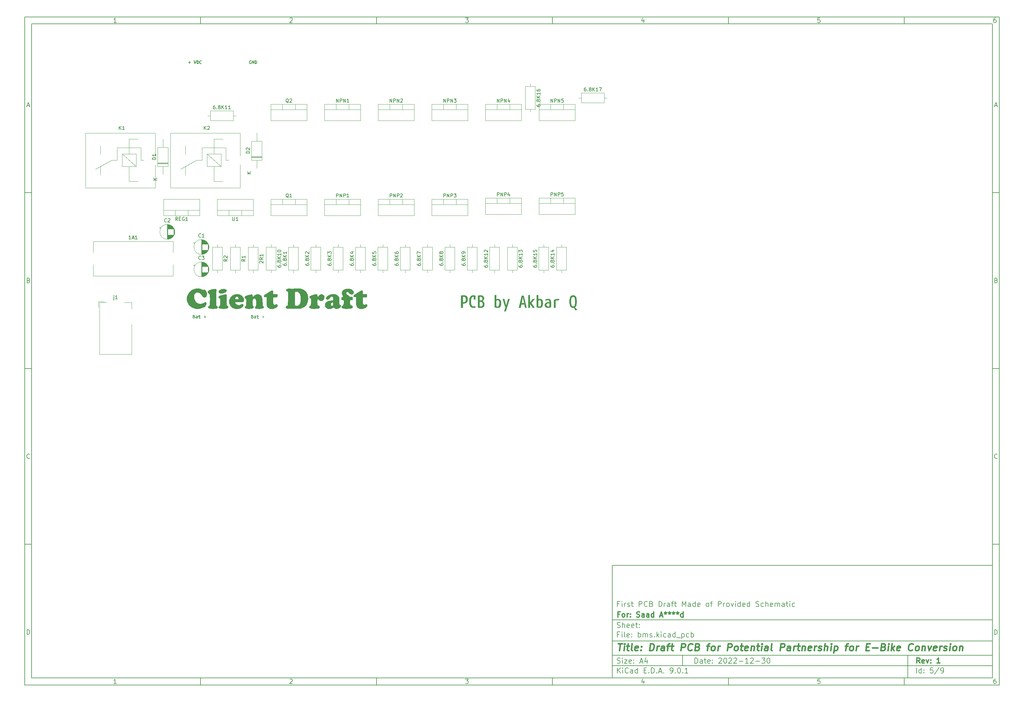
<source format=gbr>
%TF.GenerationSoftware,KiCad,Pcbnew,9.0.1*%
%TF.CreationDate,2025-04-21T20:35:50+04:00*%
%TF.ProjectId,bms,626d732e-6b69-4636-9164-5f7063625858,1*%
%TF.SameCoordinates,Original*%
%TF.FileFunction,Legend,Top*%
%TF.FilePolarity,Positive*%
%FSLAX46Y46*%
G04 Gerber Fmt 4.6, Leading zero omitted, Abs format (unit mm)*
G04 Created by KiCad (PCBNEW 9.0.1) date 2025-04-21 20:35:50*
%MOMM*%
%LPD*%
G01*
G04 APERTURE LIST*
%ADD10C,0.100000*%
%ADD11C,0.150000*%
%ADD12C,0.300000*%
%ADD13C,0.400000*%
%ADD14C,0.000000*%
%ADD15C,0.120000*%
G04 APERTURE END LIST*
D10*
D11*
X177002200Y-166007200D02*
X285002200Y-166007200D01*
X285002200Y-198007200D01*
X177002200Y-198007200D01*
X177002200Y-166007200D01*
D10*
D11*
X10000000Y-10000000D02*
X287002200Y-10000000D01*
X287002200Y-200007200D01*
X10000000Y-200007200D01*
X10000000Y-10000000D01*
D10*
D11*
X12000000Y-12000000D02*
X285002200Y-12000000D01*
X285002200Y-198007200D01*
X12000000Y-198007200D01*
X12000000Y-12000000D01*
D10*
D11*
X60000000Y-12000000D02*
X60000000Y-10000000D01*
D10*
D11*
X110000000Y-12000000D02*
X110000000Y-10000000D01*
D10*
D11*
X160000000Y-12000000D02*
X160000000Y-10000000D01*
D10*
D11*
X210000000Y-12000000D02*
X210000000Y-10000000D01*
D10*
D11*
X260000000Y-12000000D02*
X260000000Y-10000000D01*
D10*
D11*
X36089160Y-11593604D02*
X35346303Y-11593604D01*
X35717731Y-11593604D02*
X35717731Y-10293604D01*
X35717731Y-10293604D02*
X35593922Y-10479319D01*
X35593922Y-10479319D02*
X35470112Y-10603128D01*
X35470112Y-10603128D02*
X35346303Y-10665033D01*
D10*
D11*
X85346303Y-10417414D02*
X85408207Y-10355509D01*
X85408207Y-10355509D02*
X85532017Y-10293604D01*
X85532017Y-10293604D02*
X85841541Y-10293604D01*
X85841541Y-10293604D02*
X85965350Y-10355509D01*
X85965350Y-10355509D02*
X86027255Y-10417414D01*
X86027255Y-10417414D02*
X86089160Y-10541223D01*
X86089160Y-10541223D02*
X86089160Y-10665033D01*
X86089160Y-10665033D02*
X86027255Y-10850747D01*
X86027255Y-10850747D02*
X85284398Y-11593604D01*
X85284398Y-11593604D02*
X86089160Y-11593604D01*
D10*
D11*
X135284398Y-10293604D02*
X136089160Y-10293604D01*
X136089160Y-10293604D02*
X135655826Y-10788842D01*
X135655826Y-10788842D02*
X135841541Y-10788842D01*
X135841541Y-10788842D02*
X135965350Y-10850747D01*
X135965350Y-10850747D02*
X136027255Y-10912652D01*
X136027255Y-10912652D02*
X136089160Y-11036461D01*
X136089160Y-11036461D02*
X136089160Y-11345985D01*
X136089160Y-11345985D02*
X136027255Y-11469795D01*
X136027255Y-11469795D02*
X135965350Y-11531700D01*
X135965350Y-11531700D02*
X135841541Y-11593604D01*
X135841541Y-11593604D02*
X135470112Y-11593604D01*
X135470112Y-11593604D02*
X135346303Y-11531700D01*
X135346303Y-11531700D02*
X135284398Y-11469795D01*
D10*
D11*
X185965350Y-10726938D02*
X185965350Y-11593604D01*
X185655826Y-10231700D02*
X185346303Y-11160271D01*
X185346303Y-11160271D02*
X186151064Y-11160271D01*
D10*
D11*
X236027255Y-10293604D02*
X235408207Y-10293604D01*
X235408207Y-10293604D02*
X235346303Y-10912652D01*
X235346303Y-10912652D02*
X235408207Y-10850747D01*
X235408207Y-10850747D02*
X235532017Y-10788842D01*
X235532017Y-10788842D02*
X235841541Y-10788842D01*
X235841541Y-10788842D02*
X235965350Y-10850747D01*
X235965350Y-10850747D02*
X236027255Y-10912652D01*
X236027255Y-10912652D02*
X236089160Y-11036461D01*
X236089160Y-11036461D02*
X236089160Y-11345985D01*
X236089160Y-11345985D02*
X236027255Y-11469795D01*
X236027255Y-11469795D02*
X235965350Y-11531700D01*
X235965350Y-11531700D02*
X235841541Y-11593604D01*
X235841541Y-11593604D02*
X235532017Y-11593604D01*
X235532017Y-11593604D02*
X235408207Y-11531700D01*
X235408207Y-11531700D02*
X235346303Y-11469795D01*
D10*
D11*
X285965350Y-10293604D02*
X285717731Y-10293604D01*
X285717731Y-10293604D02*
X285593922Y-10355509D01*
X285593922Y-10355509D02*
X285532017Y-10417414D01*
X285532017Y-10417414D02*
X285408207Y-10603128D01*
X285408207Y-10603128D02*
X285346303Y-10850747D01*
X285346303Y-10850747D02*
X285346303Y-11345985D01*
X285346303Y-11345985D02*
X285408207Y-11469795D01*
X285408207Y-11469795D02*
X285470112Y-11531700D01*
X285470112Y-11531700D02*
X285593922Y-11593604D01*
X285593922Y-11593604D02*
X285841541Y-11593604D01*
X285841541Y-11593604D02*
X285965350Y-11531700D01*
X285965350Y-11531700D02*
X286027255Y-11469795D01*
X286027255Y-11469795D02*
X286089160Y-11345985D01*
X286089160Y-11345985D02*
X286089160Y-11036461D01*
X286089160Y-11036461D02*
X286027255Y-10912652D01*
X286027255Y-10912652D02*
X285965350Y-10850747D01*
X285965350Y-10850747D02*
X285841541Y-10788842D01*
X285841541Y-10788842D02*
X285593922Y-10788842D01*
X285593922Y-10788842D02*
X285470112Y-10850747D01*
X285470112Y-10850747D02*
X285408207Y-10912652D01*
X285408207Y-10912652D02*
X285346303Y-11036461D01*
D10*
D11*
X60000000Y-198007200D02*
X60000000Y-200007200D01*
D10*
D11*
X110000000Y-198007200D02*
X110000000Y-200007200D01*
D10*
D11*
X160000000Y-198007200D02*
X160000000Y-200007200D01*
D10*
D11*
X210000000Y-198007200D02*
X210000000Y-200007200D01*
D10*
D11*
X260000000Y-198007200D02*
X260000000Y-200007200D01*
D10*
D11*
X36089160Y-199600804D02*
X35346303Y-199600804D01*
X35717731Y-199600804D02*
X35717731Y-198300804D01*
X35717731Y-198300804D02*
X35593922Y-198486519D01*
X35593922Y-198486519D02*
X35470112Y-198610328D01*
X35470112Y-198610328D02*
X35346303Y-198672233D01*
D10*
D11*
X85346303Y-198424614D02*
X85408207Y-198362709D01*
X85408207Y-198362709D02*
X85532017Y-198300804D01*
X85532017Y-198300804D02*
X85841541Y-198300804D01*
X85841541Y-198300804D02*
X85965350Y-198362709D01*
X85965350Y-198362709D02*
X86027255Y-198424614D01*
X86027255Y-198424614D02*
X86089160Y-198548423D01*
X86089160Y-198548423D02*
X86089160Y-198672233D01*
X86089160Y-198672233D02*
X86027255Y-198857947D01*
X86027255Y-198857947D02*
X85284398Y-199600804D01*
X85284398Y-199600804D02*
X86089160Y-199600804D01*
D10*
D11*
X135284398Y-198300804D02*
X136089160Y-198300804D01*
X136089160Y-198300804D02*
X135655826Y-198796042D01*
X135655826Y-198796042D02*
X135841541Y-198796042D01*
X135841541Y-198796042D02*
X135965350Y-198857947D01*
X135965350Y-198857947D02*
X136027255Y-198919852D01*
X136027255Y-198919852D02*
X136089160Y-199043661D01*
X136089160Y-199043661D02*
X136089160Y-199353185D01*
X136089160Y-199353185D02*
X136027255Y-199476995D01*
X136027255Y-199476995D02*
X135965350Y-199538900D01*
X135965350Y-199538900D02*
X135841541Y-199600804D01*
X135841541Y-199600804D02*
X135470112Y-199600804D01*
X135470112Y-199600804D02*
X135346303Y-199538900D01*
X135346303Y-199538900D02*
X135284398Y-199476995D01*
D10*
D11*
X185965350Y-198734138D02*
X185965350Y-199600804D01*
X185655826Y-198238900D02*
X185346303Y-199167471D01*
X185346303Y-199167471D02*
X186151064Y-199167471D01*
D10*
D11*
X236027255Y-198300804D02*
X235408207Y-198300804D01*
X235408207Y-198300804D02*
X235346303Y-198919852D01*
X235346303Y-198919852D02*
X235408207Y-198857947D01*
X235408207Y-198857947D02*
X235532017Y-198796042D01*
X235532017Y-198796042D02*
X235841541Y-198796042D01*
X235841541Y-198796042D02*
X235965350Y-198857947D01*
X235965350Y-198857947D02*
X236027255Y-198919852D01*
X236027255Y-198919852D02*
X236089160Y-199043661D01*
X236089160Y-199043661D02*
X236089160Y-199353185D01*
X236089160Y-199353185D02*
X236027255Y-199476995D01*
X236027255Y-199476995D02*
X235965350Y-199538900D01*
X235965350Y-199538900D02*
X235841541Y-199600804D01*
X235841541Y-199600804D02*
X235532017Y-199600804D01*
X235532017Y-199600804D02*
X235408207Y-199538900D01*
X235408207Y-199538900D02*
X235346303Y-199476995D01*
D10*
D11*
X285965350Y-198300804D02*
X285717731Y-198300804D01*
X285717731Y-198300804D02*
X285593922Y-198362709D01*
X285593922Y-198362709D02*
X285532017Y-198424614D01*
X285532017Y-198424614D02*
X285408207Y-198610328D01*
X285408207Y-198610328D02*
X285346303Y-198857947D01*
X285346303Y-198857947D02*
X285346303Y-199353185D01*
X285346303Y-199353185D02*
X285408207Y-199476995D01*
X285408207Y-199476995D02*
X285470112Y-199538900D01*
X285470112Y-199538900D02*
X285593922Y-199600804D01*
X285593922Y-199600804D02*
X285841541Y-199600804D01*
X285841541Y-199600804D02*
X285965350Y-199538900D01*
X285965350Y-199538900D02*
X286027255Y-199476995D01*
X286027255Y-199476995D02*
X286089160Y-199353185D01*
X286089160Y-199353185D02*
X286089160Y-199043661D01*
X286089160Y-199043661D02*
X286027255Y-198919852D01*
X286027255Y-198919852D02*
X285965350Y-198857947D01*
X285965350Y-198857947D02*
X285841541Y-198796042D01*
X285841541Y-198796042D02*
X285593922Y-198796042D01*
X285593922Y-198796042D02*
X285470112Y-198857947D01*
X285470112Y-198857947D02*
X285408207Y-198919852D01*
X285408207Y-198919852D02*
X285346303Y-199043661D01*
D10*
D11*
X10000000Y-60000000D02*
X12000000Y-60000000D01*
D10*
D11*
X10000000Y-110000000D02*
X12000000Y-110000000D01*
D10*
D11*
X10000000Y-160000000D02*
X12000000Y-160000000D01*
D10*
D11*
X10690476Y-35222176D02*
X11309523Y-35222176D01*
X10566666Y-35593604D02*
X10999999Y-34293604D01*
X10999999Y-34293604D02*
X11433333Y-35593604D01*
D10*
D11*
X11092857Y-84912652D02*
X11278571Y-84974557D01*
X11278571Y-84974557D02*
X11340476Y-85036461D01*
X11340476Y-85036461D02*
X11402380Y-85160271D01*
X11402380Y-85160271D02*
X11402380Y-85345985D01*
X11402380Y-85345985D02*
X11340476Y-85469795D01*
X11340476Y-85469795D02*
X11278571Y-85531700D01*
X11278571Y-85531700D02*
X11154761Y-85593604D01*
X11154761Y-85593604D02*
X10659523Y-85593604D01*
X10659523Y-85593604D02*
X10659523Y-84293604D01*
X10659523Y-84293604D02*
X11092857Y-84293604D01*
X11092857Y-84293604D02*
X11216666Y-84355509D01*
X11216666Y-84355509D02*
X11278571Y-84417414D01*
X11278571Y-84417414D02*
X11340476Y-84541223D01*
X11340476Y-84541223D02*
X11340476Y-84665033D01*
X11340476Y-84665033D02*
X11278571Y-84788842D01*
X11278571Y-84788842D02*
X11216666Y-84850747D01*
X11216666Y-84850747D02*
X11092857Y-84912652D01*
X11092857Y-84912652D02*
X10659523Y-84912652D01*
D10*
D11*
X11402380Y-135469795D02*
X11340476Y-135531700D01*
X11340476Y-135531700D02*
X11154761Y-135593604D01*
X11154761Y-135593604D02*
X11030952Y-135593604D01*
X11030952Y-135593604D02*
X10845238Y-135531700D01*
X10845238Y-135531700D02*
X10721428Y-135407890D01*
X10721428Y-135407890D02*
X10659523Y-135284080D01*
X10659523Y-135284080D02*
X10597619Y-135036461D01*
X10597619Y-135036461D02*
X10597619Y-134850747D01*
X10597619Y-134850747D02*
X10659523Y-134603128D01*
X10659523Y-134603128D02*
X10721428Y-134479319D01*
X10721428Y-134479319D02*
X10845238Y-134355509D01*
X10845238Y-134355509D02*
X11030952Y-134293604D01*
X11030952Y-134293604D02*
X11154761Y-134293604D01*
X11154761Y-134293604D02*
X11340476Y-134355509D01*
X11340476Y-134355509D02*
X11402380Y-134417414D01*
D10*
D11*
X10659523Y-185593604D02*
X10659523Y-184293604D01*
X10659523Y-184293604D02*
X10969047Y-184293604D01*
X10969047Y-184293604D02*
X11154761Y-184355509D01*
X11154761Y-184355509D02*
X11278571Y-184479319D01*
X11278571Y-184479319D02*
X11340476Y-184603128D01*
X11340476Y-184603128D02*
X11402380Y-184850747D01*
X11402380Y-184850747D02*
X11402380Y-185036461D01*
X11402380Y-185036461D02*
X11340476Y-185284080D01*
X11340476Y-185284080D02*
X11278571Y-185407890D01*
X11278571Y-185407890D02*
X11154761Y-185531700D01*
X11154761Y-185531700D02*
X10969047Y-185593604D01*
X10969047Y-185593604D02*
X10659523Y-185593604D01*
D10*
D11*
X287002200Y-60000000D02*
X285002200Y-60000000D01*
D10*
D11*
X287002200Y-110000000D02*
X285002200Y-110000000D01*
D10*
D11*
X287002200Y-160000000D02*
X285002200Y-160000000D01*
D10*
D11*
X285692676Y-35222176D02*
X286311723Y-35222176D01*
X285568866Y-35593604D02*
X286002199Y-34293604D01*
X286002199Y-34293604D02*
X286435533Y-35593604D01*
D10*
D11*
X286095057Y-84912652D02*
X286280771Y-84974557D01*
X286280771Y-84974557D02*
X286342676Y-85036461D01*
X286342676Y-85036461D02*
X286404580Y-85160271D01*
X286404580Y-85160271D02*
X286404580Y-85345985D01*
X286404580Y-85345985D02*
X286342676Y-85469795D01*
X286342676Y-85469795D02*
X286280771Y-85531700D01*
X286280771Y-85531700D02*
X286156961Y-85593604D01*
X286156961Y-85593604D02*
X285661723Y-85593604D01*
X285661723Y-85593604D02*
X285661723Y-84293604D01*
X285661723Y-84293604D02*
X286095057Y-84293604D01*
X286095057Y-84293604D02*
X286218866Y-84355509D01*
X286218866Y-84355509D02*
X286280771Y-84417414D01*
X286280771Y-84417414D02*
X286342676Y-84541223D01*
X286342676Y-84541223D02*
X286342676Y-84665033D01*
X286342676Y-84665033D02*
X286280771Y-84788842D01*
X286280771Y-84788842D02*
X286218866Y-84850747D01*
X286218866Y-84850747D02*
X286095057Y-84912652D01*
X286095057Y-84912652D02*
X285661723Y-84912652D01*
D10*
D11*
X286404580Y-135469795D02*
X286342676Y-135531700D01*
X286342676Y-135531700D02*
X286156961Y-135593604D01*
X286156961Y-135593604D02*
X286033152Y-135593604D01*
X286033152Y-135593604D02*
X285847438Y-135531700D01*
X285847438Y-135531700D02*
X285723628Y-135407890D01*
X285723628Y-135407890D02*
X285661723Y-135284080D01*
X285661723Y-135284080D02*
X285599819Y-135036461D01*
X285599819Y-135036461D02*
X285599819Y-134850747D01*
X285599819Y-134850747D02*
X285661723Y-134603128D01*
X285661723Y-134603128D02*
X285723628Y-134479319D01*
X285723628Y-134479319D02*
X285847438Y-134355509D01*
X285847438Y-134355509D02*
X286033152Y-134293604D01*
X286033152Y-134293604D02*
X286156961Y-134293604D01*
X286156961Y-134293604D02*
X286342676Y-134355509D01*
X286342676Y-134355509D02*
X286404580Y-134417414D01*
D10*
D11*
X285661723Y-185593604D02*
X285661723Y-184293604D01*
X285661723Y-184293604D02*
X285971247Y-184293604D01*
X285971247Y-184293604D02*
X286156961Y-184355509D01*
X286156961Y-184355509D02*
X286280771Y-184479319D01*
X286280771Y-184479319D02*
X286342676Y-184603128D01*
X286342676Y-184603128D02*
X286404580Y-184850747D01*
X286404580Y-184850747D02*
X286404580Y-185036461D01*
X286404580Y-185036461D02*
X286342676Y-185284080D01*
X286342676Y-185284080D02*
X286280771Y-185407890D01*
X286280771Y-185407890D02*
X286156961Y-185531700D01*
X286156961Y-185531700D02*
X285971247Y-185593604D01*
X285971247Y-185593604D02*
X285661723Y-185593604D01*
D10*
D11*
X200458026Y-193793328D02*
X200458026Y-192293328D01*
X200458026Y-192293328D02*
X200815169Y-192293328D01*
X200815169Y-192293328D02*
X201029455Y-192364757D01*
X201029455Y-192364757D02*
X201172312Y-192507614D01*
X201172312Y-192507614D02*
X201243741Y-192650471D01*
X201243741Y-192650471D02*
X201315169Y-192936185D01*
X201315169Y-192936185D02*
X201315169Y-193150471D01*
X201315169Y-193150471D02*
X201243741Y-193436185D01*
X201243741Y-193436185D02*
X201172312Y-193579042D01*
X201172312Y-193579042D02*
X201029455Y-193721900D01*
X201029455Y-193721900D02*
X200815169Y-193793328D01*
X200815169Y-193793328D02*
X200458026Y-193793328D01*
X202600884Y-193793328D02*
X202600884Y-193007614D01*
X202600884Y-193007614D02*
X202529455Y-192864757D01*
X202529455Y-192864757D02*
X202386598Y-192793328D01*
X202386598Y-192793328D02*
X202100884Y-192793328D01*
X202100884Y-192793328D02*
X201958026Y-192864757D01*
X202600884Y-193721900D02*
X202458026Y-193793328D01*
X202458026Y-193793328D02*
X202100884Y-193793328D01*
X202100884Y-193793328D02*
X201958026Y-193721900D01*
X201958026Y-193721900D02*
X201886598Y-193579042D01*
X201886598Y-193579042D02*
X201886598Y-193436185D01*
X201886598Y-193436185D02*
X201958026Y-193293328D01*
X201958026Y-193293328D02*
X202100884Y-193221900D01*
X202100884Y-193221900D02*
X202458026Y-193221900D01*
X202458026Y-193221900D02*
X202600884Y-193150471D01*
X203100884Y-192793328D02*
X203672312Y-192793328D01*
X203315169Y-192293328D02*
X203315169Y-193579042D01*
X203315169Y-193579042D02*
X203386598Y-193721900D01*
X203386598Y-193721900D02*
X203529455Y-193793328D01*
X203529455Y-193793328D02*
X203672312Y-193793328D01*
X204743741Y-193721900D02*
X204600884Y-193793328D01*
X204600884Y-193793328D02*
X204315170Y-193793328D01*
X204315170Y-193793328D02*
X204172312Y-193721900D01*
X204172312Y-193721900D02*
X204100884Y-193579042D01*
X204100884Y-193579042D02*
X204100884Y-193007614D01*
X204100884Y-193007614D02*
X204172312Y-192864757D01*
X204172312Y-192864757D02*
X204315170Y-192793328D01*
X204315170Y-192793328D02*
X204600884Y-192793328D01*
X204600884Y-192793328D02*
X204743741Y-192864757D01*
X204743741Y-192864757D02*
X204815170Y-193007614D01*
X204815170Y-193007614D02*
X204815170Y-193150471D01*
X204815170Y-193150471D02*
X204100884Y-193293328D01*
X205458026Y-193650471D02*
X205529455Y-193721900D01*
X205529455Y-193721900D02*
X205458026Y-193793328D01*
X205458026Y-193793328D02*
X205386598Y-193721900D01*
X205386598Y-193721900D02*
X205458026Y-193650471D01*
X205458026Y-193650471D02*
X205458026Y-193793328D01*
X205458026Y-192864757D02*
X205529455Y-192936185D01*
X205529455Y-192936185D02*
X205458026Y-193007614D01*
X205458026Y-193007614D02*
X205386598Y-192936185D01*
X205386598Y-192936185D02*
X205458026Y-192864757D01*
X205458026Y-192864757D02*
X205458026Y-193007614D01*
X207243741Y-192436185D02*
X207315169Y-192364757D01*
X207315169Y-192364757D02*
X207458027Y-192293328D01*
X207458027Y-192293328D02*
X207815169Y-192293328D01*
X207815169Y-192293328D02*
X207958027Y-192364757D01*
X207958027Y-192364757D02*
X208029455Y-192436185D01*
X208029455Y-192436185D02*
X208100884Y-192579042D01*
X208100884Y-192579042D02*
X208100884Y-192721900D01*
X208100884Y-192721900D02*
X208029455Y-192936185D01*
X208029455Y-192936185D02*
X207172312Y-193793328D01*
X207172312Y-193793328D02*
X208100884Y-193793328D01*
X209029455Y-192293328D02*
X209172312Y-192293328D01*
X209172312Y-192293328D02*
X209315169Y-192364757D01*
X209315169Y-192364757D02*
X209386598Y-192436185D01*
X209386598Y-192436185D02*
X209458026Y-192579042D01*
X209458026Y-192579042D02*
X209529455Y-192864757D01*
X209529455Y-192864757D02*
X209529455Y-193221900D01*
X209529455Y-193221900D02*
X209458026Y-193507614D01*
X209458026Y-193507614D02*
X209386598Y-193650471D01*
X209386598Y-193650471D02*
X209315169Y-193721900D01*
X209315169Y-193721900D02*
X209172312Y-193793328D01*
X209172312Y-193793328D02*
X209029455Y-193793328D01*
X209029455Y-193793328D02*
X208886598Y-193721900D01*
X208886598Y-193721900D02*
X208815169Y-193650471D01*
X208815169Y-193650471D02*
X208743740Y-193507614D01*
X208743740Y-193507614D02*
X208672312Y-193221900D01*
X208672312Y-193221900D02*
X208672312Y-192864757D01*
X208672312Y-192864757D02*
X208743740Y-192579042D01*
X208743740Y-192579042D02*
X208815169Y-192436185D01*
X208815169Y-192436185D02*
X208886598Y-192364757D01*
X208886598Y-192364757D02*
X209029455Y-192293328D01*
X210100883Y-192436185D02*
X210172311Y-192364757D01*
X210172311Y-192364757D02*
X210315169Y-192293328D01*
X210315169Y-192293328D02*
X210672311Y-192293328D01*
X210672311Y-192293328D02*
X210815169Y-192364757D01*
X210815169Y-192364757D02*
X210886597Y-192436185D01*
X210886597Y-192436185D02*
X210958026Y-192579042D01*
X210958026Y-192579042D02*
X210958026Y-192721900D01*
X210958026Y-192721900D02*
X210886597Y-192936185D01*
X210886597Y-192936185D02*
X210029454Y-193793328D01*
X210029454Y-193793328D02*
X210958026Y-193793328D01*
X211529454Y-192436185D02*
X211600882Y-192364757D01*
X211600882Y-192364757D02*
X211743740Y-192293328D01*
X211743740Y-192293328D02*
X212100882Y-192293328D01*
X212100882Y-192293328D02*
X212243740Y-192364757D01*
X212243740Y-192364757D02*
X212315168Y-192436185D01*
X212315168Y-192436185D02*
X212386597Y-192579042D01*
X212386597Y-192579042D02*
X212386597Y-192721900D01*
X212386597Y-192721900D02*
X212315168Y-192936185D01*
X212315168Y-192936185D02*
X211458025Y-193793328D01*
X211458025Y-193793328D02*
X212386597Y-193793328D01*
X213029453Y-193221900D02*
X214172311Y-193221900D01*
X215672311Y-193793328D02*
X214815168Y-193793328D01*
X215243739Y-193793328D02*
X215243739Y-192293328D01*
X215243739Y-192293328D02*
X215100882Y-192507614D01*
X215100882Y-192507614D02*
X214958025Y-192650471D01*
X214958025Y-192650471D02*
X214815168Y-192721900D01*
X216243739Y-192436185D02*
X216315167Y-192364757D01*
X216315167Y-192364757D02*
X216458025Y-192293328D01*
X216458025Y-192293328D02*
X216815167Y-192293328D01*
X216815167Y-192293328D02*
X216958025Y-192364757D01*
X216958025Y-192364757D02*
X217029453Y-192436185D01*
X217029453Y-192436185D02*
X217100882Y-192579042D01*
X217100882Y-192579042D02*
X217100882Y-192721900D01*
X217100882Y-192721900D02*
X217029453Y-192936185D01*
X217029453Y-192936185D02*
X216172310Y-193793328D01*
X216172310Y-193793328D02*
X217100882Y-193793328D01*
X217743738Y-193221900D02*
X218886596Y-193221900D01*
X219458024Y-192293328D02*
X220386596Y-192293328D01*
X220386596Y-192293328D02*
X219886596Y-192864757D01*
X219886596Y-192864757D02*
X220100881Y-192864757D01*
X220100881Y-192864757D02*
X220243739Y-192936185D01*
X220243739Y-192936185D02*
X220315167Y-193007614D01*
X220315167Y-193007614D02*
X220386596Y-193150471D01*
X220386596Y-193150471D02*
X220386596Y-193507614D01*
X220386596Y-193507614D02*
X220315167Y-193650471D01*
X220315167Y-193650471D02*
X220243739Y-193721900D01*
X220243739Y-193721900D02*
X220100881Y-193793328D01*
X220100881Y-193793328D02*
X219672310Y-193793328D01*
X219672310Y-193793328D02*
X219529453Y-193721900D01*
X219529453Y-193721900D02*
X219458024Y-193650471D01*
X221315167Y-192293328D02*
X221458024Y-192293328D01*
X221458024Y-192293328D02*
X221600881Y-192364757D01*
X221600881Y-192364757D02*
X221672310Y-192436185D01*
X221672310Y-192436185D02*
X221743738Y-192579042D01*
X221743738Y-192579042D02*
X221815167Y-192864757D01*
X221815167Y-192864757D02*
X221815167Y-193221900D01*
X221815167Y-193221900D02*
X221743738Y-193507614D01*
X221743738Y-193507614D02*
X221672310Y-193650471D01*
X221672310Y-193650471D02*
X221600881Y-193721900D01*
X221600881Y-193721900D02*
X221458024Y-193793328D01*
X221458024Y-193793328D02*
X221315167Y-193793328D01*
X221315167Y-193793328D02*
X221172310Y-193721900D01*
X221172310Y-193721900D02*
X221100881Y-193650471D01*
X221100881Y-193650471D02*
X221029452Y-193507614D01*
X221029452Y-193507614D02*
X220958024Y-193221900D01*
X220958024Y-193221900D02*
X220958024Y-192864757D01*
X220958024Y-192864757D02*
X221029452Y-192579042D01*
X221029452Y-192579042D02*
X221100881Y-192436185D01*
X221100881Y-192436185D02*
X221172310Y-192364757D01*
X221172310Y-192364757D02*
X221315167Y-192293328D01*
D10*
D11*
X177002200Y-194507200D02*
X285002200Y-194507200D01*
D10*
D11*
X178458026Y-196593328D02*
X178458026Y-195093328D01*
X179315169Y-196593328D02*
X178672312Y-195736185D01*
X179315169Y-195093328D02*
X178458026Y-195950471D01*
X179958026Y-196593328D02*
X179958026Y-195593328D01*
X179958026Y-195093328D02*
X179886598Y-195164757D01*
X179886598Y-195164757D02*
X179958026Y-195236185D01*
X179958026Y-195236185D02*
X180029455Y-195164757D01*
X180029455Y-195164757D02*
X179958026Y-195093328D01*
X179958026Y-195093328D02*
X179958026Y-195236185D01*
X181529455Y-196450471D02*
X181458027Y-196521900D01*
X181458027Y-196521900D02*
X181243741Y-196593328D01*
X181243741Y-196593328D02*
X181100884Y-196593328D01*
X181100884Y-196593328D02*
X180886598Y-196521900D01*
X180886598Y-196521900D02*
X180743741Y-196379042D01*
X180743741Y-196379042D02*
X180672312Y-196236185D01*
X180672312Y-196236185D02*
X180600884Y-195950471D01*
X180600884Y-195950471D02*
X180600884Y-195736185D01*
X180600884Y-195736185D02*
X180672312Y-195450471D01*
X180672312Y-195450471D02*
X180743741Y-195307614D01*
X180743741Y-195307614D02*
X180886598Y-195164757D01*
X180886598Y-195164757D02*
X181100884Y-195093328D01*
X181100884Y-195093328D02*
X181243741Y-195093328D01*
X181243741Y-195093328D02*
X181458027Y-195164757D01*
X181458027Y-195164757D02*
X181529455Y-195236185D01*
X182815170Y-196593328D02*
X182815170Y-195807614D01*
X182815170Y-195807614D02*
X182743741Y-195664757D01*
X182743741Y-195664757D02*
X182600884Y-195593328D01*
X182600884Y-195593328D02*
X182315170Y-195593328D01*
X182315170Y-195593328D02*
X182172312Y-195664757D01*
X182815170Y-196521900D02*
X182672312Y-196593328D01*
X182672312Y-196593328D02*
X182315170Y-196593328D01*
X182315170Y-196593328D02*
X182172312Y-196521900D01*
X182172312Y-196521900D02*
X182100884Y-196379042D01*
X182100884Y-196379042D02*
X182100884Y-196236185D01*
X182100884Y-196236185D02*
X182172312Y-196093328D01*
X182172312Y-196093328D02*
X182315170Y-196021900D01*
X182315170Y-196021900D02*
X182672312Y-196021900D01*
X182672312Y-196021900D02*
X182815170Y-195950471D01*
X184172313Y-196593328D02*
X184172313Y-195093328D01*
X184172313Y-196521900D02*
X184029455Y-196593328D01*
X184029455Y-196593328D02*
X183743741Y-196593328D01*
X183743741Y-196593328D02*
X183600884Y-196521900D01*
X183600884Y-196521900D02*
X183529455Y-196450471D01*
X183529455Y-196450471D02*
X183458027Y-196307614D01*
X183458027Y-196307614D02*
X183458027Y-195879042D01*
X183458027Y-195879042D02*
X183529455Y-195736185D01*
X183529455Y-195736185D02*
X183600884Y-195664757D01*
X183600884Y-195664757D02*
X183743741Y-195593328D01*
X183743741Y-195593328D02*
X184029455Y-195593328D01*
X184029455Y-195593328D02*
X184172313Y-195664757D01*
X186029455Y-195807614D02*
X186529455Y-195807614D01*
X186743741Y-196593328D02*
X186029455Y-196593328D01*
X186029455Y-196593328D02*
X186029455Y-195093328D01*
X186029455Y-195093328D02*
X186743741Y-195093328D01*
X187386598Y-196450471D02*
X187458027Y-196521900D01*
X187458027Y-196521900D02*
X187386598Y-196593328D01*
X187386598Y-196593328D02*
X187315170Y-196521900D01*
X187315170Y-196521900D02*
X187386598Y-196450471D01*
X187386598Y-196450471D02*
X187386598Y-196593328D01*
X188100884Y-196593328D02*
X188100884Y-195093328D01*
X188100884Y-195093328D02*
X188458027Y-195093328D01*
X188458027Y-195093328D02*
X188672313Y-195164757D01*
X188672313Y-195164757D02*
X188815170Y-195307614D01*
X188815170Y-195307614D02*
X188886599Y-195450471D01*
X188886599Y-195450471D02*
X188958027Y-195736185D01*
X188958027Y-195736185D02*
X188958027Y-195950471D01*
X188958027Y-195950471D02*
X188886599Y-196236185D01*
X188886599Y-196236185D02*
X188815170Y-196379042D01*
X188815170Y-196379042D02*
X188672313Y-196521900D01*
X188672313Y-196521900D02*
X188458027Y-196593328D01*
X188458027Y-196593328D02*
X188100884Y-196593328D01*
X189600884Y-196450471D02*
X189672313Y-196521900D01*
X189672313Y-196521900D02*
X189600884Y-196593328D01*
X189600884Y-196593328D02*
X189529456Y-196521900D01*
X189529456Y-196521900D02*
X189600884Y-196450471D01*
X189600884Y-196450471D02*
X189600884Y-196593328D01*
X190243742Y-196164757D02*
X190958028Y-196164757D01*
X190100885Y-196593328D02*
X190600885Y-195093328D01*
X190600885Y-195093328D02*
X191100885Y-196593328D01*
X191600884Y-196450471D02*
X191672313Y-196521900D01*
X191672313Y-196521900D02*
X191600884Y-196593328D01*
X191600884Y-196593328D02*
X191529456Y-196521900D01*
X191529456Y-196521900D02*
X191600884Y-196450471D01*
X191600884Y-196450471D02*
X191600884Y-196593328D01*
X193529456Y-196593328D02*
X193815170Y-196593328D01*
X193815170Y-196593328D02*
X193958027Y-196521900D01*
X193958027Y-196521900D02*
X194029456Y-196450471D01*
X194029456Y-196450471D02*
X194172313Y-196236185D01*
X194172313Y-196236185D02*
X194243742Y-195950471D01*
X194243742Y-195950471D02*
X194243742Y-195379042D01*
X194243742Y-195379042D02*
X194172313Y-195236185D01*
X194172313Y-195236185D02*
X194100885Y-195164757D01*
X194100885Y-195164757D02*
X193958027Y-195093328D01*
X193958027Y-195093328D02*
X193672313Y-195093328D01*
X193672313Y-195093328D02*
X193529456Y-195164757D01*
X193529456Y-195164757D02*
X193458027Y-195236185D01*
X193458027Y-195236185D02*
X193386599Y-195379042D01*
X193386599Y-195379042D02*
X193386599Y-195736185D01*
X193386599Y-195736185D02*
X193458027Y-195879042D01*
X193458027Y-195879042D02*
X193529456Y-195950471D01*
X193529456Y-195950471D02*
X193672313Y-196021900D01*
X193672313Y-196021900D02*
X193958027Y-196021900D01*
X193958027Y-196021900D02*
X194100885Y-195950471D01*
X194100885Y-195950471D02*
X194172313Y-195879042D01*
X194172313Y-195879042D02*
X194243742Y-195736185D01*
X194886598Y-196450471D02*
X194958027Y-196521900D01*
X194958027Y-196521900D02*
X194886598Y-196593328D01*
X194886598Y-196593328D02*
X194815170Y-196521900D01*
X194815170Y-196521900D02*
X194886598Y-196450471D01*
X194886598Y-196450471D02*
X194886598Y-196593328D01*
X195886599Y-195093328D02*
X196029456Y-195093328D01*
X196029456Y-195093328D02*
X196172313Y-195164757D01*
X196172313Y-195164757D02*
X196243742Y-195236185D01*
X196243742Y-195236185D02*
X196315170Y-195379042D01*
X196315170Y-195379042D02*
X196386599Y-195664757D01*
X196386599Y-195664757D02*
X196386599Y-196021900D01*
X196386599Y-196021900D02*
X196315170Y-196307614D01*
X196315170Y-196307614D02*
X196243742Y-196450471D01*
X196243742Y-196450471D02*
X196172313Y-196521900D01*
X196172313Y-196521900D02*
X196029456Y-196593328D01*
X196029456Y-196593328D02*
X195886599Y-196593328D01*
X195886599Y-196593328D02*
X195743742Y-196521900D01*
X195743742Y-196521900D02*
X195672313Y-196450471D01*
X195672313Y-196450471D02*
X195600884Y-196307614D01*
X195600884Y-196307614D02*
X195529456Y-196021900D01*
X195529456Y-196021900D02*
X195529456Y-195664757D01*
X195529456Y-195664757D02*
X195600884Y-195379042D01*
X195600884Y-195379042D02*
X195672313Y-195236185D01*
X195672313Y-195236185D02*
X195743742Y-195164757D01*
X195743742Y-195164757D02*
X195886599Y-195093328D01*
X197029455Y-196450471D02*
X197100884Y-196521900D01*
X197100884Y-196521900D02*
X197029455Y-196593328D01*
X197029455Y-196593328D02*
X196958027Y-196521900D01*
X196958027Y-196521900D02*
X197029455Y-196450471D01*
X197029455Y-196450471D02*
X197029455Y-196593328D01*
X198529456Y-196593328D02*
X197672313Y-196593328D01*
X198100884Y-196593328D02*
X198100884Y-195093328D01*
X198100884Y-195093328D02*
X197958027Y-195307614D01*
X197958027Y-195307614D02*
X197815170Y-195450471D01*
X197815170Y-195450471D02*
X197672313Y-195521900D01*
D10*
D11*
X177002200Y-191507200D02*
X285002200Y-191507200D01*
D10*
D12*
X264413853Y-193785528D02*
X263913853Y-193071242D01*
X263556710Y-193785528D02*
X263556710Y-192285528D01*
X263556710Y-192285528D02*
X264128139Y-192285528D01*
X264128139Y-192285528D02*
X264270996Y-192356957D01*
X264270996Y-192356957D02*
X264342425Y-192428385D01*
X264342425Y-192428385D02*
X264413853Y-192571242D01*
X264413853Y-192571242D02*
X264413853Y-192785528D01*
X264413853Y-192785528D02*
X264342425Y-192928385D01*
X264342425Y-192928385D02*
X264270996Y-192999814D01*
X264270996Y-192999814D02*
X264128139Y-193071242D01*
X264128139Y-193071242D02*
X263556710Y-193071242D01*
X265628139Y-193714100D02*
X265485282Y-193785528D01*
X265485282Y-193785528D02*
X265199568Y-193785528D01*
X265199568Y-193785528D02*
X265056710Y-193714100D01*
X265056710Y-193714100D02*
X264985282Y-193571242D01*
X264985282Y-193571242D02*
X264985282Y-192999814D01*
X264985282Y-192999814D02*
X265056710Y-192856957D01*
X265056710Y-192856957D02*
X265199568Y-192785528D01*
X265199568Y-192785528D02*
X265485282Y-192785528D01*
X265485282Y-192785528D02*
X265628139Y-192856957D01*
X265628139Y-192856957D02*
X265699568Y-192999814D01*
X265699568Y-192999814D02*
X265699568Y-193142671D01*
X265699568Y-193142671D02*
X264985282Y-193285528D01*
X266199567Y-192785528D02*
X266556710Y-193785528D01*
X266556710Y-193785528D02*
X266913853Y-192785528D01*
X267485281Y-193642671D02*
X267556710Y-193714100D01*
X267556710Y-193714100D02*
X267485281Y-193785528D01*
X267485281Y-193785528D02*
X267413853Y-193714100D01*
X267413853Y-193714100D02*
X267485281Y-193642671D01*
X267485281Y-193642671D02*
X267485281Y-193785528D01*
X267485281Y-192856957D02*
X267556710Y-192928385D01*
X267556710Y-192928385D02*
X267485281Y-192999814D01*
X267485281Y-192999814D02*
X267413853Y-192928385D01*
X267413853Y-192928385D02*
X267485281Y-192856957D01*
X267485281Y-192856957D02*
X267485281Y-192999814D01*
X270128139Y-193785528D02*
X269270996Y-193785528D01*
X269699567Y-193785528D02*
X269699567Y-192285528D01*
X269699567Y-192285528D02*
X269556710Y-192499814D01*
X269556710Y-192499814D02*
X269413853Y-192642671D01*
X269413853Y-192642671D02*
X269270996Y-192714100D01*
D10*
D11*
X178386598Y-193721900D02*
X178600884Y-193793328D01*
X178600884Y-193793328D02*
X178958026Y-193793328D01*
X178958026Y-193793328D02*
X179100884Y-193721900D01*
X179100884Y-193721900D02*
X179172312Y-193650471D01*
X179172312Y-193650471D02*
X179243741Y-193507614D01*
X179243741Y-193507614D02*
X179243741Y-193364757D01*
X179243741Y-193364757D02*
X179172312Y-193221900D01*
X179172312Y-193221900D02*
X179100884Y-193150471D01*
X179100884Y-193150471D02*
X178958026Y-193079042D01*
X178958026Y-193079042D02*
X178672312Y-193007614D01*
X178672312Y-193007614D02*
X178529455Y-192936185D01*
X178529455Y-192936185D02*
X178458026Y-192864757D01*
X178458026Y-192864757D02*
X178386598Y-192721900D01*
X178386598Y-192721900D02*
X178386598Y-192579042D01*
X178386598Y-192579042D02*
X178458026Y-192436185D01*
X178458026Y-192436185D02*
X178529455Y-192364757D01*
X178529455Y-192364757D02*
X178672312Y-192293328D01*
X178672312Y-192293328D02*
X179029455Y-192293328D01*
X179029455Y-192293328D02*
X179243741Y-192364757D01*
X179886597Y-193793328D02*
X179886597Y-192793328D01*
X179886597Y-192293328D02*
X179815169Y-192364757D01*
X179815169Y-192364757D02*
X179886597Y-192436185D01*
X179886597Y-192436185D02*
X179958026Y-192364757D01*
X179958026Y-192364757D02*
X179886597Y-192293328D01*
X179886597Y-192293328D02*
X179886597Y-192436185D01*
X180458026Y-192793328D02*
X181243741Y-192793328D01*
X181243741Y-192793328D02*
X180458026Y-193793328D01*
X180458026Y-193793328D02*
X181243741Y-193793328D01*
X182386598Y-193721900D02*
X182243741Y-193793328D01*
X182243741Y-193793328D02*
X181958027Y-193793328D01*
X181958027Y-193793328D02*
X181815169Y-193721900D01*
X181815169Y-193721900D02*
X181743741Y-193579042D01*
X181743741Y-193579042D02*
X181743741Y-193007614D01*
X181743741Y-193007614D02*
X181815169Y-192864757D01*
X181815169Y-192864757D02*
X181958027Y-192793328D01*
X181958027Y-192793328D02*
X182243741Y-192793328D01*
X182243741Y-192793328D02*
X182386598Y-192864757D01*
X182386598Y-192864757D02*
X182458027Y-193007614D01*
X182458027Y-193007614D02*
X182458027Y-193150471D01*
X182458027Y-193150471D02*
X181743741Y-193293328D01*
X183100883Y-193650471D02*
X183172312Y-193721900D01*
X183172312Y-193721900D02*
X183100883Y-193793328D01*
X183100883Y-193793328D02*
X183029455Y-193721900D01*
X183029455Y-193721900D02*
X183100883Y-193650471D01*
X183100883Y-193650471D02*
X183100883Y-193793328D01*
X183100883Y-192864757D02*
X183172312Y-192936185D01*
X183172312Y-192936185D02*
X183100883Y-193007614D01*
X183100883Y-193007614D02*
X183029455Y-192936185D01*
X183029455Y-192936185D02*
X183100883Y-192864757D01*
X183100883Y-192864757D02*
X183100883Y-193007614D01*
X184886598Y-193364757D02*
X185600884Y-193364757D01*
X184743741Y-193793328D02*
X185243741Y-192293328D01*
X185243741Y-192293328D02*
X185743741Y-193793328D01*
X186886598Y-192793328D02*
X186886598Y-193793328D01*
X186529455Y-192221900D02*
X186172312Y-193293328D01*
X186172312Y-193293328D02*
X187100883Y-193293328D01*
D10*
D11*
X263458026Y-196593328D02*
X263458026Y-195093328D01*
X264815170Y-196593328D02*
X264815170Y-195093328D01*
X264815170Y-196521900D02*
X264672312Y-196593328D01*
X264672312Y-196593328D02*
X264386598Y-196593328D01*
X264386598Y-196593328D02*
X264243741Y-196521900D01*
X264243741Y-196521900D02*
X264172312Y-196450471D01*
X264172312Y-196450471D02*
X264100884Y-196307614D01*
X264100884Y-196307614D02*
X264100884Y-195879042D01*
X264100884Y-195879042D02*
X264172312Y-195736185D01*
X264172312Y-195736185D02*
X264243741Y-195664757D01*
X264243741Y-195664757D02*
X264386598Y-195593328D01*
X264386598Y-195593328D02*
X264672312Y-195593328D01*
X264672312Y-195593328D02*
X264815170Y-195664757D01*
X265529455Y-196450471D02*
X265600884Y-196521900D01*
X265600884Y-196521900D02*
X265529455Y-196593328D01*
X265529455Y-196593328D02*
X265458027Y-196521900D01*
X265458027Y-196521900D02*
X265529455Y-196450471D01*
X265529455Y-196450471D02*
X265529455Y-196593328D01*
X265529455Y-195664757D02*
X265600884Y-195736185D01*
X265600884Y-195736185D02*
X265529455Y-195807614D01*
X265529455Y-195807614D02*
X265458027Y-195736185D01*
X265458027Y-195736185D02*
X265529455Y-195664757D01*
X265529455Y-195664757D02*
X265529455Y-195807614D01*
X268100884Y-195093328D02*
X267386598Y-195093328D01*
X267386598Y-195093328D02*
X267315170Y-195807614D01*
X267315170Y-195807614D02*
X267386598Y-195736185D01*
X267386598Y-195736185D02*
X267529456Y-195664757D01*
X267529456Y-195664757D02*
X267886598Y-195664757D01*
X267886598Y-195664757D02*
X268029456Y-195736185D01*
X268029456Y-195736185D02*
X268100884Y-195807614D01*
X268100884Y-195807614D02*
X268172313Y-195950471D01*
X268172313Y-195950471D02*
X268172313Y-196307614D01*
X268172313Y-196307614D02*
X268100884Y-196450471D01*
X268100884Y-196450471D02*
X268029456Y-196521900D01*
X268029456Y-196521900D02*
X267886598Y-196593328D01*
X267886598Y-196593328D02*
X267529456Y-196593328D01*
X267529456Y-196593328D02*
X267386598Y-196521900D01*
X267386598Y-196521900D02*
X267315170Y-196450471D01*
X269886598Y-195021900D02*
X268600884Y-196950471D01*
X270458027Y-196593328D02*
X270743741Y-196593328D01*
X270743741Y-196593328D02*
X270886598Y-196521900D01*
X270886598Y-196521900D02*
X270958027Y-196450471D01*
X270958027Y-196450471D02*
X271100884Y-196236185D01*
X271100884Y-196236185D02*
X271172313Y-195950471D01*
X271172313Y-195950471D02*
X271172313Y-195379042D01*
X271172313Y-195379042D02*
X271100884Y-195236185D01*
X271100884Y-195236185D02*
X271029456Y-195164757D01*
X271029456Y-195164757D02*
X270886598Y-195093328D01*
X270886598Y-195093328D02*
X270600884Y-195093328D01*
X270600884Y-195093328D02*
X270458027Y-195164757D01*
X270458027Y-195164757D02*
X270386598Y-195236185D01*
X270386598Y-195236185D02*
X270315170Y-195379042D01*
X270315170Y-195379042D02*
X270315170Y-195736185D01*
X270315170Y-195736185D02*
X270386598Y-195879042D01*
X270386598Y-195879042D02*
X270458027Y-195950471D01*
X270458027Y-195950471D02*
X270600884Y-196021900D01*
X270600884Y-196021900D02*
X270886598Y-196021900D01*
X270886598Y-196021900D02*
X271029456Y-195950471D01*
X271029456Y-195950471D02*
X271100884Y-195879042D01*
X271100884Y-195879042D02*
X271172313Y-195736185D01*
D10*
D11*
X177002200Y-187507200D02*
X285002200Y-187507200D01*
D10*
D13*
X178693928Y-188211638D02*
X179836785Y-188211638D01*
X179015357Y-190211638D02*
X179265357Y-188211638D01*
X180253452Y-190211638D02*
X180420119Y-188878304D01*
X180503452Y-188211638D02*
X180396309Y-188306876D01*
X180396309Y-188306876D02*
X180479643Y-188402114D01*
X180479643Y-188402114D02*
X180586786Y-188306876D01*
X180586786Y-188306876D02*
X180503452Y-188211638D01*
X180503452Y-188211638D02*
X180479643Y-188402114D01*
X181086786Y-188878304D02*
X181848690Y-188878304D01*
X181455833Y-188211638D02*
X181241548Y-189925923D01*
X181241548Y-189925923D02*
X181312976Y-190116400D01*
X181312976Y-190116400D02*
X181491548Y-190211638D01*
X181491548Y-190211638D02*
X181682024Y-190211638D01*
X182634405Y-190211638D02*
X182455833Y-190116400D01*
X182455833Y-190116400D02*
X182384405Y-189925923D01*
X182384405Y-189925923D02*
X182598690Y-188211638D01*
X184170119Y-190116400D02*
X183967738Y-190211638D01*
X183967738Y-190211638D02*
X183586785Y-190211638D01*
X183586785Y-190211638D02*
X183408214Y-190116400D01*
X183408214Y-190116400D02*
X183336785Y-189925923D01*
X183336785Y-189925923D02*
X183432024Y-189164019D01*
X183432024Y-189164019D02*
X183551071Y-188973542D01*
X183551071Y-188973542D02*
X183753452Y-188878304D01*
X183753452Y-188878304D02*
X184134404Y-188878304D01*
X184134404Y-188878304D02*
X184312976Y-188973542D01*
X184312976Y-188973542D02*
X184384404Y-189164019D01*
X184384404Y-189164019D02*
X184360595Y-189354495D01*
X184360595Y-189354495D02*
X183384404Y-189544971D01*
X185134405Y-190021161D02*
X185217738Y-190116400D01*
X185217738Y-190116400D02*
X185110595Y-190211638D01*
X185110595Y-190211638D02*
X185027262Y-190116400D01*
X185027262Y-190116400D02*
X185134405Y-190021161D01*
X185134405Y-190021161D02*
X185110595Y-190211638D01*
X185265357Y-188973542D02*
X185348690Y-189068780D01*
X185348690Y-189068780D02*
X185241548Y-189164019D01*
X185241548Y-189164019D02*
X185158214Y-189068780D01*
X185158214Y-189068780D02*
X185265357Y-188973542D01*
X185265357Y-188973542D02*
X185241548Y-189164019D01*
X187586786Y-190211638D02*
X187836786Y-188211638D01*
X187836786Y-188211638D02*
X188312977Y-188211638D01*
X188312977Y-188211638D02*
X188586786Y-188306876D01*
X188586786Y-188306876D02*
X188753453Y-188497352D01*
X188753453Y-188497352D02*
X188824881Y-188687828D01*
X188824881Y-188687828D02*
X188872501Y-189068780D01*
X188872501Y-189068780D02*
X188836786Y-189354495D01*
X188836786Y-189354495D02*
X188693929Y-189735447D01*
X188693929Y-189735447D02*
X188574881Y-189925923D01*
X188574881Y-189925923D02*
X188360596Y-190116400D01*
X188360596Y-190116400D02*
X188062977Y-190211638D01*
X188062977Y-190211638D02*
X187586786Y-190211638D01*
X189586786Y-190211638D02*
X189753453Y-188878304D01*
X189705834Y-189259257D02*
X189824881Y-189068780D01*
X189824881Y-189068780D02*
X189932024Y-188973542D01*
X189932024Y-188973542D02*
X190134405Y-188878304D01*
X190134405Y-188878304D02*
X190324881Y-188878304D01*
X191682024Y-190211638D02*
X191812976Y-189164019D01*
X191812976Y-189164019D02*
X191741548Y-188973542D01*
X191741548Y-188973542D02*
X191562976Y-188878304D01*
X191562976Y-188878304D02*
X191182024Y-188878304D01*
X191182024Y-188878304D02*
X190979643Y-188973542D01*
X191693929Y-190116400D02*
X191491548Y-190211638D01*
X191491548Y-190211638D02*
X191015357Y-190211638D01*
X191015357Y-190211638D02*
X190836786Y-190116400D01*
X190836786Y-190116400D02*
X190765357Y-189925923D01*
X190765357Y-189925923D02*
X190789167Y-189735447D01*
X190789167Y-189735447D02*
X190908215Y-189544971D01*
X190908215Y-189544971D02*
X191110596Y-189449733D01*
X191110596Y-189449733D02*
X191586786Y-189449733D01*
X191586786Y-189449733D02*
X191789167Y-189354495D01*
X192515358Y-188878304D02*
X193277262Y-188878304D01*
X192634405Y-190211638D02*
X192848691Y-188497352D01*
X192848691Y-188497352D02*
X192967739Y-188306876D01*
X192967739Y-188306876D02*
X193170120Y-188211638D01*
X193170120Y-188211638D02*
X193360596Y-188211638D01*
X193658215Y-188878304D02*
X194420119Y-188878304D01*
X194027262Y-188211638D02*
X193812977Y-189925923D01*
X193812977Y-189925923D02*
X193884405Y-190116400D01*
X193884405Y-190116400D02*
X194062977Y-190211638D01*
X194062977Y-190211638D02*
X194253453Y-190211638D01*
X196443929Y-190211638D02*
X196693929Y-188211638D01*
X196693929Y-188211638D02*
X197455834Y-188211638D01*
X197455834Y-188211638D02*
X197634405Y-188306876D01*
X197634405Y-188306876D02*
X197717739Y-188402114D01*
X197717739Y-188402114D02*
X197789167Y-188592590D01*
X197789167Y-188592590D02*
X197753453Y-188878304D01*
X197753453Y-188878304D02*
X197634405Y-189068780D01*
X197634405Y-189068780D02*
X197527263Y-189164019D01*
X197527263Y-189164019D02*
X197324882Y-189259257D01*
X197324882Y-189259257D02*
X196562977Y-189259257D01*
X199610596Y-190021161D02*
X199503453Y-190116400D01*
X199503453Y-190116400D02*
X199205834Y-190211638D01*
X199205834Y-190211638D02*
X199015358Y-190211638D01*
X199015358Y-190211638D02*
X198741548Y-190116400D01*
X198741548Y-190116400D02*
X198574882Y-189925923D01*
X198574882Y-189925923D02*
X198503453Y-189735447D01*
X198503453Y-189735447D02*
X198455834Y-189354495D01*
X198455834Y-189354495D02*
X198491548Y-189068780D01*
X198491548Y-189068780D02*
X198634405Y-188687828D01*
X198634405Y-188687828D02*
X198753453Y-188497352D01*
X198753453Y-188497352D02*
X198967739Y-188306876D01*
X198967739Y-188306876D02*
X199265358Y-188211638D01*
X199265358Y-188211638D02*
X199455834Y-188211638D01*
X199455834Y-188211638D02*
X199729644Y-188306876D01*
X199729644Y-188306876D02*
X199812977Y-188402114D01*
X201241548Y-189164019D02*
X201515358Y-189259257D01*
X201515358Y-189259257D02*
X201598691Y-189354495D01*
X201598691Y-189354495D02*
X201670120Y-189544971D01*
X201670120Y-189544971D02*
X201634405Y-189830685D01*
X201634405Y-189830685D02*
X201515358Y-190021161D01*
X201515358Y-190021161D02*
X201408215Y-190116400D01*
X201408215Y-190116400D02*
X201205834Y-190211638D01*
X201205834Y-190211638D02*
X200443929Y-190211638D01*
X200443929Y-190211638D02*
X200693929Y-188211638D01*
X200693929Y-188211638D02*
X201360596Y-188211638D01*
X201360596Y-188211638D02*
X201539167Y-188306876D01*
X201539167Y-188306876D02*
X201622501Y-188402114D01*
X201622501Y-188402114D02*
X201693929Y-188592590D01*
X201693929Y-188592590D02*
X201670120Y-188783066D01*
X201670120Y-188783066D02*
X201551072Y-188973542D01*
X201551072Y-188973542D02*
X201443929Y-189068780D01*
X201443929Y-189068780D02*
X201241548Y-189164019D01*
X201241548Y-189164019D02*
X200574882Y-189164019D01*
X203848692Y-188878304D02*
X204610596Y-188878304D01*
X203967739Y-190211638D02*
X204182025Y-188497352D01*
X204182025Y-188497352D02*
X204301073Y-188306876D01*
X204301073Y-188306876D02*
X204503454Y-188211638D01*
X204503454Y-188211638D02*
X204693930Y-188211638D01*
X205396311Y-190211638D02*
X205217739Y-190116400D01*
X205217739Y-190116400D02*
X205134406Y-190021161D01*
X205134406Y-190021161D02*
X205062977Y-189830685D01*
X205062977Y-189830685D02*
X205134406Y-189259257D01*
X205134406Y-189259257D02*
X205253453Y-189068780D01*
X205253453Y-189068780D02*
X205360596Y-188973542D01*
X205360596Y-188973542D02*
X205562977Y-188878304D01*
X205562977Y-188878304D02*
X205848691Y-188878304D01*
X205848691Y-188878304D02*
X206027263Y-188973542D01*
X206027263Y-188973542D02*
X206110596Y-189068780D01*
X206110596Y-189068780D02*
X206182025Y-189259257D01*
X206182025Y-189259257D02*
X206110596Y-189830685D01*
X206110596Y-189830685D02*
X205991549Y-190021161D01*
X205991549Y-190021161D02*
X205884406Y-190116400D01*
X205884406Y-190116400D02*
X205682025Y-190211638D01*
X205682025Y-190211638D02*
X205396311Y-190211638D01*
X206920120Y-190211638D02*
X207086787Y-188878304D01*
X207039168Y-189259257D02*
X207158215Y-189068780D01*
X207158215Y-189068780D02*
X207265358Y-188973542D01*
X207265358Y-188973542D02*
X207467739Y-188878304D01*
X207467739Y-188878304D02*
X207658215Y-188878304D01*
X209682025Y-190211638D02*
X209932025Y-188211638D01*
X209932025Y-188211638D02*
X210693930Y-188211638D01*
X210693930Y-188211638D02*
X210872501Y-188306876D01*
X210872501Y-188306876D02*
X210955835Y-188402114D01*
X210955835Y-188402114D02*
X211027263Y-188592590D01*
X211027263Y-188592590D02*
X210991549Y-188878304D01*
X210991549Y-188878304D02*
X210872501Y-189068780D01*
X210872501Y-189068780D02*
X210765359Y-189164019D01*
X210765359Y-189164019D02*
X210562978Y-189259257D01*
X210562978Y-189259257D02*
X209801073Y-189259257D01*
X211967740Y-190211638D02*
X211789168Y-190116400D01*
X211789168Y-190116400D02*
X211705835Y-190021161D01*
X211705835Y-190021161D02*
X211634406Y-189830685D01*
X211634406Y-189830685D02*
X211705835Y-189259257D01*
X211705835Y-189259257D02*
X211824882Y-189068780D01*
X211824882Y-189068780D02*
X211932025Y-188973542D01*
X211932025Y-188973542D02*
X212134406Y-188878304D01*
X212134406Y-188878304D02*
X212420120Y-188878304D01*
X212420120Y-188878304D02*
X212598692Y-188973542D01*
X212598692Y-188973542D02*
X212682025Y-189068780D01*
X212682025Y-189068780D02*
X212753454Y-189259257D01*
X212753454Y-189259257D02*
X212682025Y-189830685D01*
X212682025Y-189830685D02*
X212562978Y-190021161D01*
X212562978Y-190021161D02*
X212455835Y-190116400D01*
X212455835Y-190116400D02*
X212253454Y-190211638D01*
X212253454Y-190211638D02*
X211967740Y-190211638D01*
X213372502Y-188878304D02*
X214134406Y-188878304D01*
X213741549Y-188211638D02*
X213527264Y-189925923D01*
X213527264Y-189925923D02*
X213598692Y-190116400D01*
X213598692Y-190116400D02*
X213777264Y-190211638D01*
X213777264Y-190211638D02*
X213967740Y-190211638D01*
X215408216Y-190116400D02*
X215205835Y-190211638D01*
X215205835Y-190211638D02*
X214824882Y-190211638D01*
X214824882Y-190211638D02*
X214646311Y-190116400D01*
X214646311Y-190116400D02*
X214574882Y-189925923D01*
X214574882Y-189925923D02*
X214670121Y-189164019D01*
X214670121Y-189164019D02*
X214789168Y-188973542D01*
X214789168Y-188973542D02*
X214991549Y-188878304D01*
X214991549Y-188878304D02*
X215372501Y-188878304D01*
X215372501Y-188878304D02*
X215551073Y-188973542D01*
X215551073Y-188973542D02*
X215622501Y-189164019D01*
X215622501Y-189164019D02*
X215598692Y-189354495D01*
X215598692Y-189354495D02*
X214622501Y-189544971D01*
X216515359Y-188878304D02*
X216348692Y-190211638D01*
X216491549Y-189068780D02*
X216598692Y-188973542D01*
X216598692Y-188973542D02*
X216801073Y-188878304D01*
X216801073Y-188878304D02*
X217086787Y-188878304D01*
X217086787Y-188878304D02*
X217265359Y-188973542D01*
X217265359Y-188973542D02*
X217336787Y-189164019D01*
X217336787Y-189164019D02*
X217205835Y-190211638D01*
X218039169Y-188878304D02*
X218801073Y-188878304D01*
X218408216Y-188211638D02*
X218193931Y-189925923D01*
X218193931Y-189925923D02*
X218265359Y-190116400D01*
X218265359Y-190116400D02*
X218443931Y-190211638D01*
X218443931Y-190211638D02*
X218634407Y-190211638D01*
X219301073Y-190211638D02*
X219467740Y-188878304D01*
X219551073Y-188211638D02*
X219443930Y-188306876D01*
X219443930Y-188306876D02*
X219527264Y-188402114D01*
X219527264Y-188402114D02*
X219634407Y-188306876D01*
X219634407Y-188306876D02*
X219551073Y-188211638D01*
X219551073Y-188211638D02*
X219527264Y-188402114D01*
X221110597Y-190211638D02*
X221241549Y-189164019D01*
X221241549Y-189164019D02*
X221170121Y-188973542D01*
X221170121Y-188973542D02*
X220991549Y-188878304D01*
X220991549Y-188878304D02*
X220610597Y-188878304D01*
X220610597Y-188878304D02*
X220408216Y-188973542D01*
X221122502Y-190116400D02*
X220920121Y-190211638D01*
X220920121Y-190211638D02*
X220443930Y-190211638D01*
X220443930Y-190211638D02*
X220265359Y-190116400D01*
X220265359Y-190116400D02*
X220193930Y-189925923D01*
X220193930Y-189925923D02*
X220217740Y-189735447D01*
X220217740Y-189735447D02*
X220336788Y-189544971D01*
X220336788Y-189544971D02*
X220539169Y-189449733D01*
X220539169Y-189449733D02*
X221015359Y-189449733D01*
X221015359Y-189449733D02*
X221217740Y-189354495D01*
X222348693Y-190211638D02*
X222170121Y-190116400D01*
X222170121Y-190116400D02*
X222098693Y-189925923D01*
X222098693Y-189925923D02*
X222312978Y-188211638D01*
X224634407Y-190211638D02*
X224884407Y-188211638D01*
X224884407Y-188211638D02*
X225646312Y-188211638D01*
X225646312Y-188211638D02*
X225824883Y-188306876D01*
X225824883Y-188306876D02*
X225908217Y-188402114D01*
X225908217Y-188402114D02*
X225979645Y-188592590D01*
X225979645Y-188592590D02*
X225943931Y-188878304D01*
X225943931Y-188878304D02*
X225824883Y-189068780D01*
X225824883Y-189068780D02*
X225717741Y-189164019D01*
X225717741Y-189164019D02*
X225515360Y-189259257D01*
X225515360Y-189259257D02*
X224753455Y-189259257D01*
X227491550Y-190211638D02*
X227622502Y-189164019D01*
X227622502Y-189164019D02*
X227551074Y-188973542D01*
X227551074Y-188973542D02*
X227372502Y-188878304D01*
X227372502Y-188878304D02*
X226991550Y-188878304D01*
X226991550Y-188878304D02*
X226789169Y-188973542D01*
X227503455Y-190116400D02*
X227301074Y-190211638D01*
X227301074Y-190211638D02*
X226824883Y-190211638D01*
X226824883Y-190211638D02*
X226646312Y-190116400D01*
X226646312Y-190116400D02*
X226574883Y-189925923D01*
X226574883Y-189925923D02*
X226598693Y-189735447D01*
X226598693Y-189735447D02*
X226717741Y-189544971D01*
X226717741Y-189544971D02*
X226920122Y-189449733D01*
X226920122Y-189449733D02*
X227396312Y-189449733D01*
X227396312Y-189449733D02*
X227598693Y-189354495D01*
X228443931Y-190211638D02*
X228610598Y-188878304D01*
X228562979Y-189259257D02*
X228682026Y-189068780D01*
X228682026Y-189068780D02*
X228789169Y-188973542D01*
X228789169Y-188973542D02*
X228991550Y-188878304D01*
X228991550Y-188878304D02*
X229182026Y-188878304D01*
X229562979Y-188878304D02*
X230324883Y-188878304D01*
X229932026Y-188211638D02*
X229717741Y-189925923D01*
X229717741Y-189925923D02*
X229789169Y-190116400D01*
X229789169Y-190116400D02*
X229967741Y-190211638D01*
X229967741Y-190211638D02*
X230158217Y-190211638D01*
X230991550Y-188878304D02*
X230824883Y-190211638D01*
X230967740Y-189068780D02*
X231074883Y-188973542D01*
X231074883Y-188973542D02*
X231277264Y-188878304D01*
X231277264Y-188878304D02*
X231562978Y-188878304D01*
X231562978Y-188878304D02*
X231741550Y-188973542D01*
X231741550Y-188973542D02*
X231812978Y-189164019D01*
X231812978Y-189164019D02*
X231682026Y-190211638D01*
X233408217Y-190116400D02*
X233205836Y-190211638D01*
X233205836Y-190211638D02*
X232824883Y-190211638D01*
X232824883Y-190211638D02*
X232646312Y-190116400D01*
X232646312Y-190116400D02*
X232574883Y-189925923D01*
X232574883Y-189925923D02*
X232670122Y-189164019D01*
X232670122Y-189164019D02*
X232789169Y-188973542D01*
X232789169Y-188973542D02*
X232991550Y-188878304D01*
X232991550Y-188878304D02*
X233372502Y-188878304D01*
X233372502Y-188878304D02*
X233551074Y-188973542D01*
X233551074Y-188973542D02*
X233622502Y-189164019D01*
X233622502Y-189164019D02*
X233598693Y-189354495D01*
X233598693Y-189354495D02*
X232622502Y-189544971D01*
X234348693Y-190211638D02*
X234515360Y-188878304D01*
X234467741Y-189259257D02*
X234586788Y-189068780D01*
X234586788Y-189068780D02*
X234693931Y-188973542D01*
X234693931Y-188973542D02*
X234896312Y-188878304D01*
X234896312Y-188878304D02*
X235086788Y-188878304D01*
X235503455Y-190116400D02*
X235682026Y-190211638D01*
X235682026Y-190211638D02*
X236062979Y-190211638D01*
X236062979Y-190211638D02*
X236265360Y-190116400D01*
X236265360Y-190116400D02*
X236384407Y-189925923D01*
X236384407Y-189925923D02*
X236396312Y-189830685D01*
X236396312Y-189830685D02*
X236324883Y-189640209D01*
X236324883Y-189640209D02*
X236146312Y-189544971D01*
X236146312Y-189544971D02*
X235860598Y-189544971D01*
X235860598Y-189544971D02*
X235682026Y-189449733D01*
X235682026Y-189449733D02*
X235610598Y-189259257D01*
X235610598Y-189259257D02*
X235622503Y-189164019D01*
X235622503Y-189164019D02*
X235741550Y-188973542D01*
X235741550Y-188973542D02*
X235943931Y-188878304D01*
X235943931Y-188878304D02*
X236229645Y-188878304D01*
X236229645Y-188878304D02*
X236408217Y-188973542D01*
X237205836Y-190211638D02*
X237455836Y-188211638D01*
X238062979Y-190211638D02*
X238193931Y-189164019D01*
X238193931Y-189164019D02*
X238122503Y-188973542D01*
X238122503Y-188973542D02*
X237943931Y-188878304D01*
X237943931Y-188878304D02*
X237658217Y-188878304D01*
X237658217Y-188878304D02*
X237455836Y-188973542D01*
X237455836Y-188973542D02*
X237348693Y-189068780D01*
X239015360Y-190211638D02*
X239182027Y-188878304D01*
X239265360Y-188211638D02*
X239158217Y-188306876D01*
X239158217Y-188306876D02*
X239241551Y-188402114D01*
X239241551Y-188402114D02*
X239348694Y-188306876D01*
X239348694Y-188306876D02*
X239265360Y-188211638D01*
X239265360Y-188211638D02*
X239241551Y-188402114D01*
X240134408Y-188878304D02*
X239884408Y-190878304D01*
X240122503Y-188973542D02*
X240324884Y-188878304D01*
X240324884Y-188878304D02*
X240705836Y-188878304D01*
X240705836Y-188878304D02*
X240884408Y-188973542D01*
X240884408Y-188973542D02*
X240967741Y-189068780D01*
X240967741Y-189068780D02*
X241039170Y-189259257D01*
X241039170Y-189259257D02*
X240967741Y-189830685D01*
X240967741Y-189830685D02*
X240848694Y-190021161D01*
X240848694Y-190021161D02*
X240741551Y-190116400D01*
X240741551Y-190116400D02*
X240539170Y-190211638D01*
X240539170Y-190211638D02*
X240158217Y-190211638D01*
X240158217Y-190211638D02*
X239979646Y-190116400D01*
X243182028Y-188878304D02*
X243943932Y-188878304D01*
X243301075Y-190211638D02*
X243515361Y-188497352D01*
X243515361Y-188497352D02*
X243634409Y-188306876D01*
X243634409Y-188306876D02*
X243836790Y-188211638D01*
X243836790Y-188211638D02*
X244027266Y-188211638D01*
X244729647Y-190211638D02*
X244551075Y-190116400D01*
X244551075Y-190116400D02*
X244467742Y-190021161D01*
X244467742Y-190021161D02*
X244396313Y-189830685D01*
X244396313Y-189830685D02*
X244467742Y-189259257D01*
X244467742Y-189259257D02*
X244586789Y-189068780D01*
X244586789Y-189068780D02*
X244693932Y-188973542D01*
X244693932Y-188973542D02*
X244896313Y-188878304D01*
X244896313Y-188878304D02*
X245182027Y-188878304D01*
X245182027Y-188878304D02*
X245360599Y-188973542D01*
X245360599Y-188973542D02*
X245443932Y-189068780D01*
X245443932Y-189068780D02*
X245515361Y-189259257D01*
X245515361Y-189259257D02*
X245443932Y-189830685D01*
X245443932Y-189830685D02*
X245324885Y-190021161D01*
X245324885Y-190021161D02*
X245217742Y-190116400D01*
X245217742Y-190116400D02*
X245015361Y-190211638D01*
X245015361Y-190211638D02*
X244729647Y-190211638D01*
X246253456Y-190211638D02*
X246420123Y-188878304D01*
X246372504Y-189259257D02*
X246491551Y-189068780D01*
X246491551Y-189068780D02*
X246598694Y-188973542D01*
X246598694Y-188973542D02*
X246801075Y-188878304D01*
X246801075Y-188878304D02*
X246991551Y-188878304D01*
X249146314Y-189164019D02*
X249812980Y-189164019D01*
X249967742Y-190211638D02*
X249015361Y-190211638D01*
X249015361Y-190211638D02*
X249265361Y-188211638D01*
X249265361Y-188211638D02*
X250217742Y-188211638D01*
X250920123Y-189449733D02*
X252443933Y-189449733D01*
X254098694Y-189164019D02*
X254372504Y-189259257D01*
X254372504Y-189259257D02*
X254455837Y-189354495D01*
X254455837Y-189354495D02*
X254527266Y-189544971D01*
X254527266Y-189544971D02*
X254491551Y-189830685D01*
X254491551Y-189830685D02*
X254372504Y-190021161D01*
X254372504Y-190021161D02*
X254265361Y-190116400D01*
X254265361Y-190116400D02*
X254062980Y-190211638D01*
X254062980Y-190211638D02*
X253301075Y-190211638D01*
X253301075Y-190211638D02*
X253551075Y-188211638D01*
X253551075Y-188211638D02*
X254217742Y-188211638D01*
X254217742Y-188211638D02*
X254396313Y-188306876D01*
X254396313Y-188306876D02*
X254479647Y-188402114D01*
X254479647Y-188402114D02*
X254551075Y-188592590D01*
X254551075Y-188592590D02*
X254527266Y-188783066D01*
X254527266Y-188783066D02*
X254408218Y-188973542D01*
X254408218Y-188973542D02*
X254301075Y-189068780D01*
X254301075Y-189068780D02*
X254098694Y-189164019D01*
X254098694Y-189164019D02*
X253432028Y-189164019D01*
X255301075Y-190211638D02*
X255467742Y-188878304D01*
X255551075Y-188211638D02*
X255443932Y-188306876D01*
X255443932Y-188306876D02*
X255527266Y-188402114D01*
X255527266Y-188402114D02*
X255634409Y-188306876D01*
X255634409Y-188306876D02*
X255551075Y-188211638D01*
X255551075Y-188211638D02*
X255527266Y-188402114D01*
X256253456Y-190211638D02*
X256503456Y-188211638D01*
X256539171Y-189449733D02*
X257015361Y-190211638D01*
X257182028Y-188878304D02*
X256324885Y-189640209D01*
X258646314Y-190116400D02*
X258443933Y-190211638D01*
X258443933Y-190211638D02*
X258062980Y-190211638D01*
X258062980Y-190211638D02*
X257884409Y-190116400D01*
X257884409Y-190116400D02*
X257812980Y-189925923D01*
X257812980Y-189925923D02*
X257908219Y-189164019D01*
X257908219Y-189164019D02*
X258027266Y-188973542D01*
X258027266Y-188973542D02*
X258229647Y-188878304D01*
X258229647Y-188878304D02*
X258610599Y-188878304D01*
X258610599Y-188878304D02*
X258789171Y-188973542D01*
X258789171Y-188973542D02*
X258860599Y-189164019D01*
X258860599Y-189164019D02*
X258836790Y-189354495D01*
X258836790Y-189354495D02*
X257860599Y-189544971D01*
X262277267Y-190021161D02*
X262170124Y-190116400D01*
X262170124Y-190116400D02*
X261872505Y-190211638D01*
X261872505Y-190211638D02*
X261682029Y-190211638D01*
X261682029Y-190211638D02*
X261408219Y-190116400D01*
X261408219Y-190116400D02*
X261241553Y-189925923D01*
X261241553Y-189925923D02*
X261170124Y-189735447D01*
X261170124Y-189735447D02*
X261122505Y-189354495D01*
X261122505Y-189354495D02*
X261158219Y-189068780D01*
X261158219Y-189068780D02*
X261301076Y-188687828D01*
X261301076Y-188687828D02*
X261420124Y-188497352D01*
X261420124Y-188497352D02*
X261634410Y-188306876D01*
X261634410Y-188306876D02*
X261932029Y-188211638D01*
X261932029Y-188211638D02*
X262122505Y-188211638D01*
X262122505Y-188211638D02*
X262396315Y-188306876D01*
X262396315Y-188306876D02*
X262479648Y-188402114D01*
X263396315Y-190211638D02*
X263217743Y-190116400D01*
X263217743Y-190116400D02*
X263134410Y-190021161D01*
X263134410Y-190021161D02*
X263062981Y-189830685D01*
X263062981Y-189830685D02*
X263134410Y-189259257D01*
X263134410Y-189259257D02*
X263253457Y-189068780D01*
X263253457Y-189068780D02*
X263360600Y-188973542D01*
X263360600Y-188973542D02*
X263562981Y-188878304D01*
X263562981Y-188878304D02*
X263848695Y-188878304D01*
X263848695Y-188878304D02*
X264027267Y-188973542D01*
X264027267Y-188973542D02*
X264110600Y-189068780D01*
X264110600Y-189068780D02*
X264182029Y-189259257D01*
X264182029Y-189259257D02*
X264110600Y-189830685D01*
X264110600Y-189830685D02*
X263991553Y-190021161D01*
X263991553Y-190021161D02*
X263884410Y-190116400D01*
X263884410Y-190116400D02*
X263682029Y-190211638D01*
X263682029Y-190211638D02*
X263396315Y-190211638D01*
X265086791Y-188878304D02*
X264920124Y-190211638D01*
X265062981Y-189068780D02*
X265170124Y-188973542D01*
X265170124Y-188973542D02*
X265372505Y-188878304D01*
X265372505Y-188878304D02*
X265658219Y-188878304D01*
X265658219Y-188878304D02*
X265836791Y-188973542D01*
X265836791Y-188973542D02*
X265908219Y-189164019D01*
X265908219Y-189164019D02*
X265777267Y-190211638D01*
X266705839Y-188878304D02*
X267015363Y-190211638D01*
X267015363Y-190211638D02*
X267658220Y-188878304D01*
X269027268Y-190116400D02*
X268824887Y-190211638D01*
X268824887Y-190211638D02*
X268443934Y-190211638D01*
X268443934Y-190211638D02*
X268265363Y-190116400D01*
X268265363Y-190116400D02*
X268193934Y-189925923D01*
X268193934Y-189925923D02*
X268289173Y-189164019D01*
X268289173Y-189164019D02*
X268408220Y-188973542D01*
X268408220Y-188973542D02*
X268610601Y-188878304D01*
X268610601Y-188878304D02*
X268991553Y-188878304D01*
X268991553Y-188878304D02*
X269170125Y-188973542D01*
X269170125Y-188973542D02*
X269241553Y-189164019D01*
X269241553Y-189164019D02*
X269217744Y-189354495D01*
X269217744Y-189354495D02*
X268241553Y-189544971D01*
X269967744Y-190211638D02*
X270134411Y-188878304D01*
X270086792Y-189259257D02*
X270205839Y-189068780D01*
X270205839Y-189068780D02*
X270312982Y-188973542D01*
X270312982Y-188973542D02*
X270515363Y-188878304D01*
X270515363Y-188878304D02*
X270705839Y-188878304D01*
X271122506Y-190116400D02*
X271301077Y-190211638D01*
X271301077Y-190211638D02*
X271682030Y-190211638D01*
X271682030Y-190211638D02*
X271884411Y-190116400D01*
X271884411Y-190116400D02*
X272003458Y-189925923D01*
X272003458Y-189925923D02*
X272015363Y-189830685D01*
X272015363Y-189830685D02*
X271943934Y-189640209D01*
X271943934Y-189640209D02*
X271765363Y-189544971D01*
X271765363Y-189544971D02*
X271479649Y-189544971D01*
X271479649Y-189544971D02*
X271301077Y-189449733D01*
X271301077Y-189449733D02*
X271229649Y-189259257D01*
X271229649Y-189259257D02*
X271241554Y-189164019D01*
X271241554Y-189164019D02*
X271360601Y-188973542D01*
X271360601Y-188973542D02*
X271562982Y-188878304D01*
X271562982Y-188878304D02*
X271848696Y-188878304D01*
X271848696Y-188878304D02*
X272027268Y-188973542D01*
X272824887Y-190211638D02*
X272991554Y-188878304D01*
X273074887Y-188211638D02*
X272967744Y-188306876D01*
X272967744Y-188306876D02*
X273051078Y-188402114D01*
X273051078Y-188402114D02*
X273158221Y-188306876D01*
X273158221Y-188306876D02*
X273074887Y-188211638D01*
X273074887Y-188211638D02*
X273051078Y-188402114D01*
X274062983Y-190211638D02*
X273884411Y-190116400D01*
X273884411Y-190116400D02*
X273801078Y-190021161D01*
X273801078Y-190021161D02*
X273729649Y-189830685D01*
X273729649Y-189830685D02*
X273801078Y-189259257D01*
X273801078Y-189259257D02*
X273920125Y-189068780D01*
X273920125Y-189068780D02*
X274027268Y-188973542D01*
X274027268Y-188973542D02*
X274229649Y-188878304D01*
X274229649Y-188878304D02*
X274515363Y-188878304D01*
X274515363Y-188878304D02*
X274693935Y-188973542D01*
X274693935Y-188973542D02*
X274777268Y-189068780D01*
X274777268Y-189068780D02*
X274848697Y-189259257D01*
X274848697Y-189259257D02*
X274777268Y-189830685D01*
X274777268Y-189830685D02*
X274658221Y-190021161D01*
X274658221Y-190021161D02*
X274551078Y-190116400D01*
X274551078Y-190116400D02*
X274348697Y-190211638D01*
X274348697Y-190211638D02*
X274062983Y-190211638D01*
X275753459Y-188878304D02*
X275586792Y-190211638D01*
X275729649Y-189068780D02*
X275836792Y-188973542D01*
X275836792Y-188973542D02*
X276039173Y-188878304D01*
X276039173Y-188878304D02*
X276324887Y-188878304D01*
X276324887Y-188878304D02*
X276503459Y-188973542D01*
X276503459Y-188973542D02*
X276574887Y-189164019D01*
X276574887Y-189164019D02*
X276443935Y-190211638D01*
D10*
D11*
X178958026Y-185607614D02*
X178458026Y-185607614D01*
X178458026Y-186393328D02*
X178458026Y-184893328D01*
X178458026Y-184893328D02*
X179172312Y-184893328D01*
X179743740Y-186393328D02*
X179743740Y-185393328D01*
X179743740Y-184893328D02*
X179672312Y-184964757D01*
X179672312Y-184964757D02*
X179743740Y-185036185D01*
X179743740Y-185036185D02*
X179815169Y-184964757D01*
X179815169Y-184964757D02*
X179743740Y-184893328D01*
X179743740Y-184893328D02*
X179743740Y-185036185D01*
X180672312Y-186393328D02*
X180529455Y-186321900D01*
X180529455Y-186321900D02*
X180458026Y-186179042D01*
X180458026Y-186179042D02*
X180458026Y-184893328D01*
X181815169Y-186321900D02*
X181672312Y-186393328D01*
X181672312Y-186393328D02*
X181386598Y-186393328D01*
X181386598Y-186393328D02*
X181243740Y-186321900D01*
X181243740Y-186321900D02*
X181172312Y-186179042D01*
X181172312Y-186179042D02*
X181172312Y-185607614D01*
X181172312Y-185607614D02*
X181243740Y-185464757D01*
X181243740Y-185464757D02*
X181386598Y-185393328D01*
X181386598Y-185393328D02*
X181672312Y-185393328D01*
X181672312Y-185393328D02*
X181815169Y-185464757D01*
X181815169Y-185464757D02*
X181886598Y-185607614D01*
X181886598Y-185607614D02*
X181886598Y-185750471D01*
X181886598Y-185750471D02*
X181172312Y-185893328D01*
X182529454Y-186250471D02*
X182600883Y-186321900D01*
X182600883Y-186321900D02*
X182529454Y-186393328D01*
X182529454Y-186393328D02*
X182458026Y-186321900D01*
X182458026Y-186321900D02*
X182529454Y-186250471D01*
X182529454Y-186250471D02*
X182529454Y-186393328D01*
X182529454Y-185464757D02*
X182600883Y-185536185D01*
X182600883Y-185536185D02*
X182529454Y-185607614D01*
X182529454Y-185607614D02*
X182458026Y-185536185D01*
X182458026Y-185536185D02*
X182529454Y-185464757D01*
X182529454Y-185464757D02*
X182529454Y-185607614D01*
X184386597Y-186393328D02*
X184386597Y-184893328D01*
X184386597Y-185464757D02*
X184529455Y-185393328D01*
X184529455Y-185393328D02*
X184815169Y-185393328D01*
X184815169Y-185393328D02*
X184958026Y-185464757D01*
X184958026Y-185464757D02*
X185029455Y-185536185D01*
X185029455Y-185536185D02*
X185100883Y-185679042D01*
X185100883Y-185679042D02*
X185100883Y-186107614D01*
X185100883Y-186107614D02*
X185029455Y-186250471D01*
X185029455Y-186250471D02*
X184958026Y-186321900D01*
X184958026Y-186321900D02*
X184815169Y-186393328D01*
X184815169Y-186393328D02*
X184529455Y-186393328D01*
X184529455Y-186393328D02*
X184386597Y-186321900D01*
X185743740Y-186393328D02*
X185743740Y-185393328D01*
X185743740Y-185536185D02*
X185815169Y-185464757D01*
X185815169Y-185464757D02*
X185958026Y-185393328D01*
X185958026Y-185393328D02*
X186172312Y-185393328D01*
X186172312Y-185393328D02*
X186315169Y-185464757D01*
X186315169Y-185464757D02*
X186386598Y-185607614D01*
X186386598Y-185607614D02*
X186386598Y-186393328D01*
X186386598Y-185607614D02*
X186458026Y-185464757D01*
X186458026Y-185464757D02*
X186600883Y-185393328D01*
X186600883Y-185393328D02*
X186815169Y-185393328D01*
X186815169Y-185393328D02*
X186958026Y-185464757D01*
X186958026Y-185464757D02*
X187029455Y-185607614D01*
X187029455Y-185607614D02*
X187029455Y-186393328D01*
X187672312Y-186321900D02*
X187815169Y-186393328D01*
X187815169Y-186393328D02*
X188100883Y-186393328D01*
X188100883Y-186393328D02*
X188243740Y-186321900D01*
X188243740Y-186321900D02*
X188315169Y-186179042D01*
X188315169Y-186179042D02*
X188315169Y-186107614D01*
X188315169Y-186107614D02*
X188243740Y-185964757D01*
X188243740Y-185964757D02*
X188100883Y-185893328D01*
X188100883Y-185893328D02*
X187886598Y-185893328D01*
X187886598Y-185893328D02*
X187743740Y-185821900D01*
X187743740Y-185821900D02*
X187672312Y-185679042D01*
X187672312Y-185679042D02*
X187672312Y-185607614D01*
X187672312Y-185607614D02*
X187743740Y-185464757D01*
X187743740Y-185464757D02*
X187886598Y-185393328D01*
X187886598Y-185393328D02*
X188100883Y-185393328D01*
X188100883Y-185393328D02*
X188243740Y-185464757D01*
X188958026Y-186250471D02*
X189029455Y-186321900D01*
X189029455Y-186321900D02*
X188958026Y-186393328D01*
X188958026Y-186393328D02*
X188886598Y-186321900D01*
X188886598Y-186321900D02*
X188958026Y-186250471D01*
X188958026Y-186250471D02*
X188958026Y-186393328D01*
X189672312Y-186393328D02*
X189672312Y-184893328D01*
X189815170Y-185821900D02*
X190243741Y-186393328D01*
X190243741Y-185393328D02*
X189672312Y-185964757D01*
X190886598Y-186393328D02*
X190886598Y-185393328D01*
X190886598Y-184893328D02*
X190815170Y-184964757D01*
X190815170Y-184964757D02*
X190886598Y-185036185D01*
X190886598Y-185036185D02*
X190958027Y-184964757D01*
X190958027Y-184964757D02*
X190886598Y-184893328D01*
X190886598Y-184893328D02*
X190886598Y-185036185D01*
X192243742Y-186321900D02*
X192100884Y-186393328D01*
X192100884Y-186393328D02*
X191815170Y-186393328D01*
X191815170Y-186393328D02*
X191672313Y-186321900D01*
X191672313Y-186321900D02*
X191600884Y-186250471D01*
X191600884Y-186250471D02*
X191529456Y-186107614D01*
X191529456Y-186107614D02*
X191529456Y-185679042D01*
X191529456Y-185679042D02*
X191600884Y-185536185D01*
X191600884Y-185536185D02*
X191672313Y-185464757D01*
X191672313Y-185464757D02*
X191815170Y-185393328D01*
X191815170Y-185393328D02*
X192100884Y-185393328D01*
X192100884Y-185393328D02*
X192243742Y-185464757D01*
X193529456Y-186393328D02*
X193529456Y-185607614D01*
X193529456Y-185607614D02*
X193458027Y-185464757D01*
X193458027Y-185464757D02*
X193315170Y-185393328D01*
X193315170Y-185393328D02*
X193029456Y-185393328D01*
X193029456Y-185393328D02*
X192886598Y-185464757D01*
X193529456Y-186321900D02*
X193386598Y-186393328D01*
X193386598Y-186393328D02*
X193029456Y-186393328D01*
X193029456Y-186393328D02*
X192886598Y-186321900D01*
X192886598Y-186321900D02*
X192815170Y-186179042D01*
X192815170Y-186179042D02*
X192815170Y-186036185D01*
X192815170Y-186036185D02*
X192886598Y-185893328D01*
X192886598Y-185893328D02*
X193029456Y-185821900D01*
X193029456Y-185821900D02*
X193386598Y-185821900D01*
X193386598Y-185821900D02*
X193529456Y-185750471D01*
X194886599Y-186393328D02*
X194886599Y-184893328D01*
X194886599Y-186321900D02*
X194743741Y-186393328D01*
X194743741Y-186393328D02*
X194458027Y-186393328D01*
X194458027Y-186393328D02*
X194315170Y-186321900D01*
X194315170Y-186321900D02*
X194243741Y-186250471D01*
X194243741Y-186250471D02*
X194172313Y-186107614D01*
X194172313Y-186107614D02*
X194172313Y-185679042D01*
X194172313Y-185679042D02*
X194243741Y-185536185D01*
X194243741Y-185536185D02*
X194315170Y-185464757D01*
X194315170Y-185464757D02*
X194458027Y-185393328D01*
X194458027Y-185393328D02*
X194743741Y-185393328D01*
X194743741Y-185393328D02*
X194886599Y-185464757D01*
X195243742Y-186536185D02*
X196386599Y-186536185D01*
X196743741Y-185393328D02*
X196743741Y-186893328D01*
X196743741Y-185464757D02*
X196886599Y-185393328D01*
X196886599Y-185393328D02*
X197172313Y-185393328D01*
X197172313Y-185393328D02*
X197315170Y-185464757D01*
X197315170Y-185464757D02*
X197386599Y-185536185D01*
X197386599Y-185536185D02*
X197458027Y-185679042D01*
X197458027Y-185679042D02*
X197458027Y-186107614D01*
X197458027Y-186107614D02*
X197386599Y-186250471D01*
X197386599Y-186250471D02*
X197315170Y-186321900D01*
X197315170Y-186321900D02*
X197172313Y-186393328D01*
X197172313Y-186393328D02*
X196886599Y-186393328D01*
X196886599Y-186393328D02*
X196743741Y-186321900D01*
X198743742Y-186321900D02*
X198600884Y-186393328D01*
X198600884Y-186393328D02*
X198315170Y-186393328D01*
X198315170Y-186393328D02*
X198172313Y-186321900D01*
X198172313Y-186321900D02*
X198100884Y-186250471D01*
X198100884Y-186250471D02*
X198029456Y-186107614D01*
X198029456Y-186107614D02*
X198029456Y-185679042D01*
X198029456Y-185679042D02*
X198100884Y-185536185D01*
X198100884Y-185536185D02*
X198172313Y-185464757D01*
X198172313Y-185464757D02*
X198315170Y-185393328D01*
X198315170Y-185393328D02*
X198600884Y-185393328D01*
X198600884Y-185393328D02*
X198743742Y-185464757D01*
X199386598Y-186393328D02*
X199386598Y-184893328D01*
X199386598Y-185464757D02*
X199529456Y-185393328D01*
X199529456Y-185393328D02*
X199815170Y-185393328D01*
X199815170Y-185393328D02*
X199958027Y-185464757D01*
X199958027Y-185464757D02*
X200029456Y-185536185D01*
X200029456Y-185536185D02*
X200100884Y-185679042D01*
X200100884Y-185679042D02*
X200100884Y-186107614D01*
X200100884Y-186107614D02*
X200029456Y-186250471D01*
X200029456Y-186250471D02*
X199958027Y-186321900D01*
X199958027Y-186321900D02*
X199815170Y-186393328D01*
X199815170Y-186393328D02*
X199529456Y-186393328D01*
X199529456Y-186393328D02*
X199386598Y-186321900D01*
D10*
D11*
X177002200Y-181507200D02*
X285002200Y-181507200D01*
D10*
D11*
X178386598Y-183621900D02*
X178600884Y-183693328D01*
X178600884Y-183693328D02*
X178958026Y-183693328D01*
X178958026Y-183693328D02*
X179100884Y-183621900D01*
X179100884Y-183621900D02*
X179172312Y-183550471D01*
X179172312Y-183550471D02*
X179243741Y-183407614D01*
X179243741Y-183407614D02*
X179243741Y-183264757D01*
X179243741Y-183264757D02*
X179172312Y-183121900D01*
X179172312Y-183121900D02*
X179100884Y-183050471D01*
X179100884Y-183050471D02*
X178958026Y-182979042D01*
X178958026Y-182979042D02*
X178672312Y-182907614D01*
X178672312Y-182907614D02*
X178529455Y-182836185D01*
X178529455Y-182836185D02*
X178458026Y-182764757D01*
X178458026Y-182764757D02*
X178386598Y-182621900D01*
X178386598Y-182621900D02*
X178386598Y-182479042D01*
X178386598Y-182479042D02*
X178458026Y-182336185D01*
X178458026Y-182336185D02*
X178529455Y-182264757D01*
X178529455Y-182264757D02*
X178672312Y-182193328D01*
X178672312Y-182193328D02*
X179029455Y-182193328D01*
X179029455Y-182193328D02*
X179243741Y-182264757D01*
X179886597Y-183693328D02*
X179886597Y-182193328D01*
X180529455Y-183693328D02*
X180529455Y-182907614D01*
X180529455Y-182907614D02*
X180458026Y-182764757D01*
X180458026Y-182764757D02*
X180315169Y-182693328D01*
X180315169Y-182693328D02*
X180100883Y-182693328D01*
X180100883Y-182693328D02*
X179958026Y-182764757D01*
X179958026Y-182764757D02*
X179886597Y-182836185D01*
X181815169Y-183621900D02*
X181672312Y-183693328D01*
X181672312Y-183693328D02*
X181386598Y-183693328D01*
X181386598Y-183693328D02*
X181243740Y-183621900D01*
X181243740Y-183621900D02*
X181172312Y-183479042D01*
X181172312Y-183479042D02*
X181172312Y-182907614D01*
X181172312Y-182907614D02*
X181243740Y-182764757D01*
X181243740Y-182764757D02*
X181386598Y-182693328D01*
X181386598Y-182693328D02*
X181672312Y-182693328D01*
X181672312Y-182693328D02*
X181815169Y-182764757D01*
X181815169Y-182764757D02*
X181886598Y-182907614D01*
X181886598Y-182907614D02*
X181886598Y-183050471D01*
X181886598Y-183050471D02*
X181172312Y-183193328D01*
X183100883Y-183621900D02*
X182958026Y-183693328D01*
X182958026Y-183693328D02*
X182672312Y-183693328D01*
X182672312Y-183693328D02*
X182529454Y-183621900D01*
X182529454Y-183621900D02*
X182458026Y-183479042D01*
X182458026Y-183479042D02*
X182458026Y-182907614D01*
X182458026Y-182907614D02*
X182529454Y-182764757D01*
X182529454Y-182764757D02*
X182672312Y-182693328D01*
X182672312Y-182693328D02*
X182958026Y-182693328D01*
X182958026Y-182693328D02*
X183100883Y-182764757D01*
X183100883Y-182764757D02*
X183172312Y-182907614D01*
X183172312Y-182907614D02*
X183172312Y-183050471D01*
X183172312Y-183050471D02*
X182458026Y-183193328D01*
X183600883Y-182693328D02*
X184172311Y-182693328D01*
X183815168Y-182193328D02*
X183815168Y-183479042D01*
X183815168Y-183479042D02*
X183886597Y-183621900D01*
X183886597Y-183621900D02*
X184029454Y-183693328D01*
X184029454Y-183693328D02*
X184172311Y-183693328D01*
X184672311Y-183550471D02*
X184743740Y-183621900D01*
X184743740Y-183621900D02*
X184672311Y-183693328D01*
X184672311Y-183693328D02*
X184600883Y-183621900D01*
X184600883Y-183621900D02*
X184672311Y-183550471D01*
X184672311Y-183550471D02*
X184672311Y-183693328D01*
X184672311Y-182764757D02*
X184743740Y-182836185D01*
X184743740Y-182836185D02*
X184672311Y-182907614D01*
X184672311Y-182907614D02*
X184600883Y-182836185D01*
X184600883Y-182836185D02*
X184672311Y-182764757D01*
X184672311Y-182764757D02*
X184672311Y-182907614D01*
D10*
D12*
X179056710Y-179899814D02*
X178556710Y-179899814D01*
X178556710Y-180685528D02*
X178556710Y-179185528D01*
X178556710Y-179185528D02*
X179270996Y-179185528D01*
X180056710Y-180685528D02*
X179913853Y-180614100D01*
X179913853Y-180614100D02*
X179842424Y-180542671D01*
X179842424Y-180542671D02*
X179770996Y-180399814D01*
X179770996Y-180399814D02*
X179770996Y-179971242D01*
X179770996Y-179971242D02*
X179842424Y-179828385D01*
X179842424Y-179828385D02*
X179913853Y-179756957D01*
X179913853Y-179756957D02*
X180056710Y-179685528D01*
X180056710Y-179685528D02*
X180270996Y-179685528D01*
X180270996Y-179685528D02*
X180413853Y-179756957D01*
X180413853Y-179756957D02*
X180485282Y-179828385D01*
X180485282Y-179828385D02*
X180556710Y-179971242D01*
X180556710Y-179971242D02*
X180556710Y-180399814D01*
X180556710Y-180399814D02*
X180485282Y-180542671D01*
X180485282Y-180542671D02*
X180413853Y-180614100D01*
X180413853Y-180614100D02*
X180270996Y-180685528D01*
X180270996Y-180685528D02*
X180056710Y-180685528D01*
X181199567Y-180685528D02*
X181199567Y-179685528D01*
X181199567Y-179971242D02*
X181270996Y-179828385D01*
X181270996Y-179828385D02*
X181342425Y-179756957D01*
X181342425Y-179756957D02*
X181485282Y-179685528D01*
X181485282Y-179685528D02*
X181628139Y-179685528D01*
X182128138Y-180542671D02*
X182199567Y-180614100D01*
X182199567Y-180614100D02*
X182128138Y-180685528D01*
X182128138Y-180685528D02*
X182056710Y-180614100D01*
X182056710Y-180614100D02*
X182128138Y-180542671D01*
X182128138Y-180542671D02*
X182128138Y-180685528D01*
X182128138Y-179756957D02*
X182199567Y-179828385D01*
X182199567Y-179828385D02*
X182128138Y-179899814D01*
X182128138Y-179899814D02*
X182056710Y-179828385D01*
X182056710Y-179828385D02*
X182128138Y-179756957D01*
X182128138Y-179756957D02*
X182128138Y-179899814D01*
X183913853Y-180614100D02*
X184128139Y-180685528D01*
X184128139Y-180685528D02*
X184485281Y-180685528D01*
X184485281Y-180685528D02*
X184628139Y-180614100D01*
X184628139Y-180614100D02*
X184699567Y-180542671D01*
X184699567Y-180542671D02*
X184770996Y-180399814D01*
X184770996Y-180399814D02*
X184770996Y-180256957D01*
X184770996Y-180256957D02*
X184699567Y-180114100D01*
X184699567Y-180114100D02*
X184628139Y-180042671D01*
X184628139Y-180042671D02*
X184485281Y-179971242D01*
X184485281Y-179971242D02*
X184199567Y-179899814D01*
X184199567Y-179899814D02*
X184056710Y-179828385D01*
X184056710Y-179828385D02*
X183985281Y-179756957D01*
X183985281Y-179756957D02*
X183913853Y-179614100D01*
X183913853Y-179614100D02*
X183913853Y-179471242D01*
X183913853Y-179471242D02*
X183985281Y-179328385D01*
X183985281Y-179328385D02*
X184056710Y-179256957D01*
X184056710Y-179256957D02*
X184199567Y-179185528D01*
X184199567Y-179185528D02*
X184556710Y-179185528D01*
X184556710Y-179185528D02*
X184770996Y-179256957D01*
X186056710Y-180685528D02*
X186056710Y-179899814D01*
X186056710Y-179899814D02*
X185985281Y-179756957D01*
X185985281Y-179756957D02*
X185842424Y-179685528D01*
X185842424Y-179685528D02*
X185556710Y-179685528D01*
X185556710Y-179685528D02*
X185413852Y-179756957D01*
X186056710Y-180614100D02*
X185913852Y-180685528D01*
X185913852Y-180685528D02*
X185556710Y-180685528D01*
X185556710Y-180685528D02*
X185413852Y-180614100D01*
X185413852Y-180614100D02*
X185342424Y-180471242D01*
X185342424Y-180471242D02*
X185342424Y-180328385D01*
X185342424Y-180328385D02*
X185413852Y-180185528D01*
X185413852Y-180185528D02*
X185556710Y-180114100D01*
X185556710Y-180114100D02*
X185913852Y-180114100D01*
X185913852Y-180114100D02*
X186056710Y-180042671D01*
X187413853Y-180685528D02*
X187413853Y-179899814D01*
X187413853Y-179899814D02*
X187342424Y-179756957D01*
X187342424Y-179756957D02*
X187199567Y-179685528D01*
X187199567Y-179685528D02*
X186913853Y-179685528D01*
X186913853Y-179685528D02*
X186770995Y-179756957D01*
X187413853Y-180614100D02*
X187270995Y-180685528D01*
X187270995Y-180685528D02*
X186913853Y-180685528D01*
X186913853Y-180685528D02*
X186770995Y-180614100D01*
X186770995Y-180614100D02*
X186699567Y-180471242D01*
X186699567Y-180471242D02*
X186699567Y-180328385D01*
X186699567Y-180328385D02*
X186770995Y-180185528D01*
X186770995Y-180185528D02*
X186913853Y-180114100D01*
X186913853Y-180114100D02*
X187270995Y-180114100D01*
X187270995Y-180114100D02*
X187413853Y-180042671D01*
X188770996Y-180685528D02*
X188770996Y-179185528D01*
X188770996Y-180614100D02*
X188628138Y-180685528D01*
X188628138Y-180685528D02*
X188342424Y-180685528D01*
X188342424Y-180685528D02*
X188199567Y-180614100D01*
X188199567Y-180614100D02*
X188128138Y-180542671D01*
X188128138Y-180542671D02*
X188056710Y-180399814D01*
X188056710Y-180399814D02*
X188056710Y-179971242D01*
X188056710Y-179971242D02*
X188128138Y-179828385D01*
X188128138Y-179828385D02*
X188199567Y-179756957D01*
X188199567Y-179756957D02*
X188342424Y-179685528D01*
X188342424Y-179685528D02*
X188628138Y-179685528D01*
X188628138Y-179685528D02*
X188770996Y-179756957D01*
X190556710Y-180256957D02*
X191270996Y-180256957D01*
X190413853Y-180685528D02*
X190913853Y-179185528D01*
X190913853Y-179185528D02*
X191413853Y-180685528D01*
X192128138Y-179185528D02*
X192128138Y-179542671D01*
X191770995Y-179399814D02*
X192128138Y-179542671D01*
X192128138Y-179542671D02*
X192485281Y-179399814D01*
X191913852Y-179828385D02*
X192128138Y-179542671D01*
X192128138Y-179542671D02*
X192342424Y-179828385D01*
X193270995Y-179185528D02*
X193270995Y-179542671D01*
X192913852Y-179399814D02*
X193270995Y-179542671D01*
X193270995Y-179542671D02*
X193628138Y-179399814D01*
X193056709Y-179828385D02*
X193270995Y-179542671D01*
X193270995Y-179542671D02*
X193485281Y-179828385D01*
X194413852Y-179185528D02*
X194413852Y-179542671D01*
X194056709Y-179399814D02*
X194413852Y-179542671D01*
X194413852Y-179542671D02*
X194770995Y-179399814D01*
X194199566Y-179828385D02*
X194413852Y-179542671D01*
X194413852Y-179542671D02*
X194628138Y-179828385D01*
X195556709Y-179185528D02*
X195556709Y-179542671D01*
X195199566Y-179399814D02*
X195556709Y-179542671D01*
X195556709Y-179542671D02*
X195913852Y-179399814D01*
X195342423Y-179828385D02*
X195556709Y-179542671D01*
X195556709Y-179542671D02*
X195770995Y-179828385D01*
X197128138Y-180685528D02*
X197128138Y-179185528D01*
X197128138Y-180614100D02*
X196985280Y-180685528D01*
X196985280Y-180685528D02*
X196699566Y-180685528D01*
X196699566Y-180685528D02*
X196556709Y-180614100D01*
X196556709Y-180614100D02*
X196485280Y-180542671D01*
X196485280Y-180542671D02*
X196413852Y-180399814D01*
X196413852Y-180399814D02*
X196413852Y-179971242D01*
X196413852Y-179971242D02*
X196485280Y-179828385D01*
X196485280Y-179828385D02*
X196556709Y-179756957D01*
X196556709Y-179756957D02*
X196699566Y-179685528D01*
X196699566Y-179685528D02*
X196985280Y-179685528D01*
X196985280Y-179685528D02*
X197128138Y-179756957D01*
D10*
D11*
X178958026Y-176907614D02*
X178458026Y-176907614D01*
X178458026Y-177693328D02*
X178458026Y-176193328D01*
X178458026Y-176193328D02*
X179172312Y-176193328D01*
X179743740Y-177693328D02*
X179743740Y-176693328D01*
X179743740Y-176193328D02*
X179672312Y-176264757D01*
X179672312Y-176264757D02*
X179743740Y-176336185D01*
X179743740Y-176336185D02*
X179815169Y-176264757D01*
X179815169Y-176264757D02*
X179743740Y-176193328D01*
X179743740Y-176193328D02*
X179743740Y-176336185D01*
X180458026Y-177693328D02*
X180458026Y-176693328D01*
X180458026Y-176979042D02*
X180529455Y-176836185D01*
X180529455Y-176836185D02*
X180600884Y-176764757D01*
X180600884Y-176764757D02*
X180743741Y-176693328D01*
X180743741Y-176693328D02*
X180886598Y-176693328D01*
X181315169Y-177621900D02*
X181458026Y-177693328D01*
X181458026Y-177693328D02*
X181743740Y-177693328D01*
X181743740Y-177693328D02*
X181886597Y-177621900D01*
X181886597Y-177621900D02*
X181958026Y-177479042D01*
X181958026Y-177479042D02*
X181958026Y-177407614D01*
X181958026Y-177407614D02*
X181886597Y-177264757D01*
X181886597Y-177264757D02*
X181743740Y-177193328D01*
X181743740Y-177193328D02*
X181529455Y-177193328D01*
X181529455Y-177193328D02*
X181386597Y-177121900D01*
X181386597Y-177121900D02*
X181315169Y-176979042D01*
X181315169Y-176979042D02*
X181315169Y-176907614D01*
X181315169Y-176907614D02*
X181386597Y-176764757D01*
X181386597Y-176764757D02*
X181529455Y-176693328D01*
X181529455Y-176693328D02*
X181743740Y-176693328D01*
X181743740Y-176693328D02*
X181886597Y-176764757D01*
X182386598Y-176693328D02*
X182958026Y-176693328D01*
X182600883Y-176193328D02*
X182600883Y-177479042D01*
X182600883Y-177479042D02*
X182672312Y-177621900D01*
X182672312Y-177621900D02*
X182815169Y-177693328D01*
X182815169Y-177693328D02*
X182958026Y-177693328D01*
X184600883Y-177693328D02*
X184600883Y-176193328D01*
X184600883Y-176193328D02*
X185172312Y-176193328D01*
X185172312Y-176193328D02*
X185315169Y-176264757D01*
X185315169Y-176264757D02*
X185386598Y-176336185D01*
X185386598Y-176336185D02*
X185458026Y-176479042D01*
X185458026Y-176479042D02*
X185458026Y-176693328D01*
X185458026Y-176693328D02*
X185386598Y-176836185D01*
X185386598Y-176836185D02*
X185315169Y-176907614D01*
X185315169Y-176907614D02*
X185172312Y-176979042D01*
X185172312Y-176979042D02*
X184600883Y-176979042D01*
X186958026Y-177550471D02*
X186886598Y-177621900D01*
X186886598Y-177621900D02*
X186672312Y-177693328D01*
X186672312Y-177693328D02*
X186529455Y-177693328D01*
X186529455Y-177693328D02*
X186315169Y-177621900D01*
X186315169Y-177621900D02*
X186172312Y-177479042D01*
X186172312Y-177479042D02*
X186100883Y-177336185D01*
X186100883Y-177336185D02*
X186029455Y-177050471D01*
X186029455Y-177050471D02*
X186029455Y-176836185D01*
X186029455Y-176836185D02*
X186100883Y-176550471D01*
X186100883Y-176550471D02*
X186172312Y-176407614D01*
X186172312Y-176407614D02*
X186315169Y-176264757D01*
X186315169Y-176264757D02*
X186529455Y-176193328D01*
X186529455Y-176193328D02*
X186672312Y-176193328D01*
X186672312Y-176193328D02*
X186886598Y-176264757D01*
X186886598Y-176264757D02*
X186958026Y-176336185D01*
X188100883Y-176907614D02*
X188315169Y-176979042D01*
X188315169Y-176979042D02*
X188386598Y-177050471D01*
X188386598Y-177050471D02*
X188458026Y-177193328D01*
X188458026Y-177193328D02*
X188458026Y-177407614D01*
X188458026Y-177407614D02*
X188386598Y-177550471D01*
X188386598Y-177550471D02*
X188315169Y-177621900D01*
X188315169Y-177621900D02*
X188172312Y-177693328D01*
X188172312Y-177693328D02*
X187600883Y-177693328D01*
X187600883Y-177693328D02*
X187600883Y-176193328D01*
X187600883Y-176193328D02*
X188100883Y-176193328D01*
X188100883Y-176193328D02*
X188243741Y-176264757D01*
X188243741Y-176264757D02*
X188315169Y-176336185D01*
X188315169Y-176336185D02*
X188386598Y-176479042D01*
X188386598Y-176479042D02*
X188386598Y-176621900D01*
X188386598Y-176621900D02*
X188315169Y-176764757D01*
X188315169Y-176764757D02*
X188243741Y-176836185D01*
X188243741Y-176836185D02*
X188100883Y-176907614D01*
X188100883Y-176907614D02*
X187600883Y-176907614D01*
X190243740Y-177693328D02*
X190243740Y-176193328D01*
X190243740Y-176193328D02*
X190600883Y-176193328D01*
X190600883Y-176193328D02*
X190815169Y-176264757D01*
X190815169Y-176264757D02*
X190958026Y-176407614D01*
X190958026Y-176407614D02*
X191029455Y-176550471D01*
X191029455Y-176550471D02*
X191100883Y-176836185D01*
X191100883Y-176836185D02*
X191100883Y-177050471D01*
X191100883Y-177050471D02*
X191029455Y-177336185D01*
X191029455Y-177336185D02*
X190958026Y-177479042D01*
X190958026Y-177479042D02*
X190815169Y-177621900D01*
X190815169Y-177621900D02*
X190600883Y-177693328D01*
X190600883Y-177693328D02*
X190243740Y-177693328D01*
X191743740Y-177693328D02*
X191743740Y-176693328D01*
X191743740Y-176979042D02*
X191815169Y-176836185D01*
X191815169Y-176836185D02*
X191886598Y-176764757D01*
X191886598Y-176764757D02*
X192029455Y-176693328D01*
X192029455Y-176693328D02*
X192172312Y-176693328D01*
X193315169Y-177693328D02*
X193315169Y-176907614D01*
X193315169Y-176907614D02*
X193243740Y-176764757D01*
X193243740Y-176764757D02*
X193100883Y-176693328D01*
X193100883Y-176693328D02*
X192815169Y-176693328D01*
X192815169Y-176693328D02*
X192672311Y-176764757D01*
X193315169Y-177621900D02*
X193172311Y-177693328D01*
X193172311Y-177693328D02*
X192815169Y-177693328D01*
X192815169Y-177693328D02*
X192672311Y-177621900D01*
X192672311Y-177621900D02*
X192600883Y-177479042D01*
X192600883Y-177479042D02*
X192600883Y-177336185D01*
X192600883Y-177336185D02*
X192672311Y-177193328D01*
X192672311Y-177193328D02*
X192815169Y-177121900D01*
X192815169Y-177121900D02*
X193172311Y-177121900D01*
X193172311Y-177121900D02*
X193315169Y-177050471D01*
X193815169Y-176693328D02*
X194386597Y-176693328D01*
X194029454Y-177693328D02*
X194029454Y-176407614D01*
X194029454Y-176407614D02*
X194100883Y-176264757D01*
X194100883Y-176264757D02*
X194243740Y-176193328D01*
X194243740Y-176193328D02*
X194386597Y-176193328D01*
X194672312Y-176693328D02*
X195243740Y-176693328D01*
X194886597Y-176193328D02*
X194886597Y-177479042D01*
X194886597Y-177479042D02*
X194958026Y-177621900D01*
X194958026Y-177621900D02*
X195100883Y-177693328D01*
X195100883Y-177693328D02*
X195243740Y-177693328D01*
X196886597Y-177693328D02*
X196886597Y-176193328D01*
X196886597Y-176193328D02*
X197386597Y-177264757D01*
X197386597Y-177264757D02*
X197886597Y-176193328D01*
X197886597Y-176193328D02*
X197886597Y-177693328D01*
X199243741Y-177693328D02*
X199243741Y-176907614D01*
X199243741Y-176907614D02*
X199172312Y-176764757D01*
X199172312Y-176764757D02*
X199029455Y-176693328D01*
X199029455Y-176693328D02*
X198743741Y-176693328D01*
X198743741Y-176693328D02*
X198600883Y-176764757D01*
X199243741Y-177621900D02*
X199100883Y-177693328D01*
X199100883Y-177693328D02*
X198743741Y-177693328D01*
X198743741Y-177693328D02*
X198600883Y-177621900D01*
X198600883Y-177621900D02*
X198529455Y-177479042D01*
X198529455Y-177479042D02*
X198529455Y-177336185D01*
X198529455Y-177336185D02*
X198600883Y-177193328D01*
X198600883Y-177193328D02*
X198743741Y-177121900D01*
X198743741Y-177121900D02*
X199100883Y-177121900D01*
X199100883Y-177121900D02*
X199243741Y-177050471D01*
X200600884Y-177693328D02*
X200600884Y-176193328D01*
X200600884Y-177621900D02*
X200458026Y-177693328D01*
X200458026Y-177693328D02*
X200172312Y-177693328D01*
X200172312Y-177693328D02*
X200029455Y-177621900D01*
X200029455Y-177621900D02*
X199958026Y-177550471D01*
X199958026Y-177550471D02*
X199886598Y-177407614D01*
X199886598Y-177407614D02*
X199886598Y-176979042D01*
X199886598Y-176979042D02*
X199958026Y-176836185D01*
X199958026Y-176836185D02*
X200029455Y-176764757D01*
X200029455Y-176764757D02*
X200172312Y-176693328D01*
X200172312Y-176693328D02*
X200458026Y-176693328D01*
X200458026Y-176693328D02*
X200600884Y-176764757D01*
X201886598Y-177621900D02*
X201743741Y-177693328D01*
X201743741Y-177693328D02*
X201458027Y-177693328D01*
X201458027Y-177693328D02*
X201315169Y-177621900D01*
X201315169Y-177621900D02*
X201243741Y-177479042D01*
X201243741Y-177479042D02*
X201243741Y-176907614D01*
X201243741Y-176907614D02*
X201315169Y-176764757D01*
X201315169Y-176764757D02*
X201458027Y-176693328D01*
X201458027Y-176693328D02*
X201743741Y-176693328D01*
X201743741Y-176693328D02*
X201886598Y-176764757D01*
X201886598Y-176764757D02*
X201958027Y-176907614D01*
X201958027Y-176907614D02*
X201958027Y-177050471D01*
X201958027Y-177050471D02*
X201243741Y-177193328D01*
X203958026Y-177693328D02*
X203815169Y-177621900D01*
X203815169Y-177621900D02*
X203743740Y-177550471D01*
X203743740Y-177550471D02*
X203672312Y-177407614D01*
X203672312Y-177407614D02*
X203672312Y-176979042D01*
X203672312Y-176979042D02*
X203743740Y-176836185D01*
X203743740Y-176836185D02*
X203815169Y-176764757D01*
X203815169Y-176764757D02*
X203958026Y-176693328D01*
X203958026Y-176693328D02*
X204172312Y-176693328D01*
X204172312Y-176693328D02*
X204315169Y-176764757D01*
X204315169Y-176764757D02*
X204386598Y-176836185D01*
X204386598Y-176836185D02*
X204458026Y-176979042D01*
X204458026Y-176979042D02*
X204458026Y-177407614D01*
X204458026Y-177407614D02*
X204386598Y-177550471D01*
X204386598Y-177550471D02*
X204315169Y-177621900D01*
X204315169Y-177621900D02*
X204172312Y-177693328D01*
X204172312Y-177693328D02*
X203958026Y-177693328D01*
X204886598Y-176693328D02*
X205458026Y-176693328D01*
X205100883Y-177693328D02*
X205100883Y-176407614D01*
X205100883Y-176407614D02*
X205172312Y-176264757D01*
X205172312Y-176264757D02*
X205315169Y-176193328D01*
X205315169Y-176193328D02*
X205458026Y-176193328D01*
X207100883Y-177693328D02*
X207100883Y-176193328D01*
X207100883Y-176193328D02*
X207672312Y-176193328D01*
X207672312Y-176193328D02*
X207815169Y-176264757D01*
X207815169Y-176264757D02*
X207886598Y-176336185D01*
X207886598Y-176336185D02*
X207958026Y-176479042D01*
X207958026Y-176479042D02*
X207958026Y-176693328D01*
X207958026Y-176693328D02*
X207886598Y-176836185D01*
X207886598Y-176836185D02*
X207815169Y-176907614D01*
X207815169Y-176907614D02*
X207672312Y-176979042D01*
X207672312Y-176979042D02*
X207100883Y-176979042D01*
X208600883Y-177693328D02*
X208600883Y-176693328D01*
X208600883Y-176979042D02*
X208672312Y-176836185D01*
X208672312Y-176836185D02*
X208743741Y-176764757D01*
X208743741Y-176764757D02*
X208886598Y-176693328D01*
X208886598Y-176693328D02*
X209029455Y-176693328D01*
X209743740Y-177693328D02*
X209600883Y-177621900D01*
X209600883Y-177621900D02*
X209529454Y-177550471D01*
X209529454Y-177550471D02*
X209458026Y-177407614D01*
X209458026Y-177407614D02*
X209458026Y-176979042D01*
X209458026Y-176979042D02*
X209529454Y-176836185D01*
X209529454Y-176836185D02*
X209600883Y-176764757D01*
X209600883Y-176764757D02*
X209743740Y-176693328D01*
X209743740Y-176693328D02*
X209958026Y-176693328D01*
X209958026Y-176693328D02*
X210100883Y-176764757D01*
X210100883Y-176764757D02*
X210172312Y-176836185D01*
X210172312Y-176836185D02*
X210243740Y-176979042D01*
X210243740Y-176979042D02*
X210243740Y-177407614D01*
X210243740Y-177407614D02*
X210172312Y-177550471D01*
X210172312Y-177550471D02*
X210100883Y-177621900D01*
X210100883Y-177621900D02*
X209958026Y-177693328D01*
X209958026Y-177693328D02*
X209743740Y-177693328D01*
X210743740Y-176693328D02*
X211100883Y-177693328D01*
X211100883Y-177693328D02*
X211458026Y-176693328D01*
X212029454Y-177693328D02*
X212029454Y-176693328D01*
X212029454Y-176193328D02*
X211958026Y-176264757D01*
X211958026Y-176264757D02*
X212029454Y-176336185D01*
X212029454Y-176336185D02*
X212100883Y-176264757D01*
X212100883Y-176264757D02*
X212029454Y-176193328D01*
X212029454Y-176193328D02*
X212029454Y-176336185D01*
X213386598Y-177693328D02*
X213386598Y-176193328D01*
X213386598Y-177621900D02*
X213243740Y-177693328D01*
X213243740Y-177693328D02*
X212958026Y-177693328D01*
X212958026Y-177693328D02*
X212815169Y-177621900D01*
X212815169Y-177621900D02*
X212743740Y-177550471D01*
X212743740Y-177550471D02*
X212672312Y-177407614D01*
X212672312Y-177407614D02*
X212672312Y-176979042D01*
X212672312Y-176979042D02*
X212743740Y-176836185D01*
X212743740Y-176836185D02*
X212815169Y-176764757D01*
X212815169Y-176764757D02*
X212958026Y-176693328D01*
X212958026Y-176693328D02*
X213243740Y-176693328D01*
X213243740Y-176693328D02*
X213386598Y-176764757D01*
X214672312Y-177621900D02*
X214529455Y-177693328D01*
X214529455Y-177693328D02*
X214243741Y-177693328D01*
X214243741Y-177693328D02*
X214100883Y-177621900D01*
X214100883Y-177621900D02*
X214029455Y-177479042D01*
X214029455Y-177479042D02*
X214029455Y-176907614D01*
X214029455Y-176907614D02*
X214100883Y-176764757D01*
X214100883Y-176764757D02*
X214243741Y-176693328D01*
X214243741Y-176693328D02*
X214529455Y-176693328D01*
X214529455Y-176693328D02*
X214672312Y-176764757D01*
X214672312Y-176764757D02*
X214743741Y-176907614D01*
X214743741Y-176907614D02*
X214743741Y-177050471D01*
X214743741Y-177050471D02*
X214029455Y-177193328D01*
X216029455Y-177693328D02*
X216029455Y-176193328D01*
X216029455Y-177621900D02*
X215886597Y-177693328D01*
X215886597Y-177693328D02*
X215600883Y-177693328D01*
X215600883Y-177693328D02*
X215458026Y-177621900D01*
X215458026Y-177621900D02*
X215386597Y-177550471D01*
X215386597Y-177550471D02*
X215315169Y-177407614D01*
X215315169Y-177407614D02*
X215315169Y-176979042D01*
X215315169Y-176979042D02*
X215386597Y-176836185D01*
X215386597Y-176836185D02*
X215458026Y-176764757D01*
X215458026Y-176764757D02*
X215600883Y-176693328D01*
X215600883Y-176693328D02*
X215886597Y-176693328D01*
X215886597Y-176693328D02*
X216029455Y-176764757D01*
X217815169Y-177621900D02*
X218029455Y-177693328D01*
X218029455Y-177693328D02*
X218386597Y-177693328D01*
X218386597Y-177693328D02*
X218529455Y-177621900D01*
X218529455Y-177621900D02*
X218600883Y-177550471D01*
X218600883Y-177550471D02*
X218672312Y-177407614D01*
X218672312Y-177407614D02*
X218672312Y-177264757D01*
X218672312Y-177264757D02*
X218600883Y-177121900D01*
X218600883Y-177121900D02*
X218529455Y-177050471D01*
X218529455Y-177050471D02*
X218386597Y-176979042D01*
X218386597Y-176979042D02*
X218100883Y-176907614D01*
X218100883Y-176907614D02*
X217958026Y-176836185D01*
X217958026Y-176836185D02*
X217886597Y-176764757D01*
X217886597Y-176764757D02*
X217815169Y-176621900D01*
X217815169Y-176621900D02*
X217815169Y-176479042D01*
X217815169Y-176479042D02*
X217886597Y-176336185D01*
X217886597Y-176336185D02*
X217958026Y-176264757D01*
X217958026Y-176264757D02*
X218100883Y-176193328D01*
X218100883Y-176193328D02*
X218458026Y-176193328D01*
X218458026Y-176193328D02*
X218672312Y-176264757D01*
X219958026Y-177621900D02*
X219815168Y-177693328D01*
X219815168Y-177693328D02*
X219529454Y-177693328D01*
X219529454Y-177693328D02*
X219386597Y-177621900D01*
X219386597Y-177621900D02*
X219315168Y-177550471D01*
X219315168Y-177550471D02*
X219243740Y-177407614D01*
X219243740Y-177407614D02*
X219243740Y-176979042D01*
X219243740Y-176979042D02*
X219315168Y-176836185D01*
X219315168Y-176836185D02*
X219386597Y-176764757D01*
X219386597Y-176764757D02*
X219529454Y-176693328D01*
X219529454Y-176693328D02*
X219815168Y-176693328D01*
X219815168Y-176693328D02*
X219958026Y-176764757D01*
X220600882Y-177693328D02*
X220600882Y-176193328D01*
X221243740Y-177693328D02*
X221243740Y-176907614D01*
X221243740Y-176907614D02*
X221172311Y-176764757D01*
X221172311Y-176764757D02*
X221029454Y-176693328D01*
X221029454Y-176693328D02*
X220815168Y-176693328D01*
X220815168Y-176693328D02*
X220672311Y-176764757D01*
X220672311Y-176764757D02*
X220600882Y-176836185D01*
X222529454Y-177621900D02*
X222386597Y-177693328D01*
X222386597Y-177693328D02*
X222100883Y-177693328D01*
X222100883Y-177693328D02*
X221958025Y-177621900D01*
X221958025Y-177621900D02*
X221886597Y-177479042D01*
X221886597Y-177479042D02*
X221886597Y-176907614D01*
X221886597Y-176907614D02*
X221958025Y-176764757D01*
X221958025Y-176764757D02*
X222100883Y-176693328D01*
X222100883Y-176693328D02*
X222386597Y-176693328D01*
X222386597Y-176693328D02*
X222529454Y-176764757D01*
X222529454Y-176764757D02*
X222600883Y-176907614D01*
X222600883Y-176907614D02*
X222600883Y-177050471D01*
X222600883Y-177050471D02*
X221886597Y-177193328D01*
X223243739Y-177693328D02*
X223243739Y-176693328D01*
X223243739Y-176836185D02*
X223315168Y-176764757D01*
X223315168Y-176764757D02*
X223458025Y-176693328D01*
X223458025Y-176693328D02*
X223672311Y-176693328D01*
X223672311Y-176693328D02*
X223815168Y-176764757D01*
X223815168Y-176764757D02*
X223886597Y-176907614D01*
X223886597Y-176907614D02*
X223886597Y-177693328D01*
X223886597Y-176907614D02*
X223958025Y-176764757D01*
X223958025Y-176764757D02*
X224100882Y-176693328D01*
X224100882Y-176693328D02*
X224315168Y-176693328D01*
X224315168Y-176693328D02*
X224458025Y-176764757D01*
X224458025Y-176764757D02*
X224529454Y-176907614D01*
X224529454Y-176907614D02*
X224529454Y-177693328D01*
X225886597Y-177693328D02*
X225886597Y-176907614D01*
X225886597Y-176907614D02*
X225815168Y-176764757D01*
X225815168Y-176764757D02*
X225672311Y-176693328D01*
X225672311Y-176693328D02*
X225386597Y-176693328D01*
X225386597Y-176693328D02*
X225243739Y-176764757D01*
X225886597Y-177621900D02*
X225743739Y-177693328D01*
X225743739Y-177693328D02*
X225386597Y-177693328D01*
X225386597Y-177693328D02*
X225243739Y-177621900D01*
X225243739Y-177621900D02*
X225172311Y-177479042D01*
X225172311Y-177479042D02*
X225172311Y-177336185D01*
X225172311Y-177336185D02*
X225243739Y-177193328D01*
X225243739Y-177193328D02*
X225386597Y-177121900D01*
X225386597Y-177121900D02*
X225743739Y-177121900D01*
X225743739Y-177121900D02*
X225886597Y-177050471D01*
X226386597Y-176693328D02*
X226958025Y-176693328D01*
X226600882Y-176193328D02*
X226600882Y-177479042D01*
X226600882Y-177479042D02*
X226672311Y-177621900D01*
X226672311Y-177621900D02*
X226815168Y-177693328D01*
X226815168Y-177693328D02*
X226958025Y-177693328D01*
X227458025Y-177693328D02*
X227458025Y-176693328D01*
X227458025Y-176193328D02*
X227386597Y-176264757D01*
X227386597Y-176264757D02*
X227458025Y-176336185D01*
X227458025Y-176336185D02*
X227529454Y-176264757D01*
X227529454Y-176264757D02*
X227458025Y-176193328D01*
X227458025Y-176193328D02*
X227458025Y-176336185D01*
X228815169Y-177621900D02*
X228672311Y-177693328D01*
X228672311Y-177693328D02*
X228386597Y-177693328D01*
X228386597Y-177693328D02*
X228243740Y-177621900D01*
X228243740Y-177621900D02*
X228172311Y-177550471D01*
X228172311Y-177550471D02*
X228100883Y-177407614D01*
X228100883Y-177407614D02*
X228100883Y-176979042D01*
X228100883Y-176979042D02*
X228172311Y-176836185D01*
X228172311Y-176836185D02*
X228243740Y-176764757D01*
X228243740Y-176764757D02*
X228386597Y-176693328D01*
X228386597Y-176693328D02*
X228672311Y-176693328D01*
X228672311Y-176693328D02*
X228815169Y-176764757D01*
D10*
D11*
X197002200Y-191507200D02*
X197002200Y-194507200D01*
D10*
D11*
X261002200Y-191507200D02*
X261002200Y-198007200D01*
D13*
G36*
X59178743Y-87238855D02*
G01*
X59573832Y-87267876D01*
X59959542Y-87354869D01*
X60339752Y-87501538D01*
X60583060Y-87600398D01*
X60699521Y-87623171D01*
X60934727Y-87586901D01*
X61055994Y-87574078D01*
X61192696Y-87595408D01*
X61318513Y-87660019D01*
X61438112Y-87774846D01*
X61608774Y-88023238D01*
X61731795Y-88299826D01*
X61807763Y-88609772D01*
X61834152Y-88959668D01*
X61792426Y-89275585D01*
X61676890Y-89513710D01*
X61488670Y-89693496D01*
X61290938Y-89786642D01*
X61068450Y-89818060D01*
X60869272Y-89793540D01*
X60721503Y-89726468D01*
X60598418Y-89609816D01*
X60463583Y-89402969D01*
X60177819Y-88940983D01*
X60057505Y-88808776D01*
X59909640Y-88687093D01*
X59636833Y-88531162D01*
X59363553Y-88440959D01*
X59084588Y-88411221D01*
X58821337Y-88446192D01*
X58604542Y-88546443D01*
X58422934Y-88714204D01*
X58291616Y-88928831D01*
X58208244Y-89195530D01*
X58178203Y-89527899D01*
X58218189Y-89987895D01*
X58336137Y-90415825D01*
X58532843Y-90818967D01*
X58747746Y-91106843D01*
X58988563Y-91322391D01*
X59257965Y-91474716D01*
X59561796Y-91567781D01*
X59908541Y-91600055D01*
X60235670Y-91573071D01*
X60562135Y-91491245D01*
X60859999Y-91360632D01*
X61064420Y-91209877D01*
X61222639Y-91090878D01*
X61326737Y-91060767D01*
X61462791Y-91093424D01*
X61581360Y-91196322D01*
X61659813Y-91343435D01*
X61686873Y-91522020D01*
X61653650Y-91762825D01*
X61542159Y-92053981D01*
X61378356Y-92322640D01*
X61194846Y-92515600D01*
X61080920Y-92574544D01*
X60832878Y-92639431D01*
X60668634Y-92685222D01*
X60421817Y-92788541D01*
X60008079Y-92949625D01*
X59586981Y-93045283D01*
X59154197Y-93077236D01*
X58702424Y-93043849D01*
X58247410Y-92942442D01*
X57784727Y-92769124D01*
X57406579Y-92565094D01*
X57073854Y-92315706D01*
X56782332Y-92019036D01*
X56529563Y-91671130D01*
X56328143Y-91300043D01*
X56187728Y-90927701D01*
X56104484Y-90550937D01*
X56076737Y-90166106D01*
X56112259Y-89719460D01*
X56217562Y-89296597D01*
X56393515Y-88891835D01*
X56644602Y-88500614D01*
X56908533Y-88194850D01*
X57209039Y-87927515D01*
X57548894Y-87696727D01*
X57932006Y-87501905D01*
X58341794Y-87355076D01*
X58756159Y-87267913D01*
X59178743Y-87238855D01*
G37*
G36*
X64443032Y-89713646D02*
G01*
X64443032Y-91027794D01*
X64452404Y-91813582D01*
X64468677Y-92038593D01*
X64527297Y-92158354D01*
X64665415Y-92253649D01*
X64803992Y-92324506D01*
X64872777Y-92380045D01*
X64912032Y-92449258D01*
X64926632Y-92550771D01*
X64902380Y-92682625D01*
X64827714Y-92803928D01*
X64714724Y-92899177D01*
X64565764Y-92963297D01*
X64218338Y-93026222D01*
X63566322Y-93053789D01*
X62832298Y-93017258D01*
X62451475Y-92934720D01*
X62313714Y-92864660D01*
X62204546Y-92765460D01*
X62130980Y-92644803D01*
X62107826Y-92523293D01*
X62122213Y-92429504D01*
X62161315Y-92365024D01*
X62232531Y-92312110D01*
X62389560Y-92234965D01*
X62470965Y-92173764D01*
X62535735Y-92058646D01*
X62579337Y-91864204D01*
X62625986Y-91277330D01*
X62644916Y-90354417D01*
X62626195Y-89446386D01*
X62588129Y-89076538D01*
X62529876Y-88900789D01*
X62436584Y-88763530D01*
X62306395Y-88657784D01*
X62150299Y-88553124D01*
X62066793Y-88468007D01*
X62018535Y-88369713D01*
X62001580Y-88247090D01*
X62022340Y-88116708D01*
X62085220Y-87997333D01*
X62197219Y-87884389D01*
X62426947Y-87747496D01*
X62817473Y-87601189D01*
X63123029Y-87520643D01*
X63552400Y-87435226D01*
X63974397Y-87372177D01*
X64210024Y-87356092D01*
X64356391Y-87381712D01*
X64455915Y-87452416D01*
X64520462Y-87573859D01*
X64545614Y-87768984D01*
X64504581Y-88372020D01*
X64443032Y-89713646D01*
G37*
G36*
X67447219Y-89146880D02*
G01*
X67447219Y-91536674D01*
X67462210Y-91798992D01*
X67497411Y-91947369D01*
X67569313Y-92066344D01*
X67700743Y-92185139D01*
X67874033Y-92343042D01*
X67906820Y-92415427D01*
X67918729Y-92511570D01*
X67881465Y-92676668D01*
X67766478Y-92814432D01*
X67546129Y-92931446D01*
X67169026Y-93018445D01*
X66566845Y-93053789D01*
X65881573Y-93021041D01*
X65420125Y-92938384D01*
X65285837Y-92879264D01*
X65182355Y-92790373D01*
X65114361Y-92676557D01*
X65091863Y-92548206D01*
X65104649Y-92441874D01*
X65138391Y-92369420D01*
X65371032Y-92168286D01*
X65473005Y-92053314D01*
X65547254Y-91865303D01*
X65584497Y-91627563D01*
X65600010Y-91231493D01*
X65581325Y-90724078D01*
X65554947Y-90290669D01*
X65491912Y-90152156D01*
X65332564Y-90040809D01*
X65180854Y-89946376D01*
X65098615Y-89835030D01*
X65071346Y-89700823D01*
X65105775Y-89544799D01*
X65211305Y-89414553D01*
X65410966Y-89303684D01*
X65881469Y-89141926D01*
X66396120Y-89003632D01*
X66894735Y-88906285D01*
X67210181Y-88880167D01*
X67342084Y-88909923D01*
X67418022Y-88992520D01*
X67447219Y-89146880D01*
G37*
G36*
X66623998Y-87356092D02*
G01*
X66960483Y-87393462D01*
X67197358Y-87492745D01*
X67318107Y-87597132D01*
X67387122Y-87718268D01*
X67410582Y-87862407D01*
X67375946Y-88060276D01*
X67272809Y-88228406D01*
X67088914Y-88375317D01*
X66742434Y-88534439D01*
X66341190Y-88634065D01*
X65874050Y-88669141D01*
X65591240Y-88637109D01*
X65392281Y-88551905D01*
X65254899Y-88434987D01*
X65175997Y-88296942D01*
X65149016Y-88130219D01*
X65176952Y-87969308D01*
X65261876Y-87824302D01*
X65415409Y-87688936D01*
X65660460Y-87562721D01*
X66008511Y-87444540D01*
X66328256Y-87377499D01*
X66623998Y-87356092D01*
G37*
G36*
X70758321Y-88862663D02*
G01*
X71104807Y-88947735D01*
X71418045Y-89086296D01*
X71703272Y-89279504D01*
X71953185Y-89523817D01*
X72148771Y-89808534D01*
X72296622Y-90160319D01*
X72342944Y-90488140D01*
X72312636Y-90741687D01*
X72229371Y-90932906D01*
X72096193Y-91065528D01*
X71933715Y-91107662D01*
X70007006Y-91107662D01*
X69919248Y-91134114D01*
X69891601Y-91209145D01*
X69920119Y-91374910D01*
X70010142Y-91541057D01*
X70176999Y-91713995D01*
X70377102Y-91848800D01*
X70579777Y-91926229D01*
X70789926Y-91951765D01*
X70988751Y-91934596D01*
X71222969Y-91878492D01*
X71447416Y-91793238D01*
X71615345Y-91698241D01*
X71754285Y-91620196D01*
X71843590Y-91600055D01*
X71948060Y-91629968D01*
X72061210Y-91734511D01*
X72141537Y-91874244D01*
X72166723Y-92011849D01*
X72130892Y-92195493D01*
X72014956Y-92385061D01*
X71793032Y-92589239D01*
X71454000Y-92802254D01*
X71092407Y-92953767D01*
X70703602Y-93045796D01*
X70281779Y-93077236D01*
X69854996Y-93043712D01*
X69476148Y-92947015D01*
X69137032Y-92789894D01*
X68831343Y-92570921D01*
X68572964Y-92297837D01*
X68361297Y-91969351D01*
X68225618Y-91649795D01*
X68145018Y-91322001D01*
X68118032Y-90981999D01*
X68144641Y-90640069D01*
X68223103Y-90320113D01*
X68318645Y-90098328D01*
X69858995Y-90098328D01*
X69874827Y-90204498D01*
X69914682Y-90263925D01*
X69983319Y-90296589D01*
X70113618Y-90310453D01*
X70527609Y-90310453D01*
X70671584Y-90282280D01*
X70749697Y-90208114D01*
X70778203Y-90077445D01*
X70745853Y-89874650D01*
X70654371Y-89720973D01*
X70513196Y-89618623D01*
X70330872Y-89583586D01*
X70190961Y-89603824D01*
X70076062Y-89662183D01*
X69979895Y-89761273D01*
X69887780Y-89932948D01*
X69858995Y-90098328D01*
X68318645Y-90098328D01*
X68353408Y-90017631D01*
X68538251Y-89729033D01*
X68802496Y-89435255D01*
X69108650Y-89197252D01*
X69461489Y-89011692D01*
X69746422Y-88913374D01*
X70048831Y-88853616D01*
X70371905Y-88833272D01*
X70758321Y-88862663D01*
G37*
G36*
X77578656Y-90382993D02*
G01*
X77636175Y-91829399D01*
X77654778Y-91979304D01*
X77686001Y-92067170D01*
X77936228Y-92364291D01*
X77983688Y-92443580D01*
X78001074Y-92557365D01*
X77966364Y-92720907D01*
X77863154Y-92847622D01*
X77672079Y-92945345D01*
X77280431Y-93020290D01*
X76509605Y-93053789D01*
X75984229Y-93023329D01*
X75706168Y-92953771D01*
X75563615Y-92864896D01*
X75484149Y-92752798D01*
X75457041Y-92610122D01*
X75482686Y-92483726D01*
X75649016Y-92289187D01*
X75719865Y-92152070D01*
X75781606Y-91817570D01*
X75809483Y-91145031D01*
X75791531Y-90766067D01*
X75745110Y-90496471D01*
X75679424Y-90310819D01*
X75593093Y-90195244D01*
X75469856Y-90125050D01*
X75296573Y-90099427D01*
X75127328Y-90121183D01*
X75009230Y-90179506D01*
X74928377Y-90271985D01*
X74859472Y-90482381D01*
X74828726Y-90905429D01*
X74828726Y-91719124D01*
X74838123Y-91940624D01*
X74858768Y-92048485D01*
X75060635Y-92394699D01*
X75095565Y-92475966D01*
X75107529Y-92569455D01*
X75073652Y-92714318D01*
X74968675Y-92835112D01*
X74766444Y-92937285D01*
X74378210Y-93019235D01*
X73710216Y-93053789D01*
X73201294Y-93022673D01*
X72880697Y-92945819D01*
X72691637Y-92841739D01*
X72591780Y-92717906D01*
X72559099Y-92567990D01*
X72569298Y-92472899D01*
X72595369Y-92411552D01*
X72764630Y-92261343D01*
X72850935Y-92177611D01*
X72895788Y-92087320D01*
X72948545Y-91594193D01*
X72977121Y-90609406D01*
X72963590Y-90352188D01*
X72935355Y-90241943D01*
X72867651Y-90158489D01*
X72691723Y-90029818D01*
X72552380Y-89897116D01*
X72510006Y-89747718D01*
X72545947Y-89596527D01*
X72656552Y-89474043D01*
X72843765Y-89370712D01*
X73251161Y-89209528D01*
X74011001Y-88975788D01*
X74350247Y-88898458D01*
X74513653Y-88880167D01*
X74631296Y-88903684D01*
X74728709Y-88974323D01*
X74794395Y-89077035D01*
X74816270Y-89196706D01*
X74812240Y-89301120D01*
X74808210Y-89357540D01*
X74827585Y-89466700D01*
X74876880Y-89523636D01*
X74960251Y-89543653D01*
X75046740Y-89512917D01*
X75159919Y-89393077D01*
X75357603Y-89168996D01*
X75590551Y-89011292D01*
X75865630Y-88914288D01*
X76194166Y-88880167D01*
X76531730Y-88911983D01*
X76826247Y-89003610D01*
X77086263Y-89153475D01*
X77310935Y-89369840D01*
X77450429Y-89612163D01*
X77529277Y-89907290D01*
X77578656Y-90382993D01*
G37*
G36*
X80675167Y-89932365D02*
G01*
X80675167Y-91313925D01*
X80706401Y-91538342D01*
X80793136Y-91706667D01*
X80928229Y-91820652D01*
X81093555Y-91857976D01*
X81258316Y-91826930D01*
X81510111Y-91709232D01*
X81638705Y-91670397D01*
X81733699Y-91698584D01*
X81828115Y-91795327D01*
X81891795Y-91925956D01*
X81912745Y-92065338D01*
X81884584Y-92229706D01*
X81795435Y-92395849D01*
X81629912Y-92570188D01*
X81323796Y-92790914D01*
X80989537Y-92948125D01*
X80621536Y-93044155D01*
X80212449Y-93077236D01*
X79885211Y-93051589D01*
X79604196Y-92978661D01*
X79361402Y-92861863D01*
X79150725Y-92700980D01*
X78977065Y-92500369D01*
X78853079Y-92272251D01*
X78776621Y-92011204D01*
X78749923Y-91709598D01*
X78749923Y-89805603D01*
X78730872Y-89696793D01*
X78622062Y-89677376D01*
X78200010Y-89677376D01*
X78089002Y-89664269D01*
X78039542Y-89634877D01*
X78015111Y-89577666D01*
X78003639Y-89443635D01*
X78003639Y-89262285D01*
X78031688Y-89148039D01*
X78103290Y-89071775D01*
X79981273Y-87886953D01*
X80159326Y-87848485D01*
X80491252Y-87848485D01*
X80587279Y-87863256D01*
X80637431Y-87899776D01*
X80663558Y-87963446D01*
X80675167Y-88093949D01*
X80675167Y-88647892D01*
X80686306Y-88753571D01*
X80710704Y-88799567D01*
X80758469Y-88822639D01*
X80868241Y-88833272D01*
X81626615Y-88833272D01*
X81766375Y-88851303D01*
X81831779Y-88892990D01*
X81865001Y-88970202D01*
X81880139Y-89139187D01*
X81880139Y-89383918D01*
X81862055Y-89569045D01*
X81819689Y-89667117D01*
X81741833Y-89725016D01*
X81602069Y-89747718D01*
X80860181Y-89747718D01*
X80761191Y-89758999D01*
X80712536Y-89785087D01*
X80686463Y-89833436D01*
X80675167Y-89932365D01*
G37*
G36*
X88153936Y-87266869D02*
G01*
X88641330Y-87342058D01*
X89013251Y-87453178D01*
X89399680Y-87643787D01*
X89729253Y-87885561D01*
X90008407Y-88180598D01*
X90240572Y-88534319D01*
X90396419Y-88872461D01*
X90510866Y-89246772D01*
X90582163Y-89662359D01*
X90606936Y-90125073D01*
X90573325Y-90588727D01*
X90471015Y-91058569D01*
X90307855Y-91503164D01*
X90104651Y-91868600D01*
X89844013Y-92188487D01*
X89540577Y-92455460D01*
X89190368Y-92673044D01*
X88787205Y-92842030D01*
X88281817Y-92964942D01*
X87733907Y-93006894D01*
X87237850Y-92989675D01*
X86811769Y-92977219D01*
X85939089Y-92960000D01*
X85644166Y-92960000D01*
X85067142Y-92988210D01*
X84787240Y-93006894D01*
X84527381Y-92972346D01*
X84332581Y-92876835D01*
X84233754Y-92779363D01*
X84176347Y-92667205D01*
X84156727Y-92535017D01*
X84177699Y-92399077D01*
X84235129Y-92303841D01*
X84330324Y-92233066D01*
X84489385Y-92170484D01*
X84629056Y-92114283D01*
X84704075Y-92041158D01*
X84748533Y-91928614D01*
X84792002Y-91687250D01*
X84851353Y-90488872D01*
X84878098Y-88718967D01*
X84865699Y-88483761D01*
X86811402Y-88483761D01*
X86811402Y-91672962D01*
X86842086Y-91903318D01*
X86918381Y-92033831D01*
X87049782Y-92109131D01*
X87279249Y-92139344D01*
X87582101Y-92105137D01*
X87830131Y-92008355D01*
X88035899Y-91850388D01*
X88205972Y-91622879D01*
X88339928Y-91308906D01*
X88430483Y-90884758D01*
X88464438Y-90321444D01*
X88427912Y-89650755D01*
X88330479Y-89141403D01*
X88186734Y-88760732D01*
X88006978Y-88493523D01*
X87781883Y-88308028D01*
X87503590Y-88193907D01*
X87156151Y-88153300D01*
X86982595Y-88175055D01*
X86887606Y-88228039D01*
X86833266Y-88320360D01*
X86811402Y-88483761D01*
X84865699Y-88483761D01*
X84861567Y-88405387D01*
X84826441Y-88265041D01*
X84747767Y-88170303D01*
X84582442Y-88084790D01*
X84415468Y-87989513D01*
X84323299Y-87866711D01*
X84291915Y-87708168D01*
X84313671Y-87580874D01*
X84377765Y-87475087D01*
X84490851Y-87385034D01*
X84712714Y-87301531D01*
X85041496Y-87269263D01*
X85312240Y-87273293D01*
X85811960Y-87285750D01*
X87135268Y-87247281D01*
X87525080Y-87238855D01*
X88153936Y-87266869D01*
G37*
G36*
X92863007Y-88880167D02*
G01*
X93060837Y-88901052D01*
X93135949Y-88944647D01*
X93174858Y-89042864D01*
X93223143Y-89339954D01*
X93266982Y-89473215D01*
X93338548Y-89508115D01*
X93406960Y-89484193D01*
X93484361Y-89395275D01*
X93671214Y-89161550D01*
X93874768Y-89004234D01*
X94098767Y-88911650D01*
X94350812Y-88880167D01*
X94592393Y-88908537D01*
X94795870Y-88989914D01*
X94969968Y-89124532D01*
X95073415Y-89257345D01*
X95160844Y-89431912D01*
X95217592Y-89619397D01*
X95235582Y-89793147D01*
X95213566Y-89986316D01*
X95144357Y-90191385D01*
X95037750Y-90380125D01*
X94908053Y-90527341D01*
X94718348Y-90666975D01*
X94503776Y-90750589D01*
X94256657Y-90779399D01*
X94055492Y-90759490D01*
X93900917Y-90705027D01*
X93752340Y-90605710D01*
X93527226Y-90404975D01*
X93442473Y-90340348D01*
X93375184Y-90322543D01*
X93289789Y-90351963D01*
X93235966Y-90447840D01*
X93213498Y-90608556D01*
X93202627Y-90988593D01*
X93216670Y-91562026D01*
X93247323Y-91837093D01*
X93283581Y-91945277D01*
X93323893Y-92002690D01*
X93389304Y-92043177D01*
X93538217Y-92096845D01*
X93760998Y-92201312D01*
X93877453Y-92332415D01*
X93915572Y-92496549D01*
X93885211Y-92659234D01*
X93793572Y-92799898D01*
X93655213Y-92905524D01*
X93471905Y-92970624D01*
X93030967Y-93029513D01*
X92313827Y-93053789D01*
X91630467Y-93016493D01*
X91207407Y-92925561D01*
X91007571Y-92820683D01*
X90899616Y-92686610D01*
X90863391Y-92515233D01*
X90888586Y-92380521D01*
X90967491Y-92251519D01*
X91114351Y-92122857D01*
X91274818Y-91984371D01*
X91334535Y-91814012D01*
X91379595Y-91360921D01*
X91400115Y-90429155D01*
X91388177Y-90260852D01*
X91360547Y-90170136D01*
X91305478Y-90103483D01*
X91202644Y-90045205D01*
X91026405Y-89945905D01*
X90934165Y-89832852D01*
X90904424Y-89700823D01*
X90925816Y-89576049D01*
X90990955Y-89462453D01*
X91108489Y-89355341D01*
X91350314Y-89225580D01*
X91785896Y-89072508D01*
X92399645Y-88925350D01*
X92863007Y-88880167D01*
G37*
G36*
X98204395Y-88876159D02*
G01*
X98605531Y-88998887D01*
X98954546Y-89198171D01*
X99183933Y-89413484D01*
X99324940Y-89646235D01*
X99400641Y-89923130D01*
X99430453Y-90336831D01*
X99422393Y-90950858D01*
X99451451Y-91531272D01*
X99511420Y-91774078D01*
X99593485Y-91885087D01*
X99760914Y-91928318D01*
X99865266Y-91983896D01*
X99901964Y-92113332D01*
X99864953Y-92311151D01*
X99742229Y-92532086D01*
X99561633Y-92729135D01*
X99330436Y-92894420D01*
X99010800Y-93032195D01*
X98681238Y-93077236D01*
X98404455Y-93042261D01*
X98178509Y-92942704D01*
X97991374Y-92777916D01*
X97905753Y-92696853D01*
X97840799Y-92675701D01*
X97759719Y-92695896D01*
X97630505Y-92775718D01*
X97342805Y-92943166D01*
X97032661Y-93043215D01*
X96692979Y-93077236D01*
X96339278Y-93048677D01*
X96051794Y-92969320D01*
X95817735Y-92844961D01*
X95621527Y-92669023D01*
X95469323Y-92444525D01*
X95372906Y-92190924D01*
X95341095Y-91927951D01*
X95369013Y-91725352D01*
X97028569Y-91725352D01*
X97052987Y-91908989D01*
X97119794Y-92042990D01*
X97226050Y-92132891D01*
X97361228Y-92162791D01*
X97488901Y-92133972D01*
X97583208Y-92048295D01*
X97650005Y-91886418D01*
X97677400Y-91607749D01*
X97663268Y-91399847D01*
X97632704Y-91304399D01*
X97572101Y-91248536D01*
X97463810Y-91224898D01*
X97301974Y-91260710D01*
X97158262Y-91372543D01*
X97061375Y-91533346D01*
X97028569Y-91725352D01*
X95369013Y-91725352D01*
X95378823Y-91654164D01*
X95492005Y-91402145D01*
X95689141Y-91163715D01*
X95972076Y-90947644D01*
X96324750Y-90784741D01*
X96762273Y-90678599D01*
X97303709Y-90638715D01*
X97514614Y-90623866D01*
X97594968Y-90594019D01*
X97634864Y-90530284D01*
X97652854Y-90381161D01*
X97626350Y-89976099D01*
X97564560Y-89752480D01*
X97491620Y-89643431D01*
X97398652Y-89581516D01*
X97279162Y-89560139D01*
X97166614Y-89578268D01*
X97066304Y-89632679D01*
X96970880Y-89723780D01*
X96830000Y-89900858D01*
X96622866Y-90152728D01*
X96428183Y-90312300D01*
X96241992Y-90399794D01*
X96058070Y-90427690D01*
X95868279Y-90395920D01*
X95721748Y-90304958D01*
X95624814Y-90165069D01*
X95591322Y-89982923D01*
X95628839Y-89787604D01*
X95751057Y-89580655D01*
X95933799Y-89397201D01*
X96183733Y-89230411D01*
X96691836Y-89008237D01*
X97207973Y-88877009D01*
X97738583Y-88833272D01*
X98204395Y-88876159D01*
G37*
G36*
X102530994Y-89630481D02*
G01*
X103039141Y-89630481D01*
X103159187Y-89642612D01*
X103229284Y-89672247D01*
X103271013Y-89725091D01*
X103280209Y-89811099D01*
X103247602Y-90297630D01*
X103227756Y-90433950D01*
X103198876Y-90491437D01*
X103145238Y-90520538D01*
X103026685Y-90533569D01*
X102890764Y-90525509D01*
X102768398Y-90521479D01*
X102625452Y-90550812D01*
X102544183Y-90629923D01*
X102503756Y-90764248D01*
X102485198Y-91050509D01*
X102510733Y-91461021D01*
X102578988Y-91772613D01*
X102625243Y-91884314D01*
X102681936Y-91953963D01*
X102762873Y-92003723D01*
X102907250Y-92055446D01*
X103122827Y-92157069D01*
X103237767Y-92290744D01*
X103276179Y-92464309D01*
X103233674Y-92646176D01*
X103102764Y-92794822D01*
X102851196Y-92917135D01*
X102559759Y-92984880D01*
X102114118Y-93034333D01*
X101465240Y-93053789D01*
X100826868Y-93016203D01*
X100426921Y-92923660D01*
X100193059Y-92799125D01*
X100070907Y-92652389D01*
X100031290Y-92476399D01*
X100048577Y-92345088D01*
X100092840Y-92264274D01*
X100175500Y-92199948D01*
X100358087Y-92108935D01*
X100478950Y-92028278D01*
X100563346Y-91912609D01*
X100613443Y-91752829D01*
X100665122Y-91344208D01*
X100683053Y-90894071D01*
X100662668Y-90712106D01*
X100614542Y-90617100D01*
X100527165Y-90563943D01*
X100362850Y-90544926D01*
X100072690Y-90520746D01*
X100025435Y-90481179D01*
X100010774Y-90401311D01*
X100043381Y-89885104D01*
X100062651Y-89767477D01*
X100090275Y-89719508D01*
X100145033Y-89695506D01*
X100292142Y-89677376D01*
X100398679Y-89638728D01*
X100432826Y-89541454D01*
X100414433Y-89472008D01*
X100323649Y-89285000D01*
X100179469Y-88936362D01*
X100133506Y-88599166D01*
X100173585Y-88277920D01*
X100288989Y-88007283D01*
X100481552Y-87775212D01*
X100746551Y-87580707D01*
X101068998Y-87435623D01*
X101460671Y-87342614D01*
X101936385Y-87309197D01*
X102326974Y-87334881D01*
X102658763Y-87407245D01*
X102941103Y-87521340D01*
X103181657Y-87675195D01*
X103389278Y-87884650D01*
X103504753Y-88101389D01*
X103542526Y-88333551D01*
X103522047Y-88506289D01*
X103462561Y-88656271D01*
X103363007Y-88788942D01*
X103233606Y-88891700D01*
X103086523Y-88952890D01*
X102916043Y-88973956D01*
X102723595Y-88950902D01*
X102534048Y-88880459D01*
X102343049Y-88757069D01*
X102030174Y-88416716D01*
X101848412Y-88266682D01*
X101686524Y-88223642D01*
X101584735Y-88243741D01*
X101497847Y-88304609D01*
X101439260Y-88394191D01*
X101419445Y-88503178D01*
X101447209Y-88644789D01*
X101540073Y-88803521D01*
X101722371Y-88988329D01*
X102029075Y-89206231D01*
X102287362Y-89393810D01*
X102410460Y-89586517D01*
X102447769Y-89617423D01*
X102530994Y-89630481D01*
G37*
G36*
X106138949Y-89932365D02*
G01*
X106138949Y-91313925D01*
X106170184Y-91538342D01*
X106256919Y-91706667D01*
X106392011Y-91820652D01*
X106557337Y-91857976D01*
X106722099Y-91826930D01*
X106973893Y-91709232D01*
X107102487Y-91670397D01*
X107197482Y-91698584D01*
X107291898Y-91795327D01*
X107355577Y-91925956D01*
X107376528Y-92065338D01*
X107348366Y-92229706D01*
X107259218Y-92395849D01*
X107093695Y-92570188D01*
X106787578Y-92790914D01*
X106453319Y-92948125D01*
X106085318Y-93044155D01*
X105676231Y-93077236D01*
X105348993Y-93051589D01*
X105067978Y-92978661D01*
X104825184Y-92861863D01*
X104614508Y-92700980D01*
X104440848Y-92500369D01*
X104316861Y-92272251D01*
X104240403Y-92011204D01*
X104213705Y-91709598D01*
X104213705Y-89805603D01*
X104194654Y-89696793D01*
X104085844Y-89677376D01*
X103663792Y-89677376D01*
X103552784Y-89664269D01*
X103503325Y-89634877D01*
X103478893Y-89577666D01*
X103467421Y-89443635D01*
X103467421Y-89262285D01*
X103495470Y-89148039D01*
X103567072Y-89071775D01*
X105445055Y-87886953D01*
X105623108Y-87848485D01*
X105955034Y-87848485D01*
X106051061Y-87863256D01*
X106101214Y-87899776D01*
X106127340Y-87963446D01*
X106138949Y-88093949D01*
X106138949Y-88647892D01*
X106150088Y-88753571D01*
X106174487Y-88799567D01*
X106222251Y-88822639D01*
X106332023Y-88833272D01*
X107090397Y-88833272D01*
X107230157Y-88851303D01*
X107295561Y-88892990D01*
X107328784Y-88970202D01*
X107343921Y-89139187D01*
X107343921Y-89383918D01*
X107325837Y-89569045D01*
X107283471Y-89667117D01*
X107205615Y-89725016D01*
X107065851Y-89747718D01*
X106323963Y-89747718D01*
X106224974Y-89758999D01*
X106176318Y-89785087D01*
X106150245Y-89833436D01*
X106138949Y-89932365D01*
G37*
D11*
X53490952Y-67929819D02*
X53157619Y-67453628D01*
X52919524Y-67929819D02*
X52919524Y-66929819D01*
X52919524Y-66929819D02*
X53300476Y-66929819D01*
X53300476Y-66929819D02*
X53395714Y-66977438D01*
X53395714Y-66977438D02*
X53443333Y-67025057D01*
X53443333Y-67025057D02*
X53490952Y-67120295D01*
X53490952Y-67120295D02*
X53490952Y-67263152D01*
X53490952Y-67263152D02*
X53443333Y-67358390D01*
X53443333Y-67358390D02*
X53395714Y-67406009D01*
X53395714Y-67406009D02*
X53300476Y-67453628D01*
X53300476Y-67453628D02*
X52919524Y-67453628D01*
X53919524Y-67406009D02*
X54252857Y-67406009D01*
X54395714Y-67929819D02*
X53919524Y-67929819D01*
X53919524Y-67929819D02*
X53919524Y-66929819D01*
X53919524Y-66929819D02*
X54395714Y-66929819D01*
X55348095Y-66977438D02*
X55252857Y-66929819D01*
X55252857Y-66929819D02*
X55110000Y-66929819D01*
X55110000Y-66929819D02*
X54967143Y-66977438D01*
X54967143Y-66977438D02*
X54871905Y-67072676D01*
X54871905Y-67072676D02*
X54824286Y-67167914D01*
X54824286Y-67167914D02*
X54776667Y-67358390D01*
X54776667Y-67358390D02*
X54776667Y-67501247D01*
X54776667Y-67501247D02*
X54824286Y-67691723D01*
X54824286Y-67691723D02*
X54871905Y-67786961D01*
X54871905Y-67786961D02*
X54967143Y-67882200D01*
X54967143Y-67882200D02*
X55110000Y-67929819D01*
X55110000Y-67929819D02*
X55205238Y-67929819D01*
X55205238Y-67929819D02*
X55348095Y-67882200D01*
X55348095Y-67882200D02*
X55395714Y-67834580D01*
X55395714Y-67834580D02*
X55395714Y-67501247D01*
X55395714Y-67501247D02*
X55205238Y-67501247D01*
X56348095Y-67929819D02*
X55776667Y-67929819D01*
X56062381Y-67929819D02*
X56062381Y-66929819D01*
X56062381Y-66929819D02*
X55967143Y-67072676D01*
X55967143Y-67072676D02*
X55871905Y-67167914D01*
X55871905Y-67167914D02*
X55776667Y-67215533D01*
X67594819Y-78906666D02*
X67118628Y-79239999D01*
X67594819Y-79478094D02*
X66594819Y-79478094D01*
X66594819Y-79478094D02*
X66594819Y-79097142D01*
X66594819Y-79097142D02*
X66642438Y-79001904D01*
X66642438Y-79001904D02*
X66690057Y-78954285D01*
X66690057Y-78954285D02*
X66785295Y-78906666D01*
X66785295Y-78906666D02*
X66928152Y-78906666D01*
X66928152Y-78906666D02*
X67023390Y-78954285D01*
X67023390Y-78954285D02*
X67071009Y-79001904D01*
X67071009Y-79001904D02*
X67118628Y-79097142D01*
X67118628Y-79097142D02*
X67118628Y-79478094D01*
X66690057Y-78525713D02*
X66642438Y-78478094D01*
X66642438Y-78478094D02*
X66594819Y-78382856D01*
X66594819Y-78382856D02*
X66594819Y-78144761D01*
X66594819Y-78144761D02*
X66642438Y-78049523D01*
X66642438Y-78049523D02*
X66690057Y-78001904D01*
X66690057Y-78001904D02*
X66785295Y-77954285D01*
X66785295Y-77954285D02*
X66880533Y-77954285D01*
X66880533Y-77954285D02*
X67023390Y-78001904D01*
X67023390Y-78001904D02*
X67594819Y-78573332D01*
X67594819Y-78573332D02*
X67594819Y-77954285D01*
X84994761Y-61375057D02*
X84899523Y-61327438D01*
X84899523Y-61327438D02*
X84804285Y-61232200D01*
X84804285Y-61232200D02*
X84661428Y-61089342D01*
X84661428Y-61089342D02*
X84566190Y-61041723D01*
X84566190Y-61041723D02*
X84470952Y-61041723D01*
X84518571Y-61279819D02*
X84423333Y-61232200D01*
X84423333Y-61232200D02*
X84328095Y-61136961D01*
X84328095Y-61136961D02*
X84280476Y-60946485D01*
X84280476Y-60946485D02*
X84280476Y-60613152D01*
X84280476Y-60613152D02*
X84328095Y-60422676D01*
X84328095Y-60422676D02*
X84423333Y-60327438D01*
X84423333Y-60327438D02*
X84518571Y-60279819D01*
X84518571Y-60279819D02*
X84709047Y-60279819D01*
X84709047Y-60279819D02*
X84804285Y-60327438D01*
X84804285Y-60327438D02*
X84899523Y-60422676D01*
X84899523Y-60422676D02*
X84947142Y-60613152D01*
X84947142Y-60613152D02*
X84947142Y-60946485D01*
X84947142Y-60946485D02*
X84899523Y-61136961D01*
X84899523Y-61136961D02*
X84804285Y-61232200D01*
X84804285Y-61232200D02*
X84709047Y-61279819D01*
X84709047Y-61279819D02*
X84518571Y-61279819D01*
X85899523Y-61279819D02*
X85328095Y-61279819D01*
X85613809Y-61279819D02*
X85613809Y-60279819D01*
X85613809Y-60279819D02*
X85518571Y-60422676D01*
X85518571Y-60422676D02*
X85423333Y-60517914D01*
X85423333Y-60517914D02*
X85328095Y-60565533D01*
X140594819Y-80716190D02*
X140594819Y-80906666D01*
X140594819Y-80906666D02*
X140642438Y-81001904D01*
X140642438Y-81001904D02*
X140690057Y-81049523D01*
X140690057Y-81049523D02*
X140832914Y-81144761D01*
X140832914Y-81144761D02*
X141023390Y-81192380D01*
X141023390Y-81192380D02*
X141404342Y-81192380D01*
X141404342Y-81192380D02*
X141499580Y-81144761D01*
X141499580Y-81144761D02*
X141547200Y-81097142D01*
X141547200Y-81097142D02*
X141594819Y-81001904D01*
X141594819Y-81001904D02*
X141594819Y-80811428D01*
X141594819Y-80811428D02*
X141547200Y-80716190D01*
X141547200Y-80716190D02*
X141499580Y-80668571D01*
X141499580Y-80668571D02*
X141404342Y-80620952D01*
X141404342Y-80620952D02*
X141166247Y-80620952D01*
X141166247Y-80620952D02*
X141071009Y-80668571D01*
X141071009Y-80668571D02*
X141023390Y-80716190D01*
X141023390Y-80716190D02*
X140975771Y-80811428D01*
X140975771Y-80811428D02*
X140975771Y-81001904D01*
X140975771Y-81001904D02*
X141023390Y-81097142D01*
X141023390Y-81097142D02*
X141071009Y-81144761D01*
X141071009Y-81144761D02*
X141166247Y-81192380D01*
X141499580Y-80192380D02*
X141547200Y-80144761D01*
X141547200Y-80144761D02*
X141594819Y-80192380D01*
X141594819Y-80192380D02*
X141547200Y-80239999D01*
X141547200Y-80239999D02*
X141499580Y-80192380D01*
X141499580Y-80192380D02*
X141594819Y-80192380D01*
X141023390Y-79573333D02*
X140975771Y-79668571D01*
X140975771Y-79668571D02*
X140928152Y-79716190D01*
X140928152Y-79716190D02*
X140832914Y-79763809D01*
X140832914Y-79763809D02*
X140785295Y-79763809D01*
X140785295Y-79763809D02*
X140690057Y-79716190D01*
X140690057Y-79716190D02*
X140642438Y-79668571D01*
X140642438Y-79668571D02*
X140594819Y-79573333D01*
X140594819Y-79573333D02*
X140594819Y-79382857D01*
X140594819Y-79382857D02*
X140642438Y-79287619D01*
X140642438Y-79287619D02*
X140690057Y-79240000D01*
X140690057Y-79240000D02*
X140785295Y-79192381D01*
X140785295Y-79192381D02*
X140832914Y-79192381D01*
X140832914Y-79192381D02*
X140928152Y-79240000D01*
X140928152Y-79240000D02*
X140975771Y-79287619D01*
X140975771Y-79287619D02*
X141023390Y-79382857D01*
X141023390Y-79382857D02*
X141023390Y-79573333D01*
X141023390Y-79573333D02*
X141071009Y-79668571D01*
X141071009Y-79668571D02*
X141118628Y-79716190D01*
X141118628Y-79716190D02*
X141213866Y-79763809D01*
X141213866Y-79763809D02*
X141404342Y-79763809D01*
X141404342Y-79763809D02*
X141499580Y-79716190D01*
X141499580Y-79716190D02*
X141547200Y-79668571D01*
X141547200Y-79668571D02*
X141594819Y-79573333D01*
X141594819Y-79573333D02*
X141594819Y-79382857D01*
X141594819Y-79382857D02*
X141547200Y-79287619D01*
X141547200Y-79287619D02*
X141499580Y-79240000D01*
X141499580Y-79240000D02*
X141404342Y-79192381D01*
X141404342Y-79192381D02*
X141213866Y-79192381D01*
X141213866Y-79192381D02*
X141118628Y-79240000D01*
X141118628Y-79240000D02*
X141071009Y-79287619D01*
X141071009Y-79287619D02*
X141023390Y-79382857D01*
X141594819Y-78763809D02*
X140594819Y-78763809D01*
X141594819Y-78192381D02*
X141023390Y-78620952D01*
X140594819Y-78192381D02*
X141166247Y-78763809D01*
X141594819Y-77240000D02*
X141594819Y-77811428D01*
X141594819Y-77525714D02*
X140594819Y-77525714D01*
X140594819Y-77525714D02*
X140737676Y-77620952D01*
X140737676Y-77620952D02*
X140832914Y-77716190D01*
X140832914Y-77716190D02*
X140880533Y-77811428D01*
X140690057Y-76859047D02*
X140642438Y-76811428D01*
X140642438Y-76811428D02*
X140594819Y-76716190D01*
X140594819Y-76716190D02*
X140594819Y-76478095D01*
X140594819Y-76478095D02*
X140642438Y-76382857D01*
X140642438Y-76382857D02*
X140690057Y-76335238D01*
X140690057Y-76335238D02*
X140785295Y-76287619D01*
X140785295Y-76287619D02*
X140880533Y-76287619D01*
X140880533Y-76287619D02*
X141023390Y-76335238D01*
X141023390Y-76335238D02*
X141594819Y-76906666D01*
X141594819Y-76906666D02*
X141594819Y-76287619D01*
X60058734Y-78897580D02*
X60011115Y-78945200D01*
X60011115Y-78945200D02*
X59868258Y-78992819D01*
X59868258Y-78992819D02*
X59773020Y-78992819D01*
X59773020Y-78992819D02*
X59630163Y-78945200D01*
X59630163Y-78945200D02*
X59534925Y-78849961D01*
X59534925Y-78849961D02*
X59487306Y-78754723D01*
X59487306Y-78754723D02*
X59439687Y-78564247D01*
X59439687Y-78564247D02*
X59439687Y-78421390D01*
X59439687Y-78421390D02*
X59487306Y-78230914D01*
X59487306Y-78230914D02*
X59534925Y-78135676D01*
X59534925Y-78135676D02*
X59630163Y-78040438D01*
X59630163Y-78040438D02*
X59773020Y-77992819D01*
X59773020Y-77992819D02*
X59868258Y-77992819D01*
X59868258Y-77992819D02*
X60011115Y-78040438D01*
X60011115Y-78040438D02*
X60058734Y-78088057D01*
X60392068Y-77992819D02*
X61011115Y-77992819D01*
X61011115Y-77992819D02*
X60677782Y-78373771D01*
X60677782Y-78373771D02*
X60820639Y-78373771D01*
X60820639Y-78373771D02*
X60915877Y-78421390D01*
X60915877Y-78421390D02*
X60963496Y-78469009D01*
X60963496Y-78469009D02*
X61011115Y-78564247D01*
X61011115Y-78564247D02*
X61011115Y-78802342D01*
X61011115Y-78802342D02*
X60963496Y-78897580D01*
X60963496Y-78897580D02*
X60915877Y-78945200D01*
X60915877Y-78945200D02*
X60820639Y-78992819D01*
X60820639Y-78992819D02*
X60534925Y-78992819D01*
X60534925Y-78992819D02*
X60439687Y-78945200D01*
X60439687Y-78945200D02*
X60392068Y-78897580D01*
X47260819Y-50522094D02*
X46260819Y-50522094D01*
X46260819Y-50522094D02*
X46260819Y-50283999D01*
X46260819Y-50283999D02*
X46308438Y-50141142D01*
X46308438Y-50141142D02*
X46403676Y-50045904D01*
X46403676Y-50045904D02*
X46498914Y-49998285D01*
X46498914Y-49998285D02*
X46689390Y-49950666D01*
X46689390Y-49950666D02*
X46832247Y-49950666D01*
X46832247Y-49950666D02*
X47022723Y-49998285D01*
X47022723Y-49998285D02*
X47117961Y-50045904D01*
X47117961Y-50045904D02*
X47213200Y-50141142D01*
X47213200Y-50141142D02*
X47260819Y-50283999D01*
X47260819Y-50283999D02*
X47260819Y-50522094D01*
X47260819Y-48998285D02*
X47260819Y-49569713D01*
X47260819Y-49283999D02*
X46260819Y-49283999D01*
X46260819Y-49283999D02*
X46403676Y-49379237D01*
X46403676Y-49379237D02*
X46498914Y-49474475D01*
X46498914Y-49474475D02*
X46546533Y-49569713D01*
X47630819Y-56395904D02*
X46630819Y-56395904D01*
X47630819Y-55824476D02*
X47059390Y-56253047D01*
X46630819Y-55824476D02*
X47202247Y-56395904D01*
X40200952Y-73194819D02*
X39629524Y-73194819D01*
X39915238Y-73194819D02*
X39915238Y-72194819D01*
X39915238Y-72194819D02*
X39820000Y-72337676D01*
X39820000Y-72337676D02*
X39724762Y-72432914D01*
X39724762Y-72432914D02*
X39629524Y-72480533D01*
X40581905Y-72909104D02*
X41058095Y-72909104D01*
X40486667Y-73194819D02*
X40820000Y-72194819D01*
X40820000Y-72194819D02*
X41153333Y-73194819D01*
X42010476Y-73194819D02*
X41439048Y-73194819D01*
X41724762Y-73194819D02*
X41724762Y-72194819D01*
X41724762Y-72194819D02*
X41629524Y-72337676D01*
X41629524Y-72337676D02*
X41534286Y-72432914D01*
X41534286Y-72432914D02*
X41439048Y-72480533D01*
X50363333Y-68229580D02*
X50315714Y-68277200D01*
X50315714Y-68277200D02*
X50172857Y-68324819D01*
X50172857Y-68324819D02*
X50077619Y-68324819D01*
X50077619Y-68324819D02*
X49934762Y-68277200D01*
X49934762Y-68277200D02*
X49839524Y-68181961D01*
X49839524Y-68181961D02*
X49791905Y-68086723D01*
X49791905Y-68086723D02*
X49744286Y-67896247D01*
X49744286Y-67896247D02*
X49744286Y-67753390D01*
X49744286Y-67753390D02*
X49791905Y-67562914D01*
X49791905Y-67562914D02*
X49839524Y-67467676D01*
X49839524Y-67467676D02*
X49934762Y-67372438D01*
X49934762Y-67372438D02*
X50077619Y-67324819D01*
X50077619Y-67324819D02*
X50172857Y-67324819D01*
X50172857Y-67324819D02*
X50315714Y-67372438D01*
X50315714Y-67372438D02*
X50363333Y-67420057D01*
X50744286Y-67420057D02*
X50791905Y-67372438D01*
X50791905Y-67372438D02*
X50887143Y-67324819D01*
X50887143Y-67324819D02*
X51125238Y-67324819D01*
X51125238Y-67324819D02*
X51220476Y-67372438D01*
X51220476Y-67372438D02*
X51268095Y-67420057D01*
X51268095Y-67420057D02*
X51315714Y-67515295D01*
X51315714Y-67515295D02*
X51315714Y-67610533D01*
X51315714Y-67610533D02*
X51268095Y-67753390D01*
X51268095Y-67753390D02*
X50696667Y-68324819D01*
X50696667Y-68324819D02*
X51315714Y-68324819D01*
X72674819Y-78906666D02*
X72198628Y-79239999D01*
X72674819Y-79478094D02*
X71674819Y-79478094D01*
X71674819Y-79478094D02*
X71674819Y-79097142D01*
X71674819Y-79097142D02*
X71722438Y-79001904D01*
X71722438Y-79001904D02*
X71770057Y-78954285D01*
X71770057Y-78954285D02*
X71865295Y-78906666D01*
X71865295Y-78906666D02*
X72008152Y-78906666D01*
X72008152Y-78906666D02*
X72103390Y-78954285D01*
X72103390Y-78954285D02*
X72151009Y-79001904D01*
X72151009Y-79001904D02*
X72198628Y-79097142D01*
X72198628Y-79097142D02*
X72198628Y-79478094D01*
X72674819Y-77954285D02*
X72674819Y-78525713D01*
X72674819Y-78239999D02*
X71674819Y-78239999D01*
X71674819Y-78239999D02*
X71817676Y-78335237D01*
X71817676Y-78335237D02*
X71912914Y-78430475D01*
X71912914Y-78430475D02*
X71960533Y-78525713D01*
X61011905Y-42054819D02*
X61011905Y-41054819D01*
X61583333Y-42054819D02*
X61154762Y-41483390D01*
X61583333Y-41054819D02*
X61011905Y-41626247D01*
X61964286Y-41150057D02*
X62011905Y-41102438D01*
X62011905Y-41102438D02*
X62107143Y-41054819D01*
X62107143Y-41054819D02*
X62345238Y-41054819D01*
X62345238Y-41054819D02*
X62440476Y-41102438D01*
X62440476Y-41102438D02*
X62488095Y-41150057D01*
X62488095Y-41150057D02*
X62535714Y-41245295D01*
X62535714Y-41245295D02*
X62535714Y-41340533D01*
X62535714Y-41340533D02*
X62488095Y-41483390D01*
X62488095Y-41483390D02*
X61916667Y-42054819D01*
X61916667Y-42054819D02*
X62535714Y-42054819D01*
X60058734Y-72547580D02*
X60011115Y-72595200D01*
X60011115Y-72595200D02*
X59868258Y-72642819D01*
X59868258Y-72642819D02*
X59773020Y-72642819D01*
X59773020Y-72642819D02*
X59630163Y-72595200D01*
X59630163Y-72595200D02*
X59534925Y-72499961D01*
X59534925Y-72499961D02*
X59487306Y-72404723D01*
X59487306Y-72404723D02*
X59439687Y-72214247D01*
X59439687Y-72214247D02*
X59439687Y-72071390D01*
X59439687Y-72071390D02*
X59487306Y-71880914D01*
X59487306Y-71880914D02*
X59534925Y-71785676D01*
X59534925Y-71785676D02*
X59630163Y-71690438D01*
X59630163Y-71690438D02*
X59773020Y-71642819D01*
X59773020Y-71642819D02*
X59868258Y-71642819D01*
X59868258Y-71642819D02*
X60011115Y-71690438D01*
X60011115Y-71690438D02*
X60058734Y-71738057D01*
X61011115Y-72642819D02*
X60439687Y-72642819D01*
X60725401Y-72642819D02*
X60725401Y-71642819D01*
X60725401Y-71642819D02*
X60630163Y-71785676D01*
X60630163Y-71785676D02*
X60534925Y-71880914D01*
X60534925Y-71880914D02*
X60439687Y-71928533D01*
X98544286Y-34284819D02*
X98544286Y-33284819D01*
X98544286Y-33284819D02*
X99115714Y-34284819D01*
X99115714Y-34284819D02*
X99115714Y-33284819D01*
X99591905Y-34284819D02*
X99591905Y-33284819D01*
X99591905Y-33284819D02*
X99972857Y-33284819D01*
X99972857Y-33284819D02*
X100068095Y-33332438D01*
X100068095Y-33332438D02*
X100115714Y-33380057D01*
X100115714Y-33380057D02*
X100163333Y-33475295D01*
X100163333Y-33475295D02*
X100163333Y-33618152D01*
X100163333Y-33618152D02*
X100115714Y-33713390D01*
X100115714Y-33713390D02*
X100068095Y-33761009D01*
X100068095Y-33761009D02*
X99972857Y-33808628D01*
X99972857Y-33808628D02*
X99591905Y-33808628D01*
X100591905Y-34284819D02*
X100591905Y-33284819D01*
X100591905Y-33284819D02*
X101163333Y-34284819D01*
X101163333Y-34284819D02*
X101163333Y-33284819D01*
X102163333Y-34284819D02*
X101591905Y-34284819D01*
X101877619Y-34284819D02*
X101877619Y-33284819D01*
X101877619Y-33284819D02*
X101782381Y-33427676D01*
X101782381Y-33427676D02*
X101687143Y-33522914D01*
X101687143Y-33522914D02*
X101591905Y-33570533D01*
X83444819Y-80239999D02*
X83444819Y-80430475D01*
X83444819Y-80430475D02*
X83492438Y-80525713D01*
X83492438Y-80525713D02*
X83540057Y-80573332D01*
X83540057Y-80573332D02*
X83682914Y-80668570D01*
X83682914Y-80668570D02*
X83873390Y-80716189D01*
X83873390Y-80716189D02*
X84254342Y-80716189D01*
X84254342Y-80716189D02*
X84349580Y-80668570D01*
X84349580Y-80668570D02*
X84397200Y-80620951D01*
X84397200Y-80620951D02*
X84444819Y-80525713D01*
X84444819Y-80525713D02*
X84444819Y-80335237D01*
X84444819Y-80335237D02*
X84397200Y-80239999D01*
X84397200Y-80239999D02*
X84349580Y-80192380D01*
X84349580Y-80192380D02*
X84254342Y-80144761D01*
X84254342Y-80144761D02*
X84016247Y-80144761D01*
X84016247Y-80144761D02*
X83921009Y-80192380D01*
X83921009Y-80192380D02*
X83873390Y-80239999D01*
X83873390Y-80239999D02*
X83825771Y-80335237D01*
X83825771Y-80335237D02*
X83825771Y-80525713D01*
X83825771Y-80525713D02*
X83873390Y-80620951D01*
X83873390Y-80620951D02*
X83921009Y-80668570D01*
X83921009Y-80668570D02*
X84016247Y-80716189D01*
X84349580Y-79716189D02*
X84397200Y-79668570D01*
X84397200Y-79668570D02*
X84444819Y-79716189D01*
X84444819Y-79716189D02*
X84397200Y-79763808D01*
X84397200Y-79763808D02*
X84349580Y-79716189D01*
X84349580Y-79716189D02*
X84444819Y-79716189D01*
X83873390Y-79097142D02*
X83825771Y-79192380D01*
X83825771Y-79192380D02*
X83778152Y-79239999D01*
X83778152Y-79239999D02*
X83682914Y-79287618D01*
X83682914Y-79287618D02*
X83635295Y-79287618D01*
X83635295Y-79287618D02*
X83540057Y-79239999D01*
X83540057Y-79239999D02*
X83492438Y-79192380D01*
X83492438Y-79192380D02*
X83444819Y-79097142D01*
X83444819Y-79097142D02*
X83444819Y-78906666D01*
X83444819Y-78906666D02*
X83492438Y-78811428D01*
X83492438Y-78811428D02*
X83540057Y-78763809D01*
X83540057Y-78763809D02*
X83635295Y-78716190D01*
X83635295Y-78716190D02*
X83682914Y-78716190D01*
X83682914Y-78716190D02*
X83778152Y-78763809D01*
X83778152Y-78763809D02*
X83825771Y-78811428D01*
X83825771Y-78811428D02*
X83873390Y-78906666D01*
X83873390Y-78906666D02*
X83873390Y-79097142D01*
X83873390Y-79097142D02*
X83921009Y-79192380D01*
X83921009Y-79192380D02*
X83968628Y-79239999D01*
X83968628Y-79239999D02*
X84063866Y-79287618D01*
X84063866Y-79287618D02*
X84254342Y-79287618D01*
X84254342Y-79287618D02*
X84349580Y-79239999D01*
X84349580Y-79239999D02*
X84397200Y-79192380D01*
X84397200Y-79192380D02*
X84444819Y-79097142D01*
X84444819Y-79097142D02*
X84444819Y-78906666D01*
X84444819Y-78906666D02*
X84397200Y-78811428D01*
X84397200Y-78811428D02*
X84349580Y-78763809D01*
X84349580Y-78763809D02*
X84254342Y-78716190D01*
X84254342Y-78716190D02*
X84063866Y-78716190D01*
X84063866Y-78716190D02*
X83968628Y-78763809D01*
X83968628Y-78763809D02*
X83921009Y-78811428D01*
X83921009Y-78811428D02*
X83873390Y-78906666D01*
X84444819Y-78287618D02*
X83444819Y-78287618D01*
X84444819Y-77716190D02*
X83873390Y-78144761D01*
X83444819Y-77716190D02*
X84016247Y-78287618D01*
X84444819Y-76763809D02*
X84444819Y-77335237D01*
X84444819Y-77049523D02*
X83444819Y-77049523D01*
X83444819Y-77049523D02*
X83587676Y-77144761D01*
X83587676Y-77144761D02*
X83682914Y-77239999D01*
X83682914Y-77239999D02*
X83730533Y-77335237D01*
X89794819Y-80239999D02*
X89794819Y-80430475D01*
X89794819Y-80430475D02*
X89842438Y-80525713D01*
X89842438Y-80525713D02*
X89890057Y-80573332D01*
X89890057Y-80573332D02*
X90032914Y-80668570D01*
X90032914Y-80668570D02*
X90223390Y-80716189D01*
X90223390Y-80716189D02*
X90604342Y-80716189D01*
X90604342Y-80716189D02*
X90699580Y-80668570D01*
X90699580Y-80668570D02*
X90747200Y-80620951D01*
X90747200Y-80620951D02*
X90794819Y-80525713D01*
X90794819Y-80525713D02*
X90794819Y-80335237D01*
X90794819Y-80335237D02*
X90747200Y-80239999D01*
X90747200Y-80239999D02*
X90699580Y-80192380D01*
X90699580Y-80192380D02*
X90604342Y-80144761D01*
X90604342Y-80144761D02*
X90366247Y-80144761D01*
X90366247Y-80144761D02*
X90271009Y-80192380D01*
X90271009Y-80192380D02*
X90223390Y-80239999D01*
X90223390Y-80239999D02*
X90175771Y-80335237D01*
X90175771Y-80335237D02*
X90175771Y-80525713D01*
X90175771Y-80525713D02*
X90223390Y-80620951D01*
X90223390Y-80620951D02*
X90271009Y-80668570D01*
X90271009Y-80668570D02*
X90366247Y-80716189D01*
X90699580Y-79716189D02*
X90747200Y-79668570D01*
X90747200Y-79668570D02*
X90794819Y-79716189D01*
X90794819Y-79716189D02*
X90747200Y-79763808D01*
X90747200Y-79763808D02*
X90699580Y-79716189D01*
X90699580Y-79716189D02*
X90794819Y-79716189D01*
X90223390Y-79097142D02*
X90175771Y-79192380D01*
X90175771Y-79192380D02*
X90128152Y-79239999D01*
X90128152Y-79239999D02*
X90032914Y-79287618D01*
X90032914Y-79287618D02*
X89985295Y-79287618D01*
X89985295Y-79287618D02*
X89890057Y-79239999D01*
X89890057Y-79239999D02*
X89842438Y-79192380D01*
X89842438Y-79192380D02*
X89794819Y-79097142D01*
X89794819Y-79097142D02*
X89794819Y-78906666D01*
X89794819Y-78906666D02*
X89842438Y-78811428D01*
X89842438Y-78811428D02*
X89890057Y-78763809D01*
X89890057Y-78763809D02*
X89985295Y-78716190D01*
X89985295Y-78716190D02*
X90032914Y-78716190D01*
X90032914Y-78716190D02*
X90128152Y-78763809D01*
X90128152Y-78763809D02*
X90175771Y-78811428D01*
X90175771Y-78811428D02*
X90223390Y-78906666D01*
X90223390Y-78906666D02*
X90223390Y-79097142D01*
X90223390Y-79097142D02*
X90271009Y-79192380D01*
X90271009Y-79192380D02*
X90318628Y-79239999D01*
X90318628Y-79239999D02*
X90413866Y-79287618D01*
X90413866Y-79287618D02*
X90604342Y-79287618D01*
X90604342Y-79287618D02*
X90699580Y-79239999D01*
X90699580Y-79239999D02*
X90747200Y-79192380D01*
X90747200Y-79192380D02*
X90794819Y-79097142D01*
X90794819Y-79097142D02*
X90794819Y-78906666D01*
X90794819Y-78906666D02*
X90747200Y-78811428D01*
X90747200Y-78811428D02*
X90699580Y-78763809D01*
X90699580Y-78763809D02*
X90604342Y-78716190D01*
X90604342Y-78716190D02*
X90413866Y-78716190D01*
X90413866Y-78716190D02*
X90318628Y-78763809D01*
X90318628Y-78763809D02*
X90271009Y-78811428D01*
X90271009Y-78811428D02*
X90223390Y-78906666D01*
X90794819Y-78287618D02*
X89794819Y-78287618D01*
X90794819Y-77716190D02*
X90223390Y-78144761D01*
X89794819Y-77716190D02*
X90366247Y-78287618D01*
X89890057Y-77335237D02*
X89842438Y-77287618D01*
X89842438Y-77287618D02*
X89794819Y-77192380D01*
X89794819Y-77192380D02*
X89794819Y-76954285D01*
X89794819Y-76954285D02*
X89842438Y-76859047D01*
X89842438Y-76859047D02*
X89890057Y-76811428D01*
X89890057Y-76811428D02*
X89985295Y-76763809D01*
X89985295Y-76763809D02*
X90080533Y-76763809D01*
X90080533Y-76763809D02*
X90223390Y-76811428D01*
X90223390Y-76811428D02*
X90794819Y-77382856D01*
X90794819Y-77382856D02*
X90794819Y-76763809D01*
X127894819Y-80239999D02*
X127894819Y-80430475D01*
X127894819Y-80430475D02*
X127942438Y-80525713D01*
X127942438Y-80525713D02*
X127990057Y-80573332D01*
X127990057Y-80573332D02*
X128132914Y-80668570D01*
X128132914Y-80668570D02*
X128323390Y-80716189D01*
X128323390Y-80716189D02*
X128704342Y-80716189D01*
X128704342Y-80716189D02*
X128799580Y-80668570D01*
X128799580Y-80668570D02*
X128847200Y-80620951D01*
X128847200Y-80620951D02*
X128894819Y-80525713D01*
X128894819Y-80525713D02*
X128894819Y-80335237D01*
X128894819Y-80335237D02*
X128847200Y-80239999D01*
X128847200Y-80239999D02*
X128799580Y-80192380D01*
X128799580Y-80192380D02*
X128704342Y-80144761D01*
X128704342Y-80144761D02*
X128466247Y-80144761D01*
X128466247Y-80144761D02*
X128371009Y-80192380D01*
X128371009Y-80192380D02*
X128323390Y-80239999D01*
X128323390Y-80239999D02*
X128275771Y-80335237D01*
X128275771Y-80335237D02*
X128275771Y-80525713D01*
X128275771Y-80525713D02*
X128323390Y-80620951D01*
X128323390Y-80620951D02*
X128371009Y-80668570D01*
X128371009Y-80668570D02*
X128466247Y-80716189D01*
X128799580Y-79716189D02*
X128847200Y-79668570D01*
X128847200Y-79668570D02*
X128894819Y-79716189D01*
X128894819Y-79716189D02*
X128847200Y-79763808D01*
X128847200Y-79763808D02*
X128799580Y-79716189D01*
X128799580Y-79716189D02*
X128894819Y-79716189D01*
X128323390Y-79097142D02*
X128275771Y-79192380D01*
X128275771Y-79192380D02*
X128228152Y-79239999D01*
X128228152Y-79239999D02*
X128132914Y-79287618D01*
X128132914Y-79287618D02*
X128085295Y-79287618D01*
X128085295Y-79287618D02*
X127990057Y-79239999D01*
X127990057Y-79239999D02*
X127942438Y-79192380D01*
X127942438Y-79192380D02*
X127894819Y-79097142D01*
X127894819Y-79097142D02*
X127894819Y-78906666D01*
X127894819Y-78906666D02*
X127942438Y-78811428D01*
X127942438Y-78811428D02*
X127990057Y-78763809D01*
X127990057Y-78763809D02*
X128085295Y-78716190D01*
X128085295Y-78716190D02*
X128132914Y-78716190D01*
X128132914Y-78716190D02*
X128228152Y-78763809D01*
X128228152Y-78763809D02*
X128275771Y-78811428D01*
X128275771Y-78811428D02*
X128323390Y-78906666D01*
X128323390Y-78906666D02*
X128323390Y-79097142D01*
X128323390Y-79097142D02*
X128371009Y-79192380D01*
X128371009Y-79192380D02*
X128418628Y-79239999D01*
X128418628Y-79239999D02*
X128513866Y-79287618D01*
X128513866Y-79287618D02*
X128704342Y-79287618D01*
X128704342Y-79287618D02*
X128799580Y-79239999D01*
X128799580Y-79239999D02*
X128847200Y-79192380D01*
X128847200Y-79192380D02*
X128894819Y-79097142D01*
X128894819Y-79097142D02*
X128894819Y-78906666D01*
X128894819Y-78906666D02*
X128847200Y-78811428D01*
X128847200Y-78811428D02*
X128799580Y-78763809D01*
X128799580Y-78763809D02*
X128704342Y-78716190D01*
X128704342Y-78716190D02*
X128513866Y-78716190D01*
X128513866Y-78716190D02*
X128418628Y-78763809D01*
X128418628Y-78763809D02*
X128371009Y-78811428D01*
X128371009Y-78811428D02*
X128323390Y-78906666D01*
X128894819Y-78287618D02*
X127894819Y-78287618D01*
X128894819Y-77716190D02*
X128323390Y-78144761D01*
X127894819Y-77716190D02*
X128466247Y-78287618D01*
X128323390Y-77144761D02*
X128275771Y-77239999D01*
X128275771Y-77239999D02*
X128228152Y-77287618D01*
X128228152Y-77287618D02*
X128132914Y-77335237D01*
X128132914Y-77335237D02*
X128085295Y-77335237D01*
X128085295Y-77335237D02*
X127990057Y-77287618D01*
X127990057Y-77287618D02*
X127942438Y-77239999D01*
X127942438Y-77239999D02*
X127894819Y-77144761D01*
X127894819Y-77144761D02*
X127894819Y-76954285D01*
X127894819Y-76954285D02*
X127942438Y-76859047D01*
X127942438Y-76859047D02*
X127990057Y-76811428D01*
X127990057Y-76811428D02*
X128085295Y-76763809D01*
X128085295Y-76763809D02*
X128132914Y-76763809D01*
X128132914Y-76763809D02*
X128228152Y-76811428D01*
X128228152Y-76811428D02*
X128275771Y-76859047D01*
X128275771Y-76859047D02*
X128323390Y-76954285D01*
X128323390Y-76954285D02*
X128323390Y-77144761D01*
X128323390Y-77144761D02*
X128371009Y-77239999D01*
X128371009Y-77239999D02*
X128418628Y-77287618D01*
X128418628Y-77287618D02*
X128513866Y-77335237D01*
X128513866Y-77335237D02*
X128704342Y-77335237D01*
X128704342Y-77335237D02*
X128799580Y-77287618D01*
X128799580Y-77287618D02*
X128847200Y-77239999D01*
X128847200Y-77239999D02*
X128894819Y-77144761D01*
X128894819Y-77144761D02*
X128894819Y-76954285D01*
X128894819Y-76954285D02*
X128847200Y-76859047D01*
X128847200Y-76859047D02*
X128799580Y-76811428D01*
X128799580Y-76811428D02*
X128704342Y-76763809D01*
X128704342Y-76763809D02*
X128513866Y-76763809D01*
X128513866Y-76763809D02*
X128418628Y-76811428D01*
X128418628Y-76811428D02*
X128371009Y-76859047D01*
X128371009Y-76859047D02*
X128323390Y-76954285D01*
X35363810Y-89538152D02*
X35363810Y-90395295D01*
X35363810Y-90395295D02*
X35316191Y-90490533D01*
X35316191Y-90490533D02*
X35220953Y-90538152D01*
X35220953Y-90538152D02*
X35173334Y-90538152D01*
X35363810Y-89204819D02*
X35316191Y-89252438D01*
X35316191Y-89252438D02*
X35363810Y-89300057D01*
X35363810Y-89300057D02*
X35411429Y-89252438D01*
X35411429Y-89252438D02*
X35363810Y-89204819D01*
X35363810Y-89204819D02*
X35363810Y-89300057D01*
X36363809Y-90204819D02*
X35792381Y-90204819D01*
X36078095Y-90204819D02*
X36078095Y-89204819D01*
X36078095Y-89204819D02*
X35982857Y-89347676D01*
X35982857Y-89347676D02*
X35887619Y-89442914D01*
X35887619Y-89442914D02*
X35792381Y-89490533D01*
X64063809Y-35184819D02*
X63873333Y-35184819D01*
X63873333Y-35184819D02*
X63778095Y-35232438D01*
X63778095Y-35232438D02*
X63730476Y-35280057D01*
X63730476Y-35280057D02*
X63635238Y-35422914D01*
X63635238Y-35422914D02*
X63587619Y-35613390D01*
X63587619Y-35613390D02*
X63587619Y-35994342D01*
X63587619Y-35994342D02*
X63635238Y-36089580D01*
X63635238Y-36089580D02*
X63682857Y-36137200D01*
X63682857Y-36137200D02*
X63778095Y-36184819D01*
X63778095Y-36184819D02*
X63968571Y-36184819D01*
X63968571Y-36184819D02*
X64063809Y-36137200D01*
X64063809Y-36137200D02*
X64111428Y-36089580D01*
X64111428Y-36089580D02*
X64159047Y-35994342D01*
X64159047Y-35994342D02*
X64159047Y-35756247D01*
X64159047Y-35756247D02*
X64111428Y-35661009D01*
X64111428Y-35661009D02*
X64063809Y-35613390D01*
X64063809Y-35613390D02*
X63968571Y-35565771D01*
X63968571Y-35565771D02*
X63778095Y-35565771D01*
X63778095Y-35565771D02*
X63682857Y-35613390D01*
X63682857Y-35613390D02*
X63635238Y-35661009D01*
X63635238Y-35661009D02*
X63587619Y-35756247D01*
X64587619Y-36089580D02*
X64635238Y-36137200D01*
X64635238Y-36137200D02*
X64587619Y-36184819D01*
X64587619Y-36184819D02*
X64540000Y-36137200D01*
X64540000Y-36137200D02*
X64587619Y-36089580D01*
X64587619Y-36089580D02*
X64587619Y-36184819D01*
X65206666Y-35613390D02*
X65111428Y-35565771D01*
X65111428Y-35565771D02*
X65063809Y-35518152D01*
X65063809Y-35518152D02*
X65016190Y-35422914D01*
X65016190Y-35422914D02*
X65016190Y-35375295D01*
X65016190Y-35375295D02*
X65063809Y-35280057D01*
X65063809Y-35280057D02*
X65111428Y-35232438D01*
X65111428Y-35232438D02*
X65206666Y-35184819D01*
X65206666Y-35184819D02*
X65397142Y-35184819D01*
X65397142Y-35184819D02*
X65492380Y-35232438D01*
X65492380Y-35232438D02*
X65539999Y-35280057D01*
X65539999Y-35280057D02*
X65587618Y-35375295D01*
X65587618Y-35375295D02*
X65587618Y-35422914D01*
X65587618Y-35422914D02*
X65539999Y-35518152D01*
X65539999Y-35518152D02*
X65492380Y-35565771D01*
X65492380Y-35565771D02*
X65397142Y-35613390D01*
X65397142Y-35613390D02*
X65206666Y-35613390D01*
X65206666Y-35613390D02*
X65111428Y-35661009D01*
X65111428Y-35661009D02*
X65063809Y-35708628D01*
X65063809Y-35708628D02*
X65016190Y-35803866D01*
X65016190Y-35803866D02*
X65016190Y-35994342D01*
X65016190Y-35994342D02*
X65063809Y-36089580D01*
X65063809Y-36089580D02*
X65111428Y-36137200D01*
X65111428Y-36137200D02*
X65206666Y-36184819D01*
X65206666Y-36184819D02*
X65397142Y-36184819D01*
X65397142Y-36184819D02*
X65492380Y-36137200D01*
X65492380Y-36137200D02*
X65539999Y-36089580D01*
X65539999Y-36089580D02*
X65587618Y-35994342D01*
X65587618Y-35994342D02*
X65587618Y-35803866D01*
X65587618Y-35803866D02*
X65539999Y-35708628D01*
X65539999Y-35708628D02*
X65492380Y-35661009D01*
X65492380Y-35661009D02*
X65397142Y-35613390D01*
X66016190Y-36184819D02*
X66016190Y-35184819D01*
X66587618Y-36184819D02*
X66159047Y-35613390D01*
X66587618Y-35184819D02*
X66016190Y-35756247D01*
X67539999Y-36184819D02*
X66968571Y-36184819D01*
X67254285Y-36184819D02*
X67254285Y-35184819D01*
X67254285Y-35184819D02*
X67159047Y-35327676D01*
X67159047Y-35327676D02*
X67063809Y-35422914D01*
X67063809Y-35422914D02*
X66968571Y-35470533D01*
X68492380Y-36184819D02*
X67920952Y-36184819D01*
X68206666Y-36184819D02*
X68206666Y-35184819D01*
X68206666Y-35184819D02*
X68111428Y-35327676D01*
X68111428Y-35327676D02*
X68016190Y-35422914D01*
X68016190Y-35422914D02*
X67920952Y-35470533D01*
X36881905Y-42054819D02*
X36881905Y-41054819D01*
X37453333Y-42054819D02*
X37024762Y-41483390D01*
X37453333Y-41054819D02*
X36881905Y-41626247D01*
X38405714Y-42054819D02*
X37834286Y-42054819D01*
X38120000Y-42054819D02*
X38120000Y-41054819D01*
X38120000Y-41054819D02*
X38024762Y-41197676D01*
X38024762Y-41197676D02*
X37929524Y-41292914D01*
X37929524Y-41292914D02*
X37834286Y-41340533D01*
X108844819Y-80239999D02*
X108844819Y-80430475D01*
X108844819Y-80430475D02*
X108892438Y-80525713D01*
X108892438Y-80525713D02*
X108940057Y-80573332D01*
X108940057Y-80573332D02*
X109082914Y-80668570D01*
X109082914Y-80668570D02*
X109273390Y-80716189D01*
X109273390Y-80716189D02*
X109654342Y-80716189D01*
X109654342Y-80716189D02*
X109749580Y-80668570D01*
X109749580Y-80668570D02*
X109797200Y-80620951D01*
X109797200Y-80620951D02*
X109844819Y-80525713D01*
X109844819Y-80525713D02*
X109844819Y-80335237D01*
X109844819Y-80335237D02*
X109797200Y-80239999D01*
X109797200Y-80239999D02*
X109749580Y-80192380D01*
X109749580Y-80192380D02*
X109654342Y-80144761D01*
X109654342Y-80144761D02*
X109416247Y-80144761D01*
X109416247Y-80144761D02*
X109321009Y-80192380D01*
X109321009Y-80192380D02*
X109273390Y-80239999D01*
X109273390Y-80239999D02*
X109225771Y-80335237D01*
X109225771Y-80335237D02*
X109225771Y-80525713D01*
X109225771Y-80525713D02*
X109273390Y-80620951D01*
X109273390Y-80620951D02*
X109321009Y-80668570D01*
X109321009Y-80668570D02*
X109416247Y-80716189D01*
X109749580Y-79716189D02*
X109797200Y-79668570D01*
X109797200Y-79668570D02*
X109844819Y-79716189D01*
X109844819Y-79716189D02*
X109797200Y-79763808D01*
X109797200Y-79763808D02*
X109749580Y-79716189D01*
X109749580Y-79716189D02*
X109844819Y-79716189D01*
X109273390Y-79097142D02*
X109225771Y-79192380D01*
X109225771Y-79192380D02*
X109178152Y-79239999D01*
X109178152Y-79239999D02*
X109082914Y-79287618D01*
X109082914Y-79287618D02*
X109035295Y-79287618D01*
X109035295Y-79287618D02*
X108940057Y-79239999D01*
X108940057Y-79239999D02*
X108892438Y-79192380D01*
X108892438Y-79192380D02*
X108844819Y-79097142D01*
X108844819Y-79097142D02*
X108844819Y-78906666D01*
X108844819Y-78906666D02*
X108892438Y-78811428D01*
X108892438Y-78811428D02*
X108940057Y-78763809D01*
X108940057Y-78763809D02*
X109035295Y-78716190D01*
X109035295Y-78716190D02*
X109082914Y-78716190D01*
X109082914Y-78716190D02*
X109178152Y-78763809D01*
X109178152Y-78763809D02*
X109225771Y-78811428D01*
X109225771Y-78811428D02*
X109273390Y-78906666D01*
X109273390Y-78906666D02*
X109273390Y-79097142D01*
X109273390Y-79097142D02*
X109321009Y-79192380D01*
X109321009Y-79192380D02*
X109368628Y-79239999D01*
X109368628Y-79239999D02*
X109463866Y-79287618D01*
X109463866Y-79287618D02*
X109654342Y-79287618D01*
X109654342Y-79287618D02*
X109749580Y-79239999D01*
X109749580Y-79239999D02*
X109797200Y-79192380D01*
X109797200Y-79192380D02*
X109844819Y-79097142D01*
X109844819Y-79097142D02*
X109844819Y-78906666D01*
X109844819Y-78906666D02*
X109797200Y-78811428D01*
X109797200Y-78811428D02*
X109749580Y-78763809D01*
X109749580Y-78763809D02*
X109654342Y-78716190D01*
X109654342Y-78716190D02*
X109463866Y-78716190D01*
X109463866Y-78716190D02*
X109368628Y-78763809D01*
X109368628Y-78763809D02*
X109321009Y-78811428D01*
X109321009Y-78811428D02*
X109273390Y-78906666D01*
X109844819Y-78287618D02*
X108844819Y-78287618D01*
X109844819Y-77716190D02*
X109273390Y-78144761D01*
X108844819Y-77716190D02*
X109416247Y-78287618D01*
X108844819Y-76811428D02*
X108844819Y-77287618D01*
X108844819Y-77287618D02*
X109321009Y-77335237D01*
X109321009Y-77335237D02*
X109273390Y-77287618D01*
X109273390Y-77287618D02*
X109225771Y-77192380D01*
X109225771Y-77192380D02*
X109225771Y-76954285D01*
X109225771Y-76954285D02*
X109273390Y-76859047D01*
X109273390Y-76859047D02*
X109321009Y-76811428D01*
X109321009Y-76811428D02*
X109416247Y-76763809D01*
X109416247Y-76763809D02*
X109654342Y-76763809D01*
X109654342Y-76763809D02*
X109749580Y-76811428D01*
X109749580Y-76811428D02*
X109797200Y-76859047D01*
X109797200Y-76859047D02*
X109844819Y-76954285D01*
X109844819Y-76954285D02*
X109844819Y-77192380D01*
X109844819Y-77192380D02*
X109797200Y-77287618D01*
X109797200Y-77287618D02*
X109749580Y-77335237D01*
X113784286Y-34284819D02*
X113784286Y-33284819D01*
X113784286Y-33284819D02*
X114355714Y-34284819D01*
X114355714Y-34284819D02*
X114355714Y-33284819D01*
X114831905Y-34284819D02*
X114831905Y-33284819D01*
X114831905Y-33284819D02*
X115212857Y-33284819D01*
X115212857Y-33284819D02*
X115308095Y-33332438D01*
X115308095Y-33332438D02*
X115355714Y-33380057D01*
X115355714Y-33380057D02*
X115403333Y-33475295D01*
X115403333Y-33475295D02*
X115403333Y-33618152D01*
X115403333Y-33618152D02*
X115355714Y-33713390D01*
X115355714Y-33713390D02*
X115308095Y-33761009D01*
X115308095Y-33761009D02*
X115212857Y-33808628D01*
X115212857Y-33808628D02*
X114831905Y-33808628D01*
X115831905Y-34284819D02*
X115831905Y-33284819D01*
X115831905Y-33284819D02*
X116403333Y-34284819D01*
X116403333Y-34284819D02*
X116403333Y-33284819D01*
X116831905Y-33380057D02*
X116879524Y-33332438D01*
X116879524Y-33332438D02*
X116974762Y-33284819D01*
X116974762Y-33284819D02*
X117212857Y-33284819D01*
X117212857Y-33284819D02*
X117308095Y-33332438D01*
X117308095Y-33332438D02*
X117355714Y-33380057D01*
X117355714Y-33380057D02*
X117403333Y-33475295D01*
X117403333Y-33475295D02*
X117403333Y-33570533D01*
X117403333Y-33570533D02*
X117355714Y-33713390D01*
X117355714Y-33713390D02*
X116784286Y-34284819D01*
X116784286Y-34284819D02*
X117403333Y-34284819D01*
X84994761Y-34380057D02*
X84899523Y-34332438D01*
X84899523Y-34332438D02*
X84804285Y-34237200D01*
X84804285Y-34237200D02*
X84661428Y-34094342D01*
X84661428Y-34094342D02*
X84566190Y-34046723D01*
X84566190Y-34046723D02*
X84470952Y-34046723D01*
X84518571Y-34284819D02*
X84423333Y-34237200D01*
X84423333Y-34237200D02*
X84328095Y-34141961D01*
X84328095Y-34141961D02*
X84280476Y-33951485D01*
X84280476Y-33951485D02*
X84280476Y-33618152D01*
X84280476Y-33618152D02*
X84328095Y-33427676D01*
X84328095Y-33427676D02*
X84423333Y-33332438D01*
X84423333Y-33332438D02*
X84518571Y-33284819D01*
X84518571Y-33284819D02*
X84709047Y-33284819D01*
X84709047Y-33284819D02*
X84804285Y-33332438D01*
X84804285Y-33332438D02*
X84899523Y-33427676D01*
X84899523Y-33427676D02*
X84947142Y-33618152D01*
X84947142Y-33618152D02*
X84947142Y-33951485D01*
X84947142Y-33951485D02*
X84899523Y-34141961D01*
X84899523Y-34141961D02*
X84804285Y-34237200D01*
X84804285Y-34237200D02*
X84709047Y-34284819D01*
X84709047Y-34284819D02*
X84518571Y-34284819D01*
X85328095Y-33380057D02*
X85375714Y-33332438D01*
X85375714Y-33332438D02*
X85470952Y-33284819D01*
X85470952Y-33284819D02*
X85709047Y-33284819D01*
X85709047Y-33284819D02*
X85804285Y-33332438D01*
X85804285Y-33332438D02*
X85851904Y-33380057D01*
X85851904Y-33380057D02*
X85899523Y-33475295D01*
X85899523Y-33475295D02*
X85899523Y-33570533D01*
X85899523Y-33570533D02*
X85851904Y-33713390D01*
X85851904Y-33713390D02*
X85280476Y-34284819D01*
X85280476Y-34284819D02*
X85899523Y-34284819D01*
X96144819Y-80239999D02*
X96144819Y-80430475D01*
X96144819Y-80430475D02*
X96192438Y-80525713D01*
X96192438Y-80525713D02*
X96240057Y-80573332D01*
X96240057Y-80573332D02*
X96382914Y-80668570D01*
X96382914Y-80668570D02*
X96573390Y-80716189D01*
X96573390Y-80716189D02*
X96954342Y-80716189D01*
X96954342Y-80716189D02*
X97049580Y-80668570D01*
X97049580Y-80668570D02*
X97097200Y-80620951D01*
X97097200Y-80620951D02*
X97144819Y-80525713D01*
X97144819Y-80525713D02*
X97144819Y-80335237D01*
X97144819Y-80335237D02*
X97097200Y-80239999D01*
X97097200Y-80239999D02*
X97049580Y-80192380D01*
X97049580Y-80192380D02*
X96954342Y-80144761D01*
X96954342Y-80144761D02*
X96716247Y-80144761D01*
X96716247Y-80144761D02*
X96621009Y-80192380D01*
X96621009Y-80192380D02*
X96573390Y-80239999D01*
X96573390Y-80239999D02*
X96525771Y-80335237D01*
X96525771Y-80335237D02*
X96525771Y-80525713D01*
X96525771Y-80525713D02*
X96573390Y-80620951D01*
X96573390Y-80620951D02*
X96621009Y-80668570D01*
X96621009Y-80668570D02*
X96716247Y-80716189D01*
X97049580Y-79716189D02*
X97097200Y-79668570D01*
X97097200Y-79668570D02*
X97144819Y-79716189D01*
X97144819Y-79716189D02*
X97097200Y-79763808D01*
X97097200Y-79763808D02*
X97049580Y-79716189D01*
X97049580Y-79716189D02*
X97144819Y-79716189D01*
X96573390Y-79097142D02*
X96525771Y-79192380D01*
X96525771Y-79192380D02*
X96478152Y-79239999D01*
X96478152Y-79239999D02*
X96382914Y-79287618D01*
X96382914Y-79287618D02*
X96335295Y-79287618D01*
X96335295Y-79287618D02*
X96240057Y-79239999D01*
X96240057Y-79239999D02*
X96192438Y-79192380D01*
X96192438Y-79192380D02*
X96144819Y-79097142D01*
X96144819Y-79097142D02*
X96144819Y-78906666D01*
X96144819Y-78906666D02*
X96192438Y-78811428D01*
X96192438Y-78811428D02*
X96240057Y-78763809D01*
X96240057Y-78763809D02*
X96335295Y-78716190D01*
X96335295Y-78716190D02*
X96382914Y-78716190D01*
X96382914Y-78716190D02*
X96478152Y-78763809D01*
X96478152Y-78763809D02*
X96525771Y-78811428D01*
X96525771Y-78811428D02*
X96573390Y-78906666D01*
X96573390Y-78906666D02*
X96573390Y-79097142D01*
X96573390Y-79097142D02*
X96621009Y-79192380D01*
X96621009Y-79192380D02*
X96668628Y-79239999D01*
X96668628Y-79239999D02*
X96763866Y-79287618D01*
X96763866Y-79287618D02*
X96954342Y-79287618D01*
X96954342Y-79287618D02*
X97049580Y-79239999D01*
X97049580Y-79239999D02*
X97097200Y-79192380D01*
X97097200Y-79192380D02*
X97144819Y-79097142D01*
X97144819Y-79097142D02*
X97144819Y-78906666D01*
X97144819Y-78906666D02*
X97097200Y-78811428D01*
X97097200Y-78811428D02*
X97049580Y-78763809D01*
X97049580Y-78763809D02*
X96954342Y-78716190D01*
X96954342Y-78716190D02*
X96763866Y-78716190D01*
X96763866Y-78716190D02*
X96668628Y-78763809D01*
X96668628Y-78763809D02*
X96621009Y-78811428D01*
X96621009Y-78811428D02*
X96573390Y-78906666D01*
X97144819Y-78287618D02*
X96144819Y-78287618D01*
X97144819Y-77716190D02*
X96573390Y-78144761D01*
X96144819Y-77716190D02*
X96716247Y-78287618D01*
X96144819Y-77382856D02*
X96144819Y-76763809D01*
X96144819Y-76763809D02*
X96525771Y-77097142D01*
X96525771Y-77097142D02*
X96525771Y-76954285D01*
X96525771Y-76954285D02*
X96573390Y-76859047D01*
X96573390Y-76859047D02*
X96621009Y-76811428D01*
X96621009Y-76811428D02*
X96716247Y-76763809D01*
X96716247Y-76763809D02*
X96954342Y-76763809D01*
X96954342Y-76763809D02*
X97049580Y-76811428D01*
X97049580Y-76811428D02*
X97097200Y-76859047D01*
X97097200Y-76859047D02*
X97144819Y-76954285D01*
X97144819Y-76954285D02*
X97144819Y-77239999D01*
X97144819Y-77239999D02*
X97097200Y-77335237D01*
X97097200Y-77335237D02*
X97049580Y-77382856D01*
X121544819Y-80239999D02*
X121544819Y-80430475D01*
X121544819Y-80430475D02*
X121592438Y-80525713D01*
X121592438Y-80525713D02*
X121640057Y-80573332D01*
X121640057Y-80573332D02*
X121782914Y-80668570D01*
X121782914Y-80668570D02*
X121973390Y-80716189D01*
X121973390Y-80716189D02*
X122354342Y-80716189D01*
X122354342Y-80716189D02*
X122449580Y-80668570D01*
X122449580Y-80668570D02*
X122497200Y-80620951D01*
X122497200Y-80620951D02*
X122544819Y-80525713D01*
X122544819Y-80525713D02*
X122544819Y-80335237D01*
X122544819Y-80335237D02*
X122497200Y-80239999D01*
X122497200Y-80239999D02*
X122449580Y-80192380D01*
X122449580Y-80192380D02*
X122354342Y-80144761D01*
X122354342Y-80144761D02*
X122116247Y-80144761D01*
X122116247Y-80144761D02*
X122021009Y-80192380D01*
X122021009Y-80192380D02*
X121973390Y-80239999D01*
X121973390Y-80239999D02*
X121925771Y-80335237D01*
X121925771Y-80335237D02*
X121925771Y-80525713D01*
X121925771Y-80525713D02*
X121973390Y-80620951D01*
X121973390Y-80620951D02*
X122021009Y-80668570D01*
X122021009Y-80668570D02*
X122116247Y-80716189D01*
X122449580Y-79716189D02*
X122497200Y-79668570D01*
X122497200Y-79668570D02*
X122544819Y-79716189D01*
X122544819Y-79716189D02*
X122497200Y-79763808D01*
X122497200Y-79763808D02*
X122449580Y-79716189D01*
X122449580Y-79716189D02*
X122544819Y-79716189D01*
X121973390Y-79097142D02*
X121925771Y-79192380D01*
X121925771Y-79192380D02*
X121878152Y-79239999D01*
X121878152Y-79239999D02*
X121782914Y-79287618D01*
X121782914Y-79287618D02*
X121735295Y-79287618D01*
X121735295Y-79287618D02*
X121640057Y-79239999D01*
X121640057Y-79239999D02*
X121592438Y-79192380D01*
X121592438Y-79192380D02*
X121544819Y-79097142D01*
X121544819Y-79097142D02*
X121544819Y-78906666D01*
X121544819Y-78906666D02*
X121592438Y-78811428D01*
X121592438Y-78811428D02*
X121640057Y-78763809D01*
X121640057Y-78763809D02*
X121735295Y-78716190D01*
X121735295Y-78716190D02*
X121782914Y-78716190D01*
X121782914Y-78716190D02*
X121878152Y-78763809D01*
X121878152Y-78763809D02*
X121925771Y-78811428D01*
X121925771Y-78811428D02*
X121973390Y-78906666D01*
X121973390Y-78906666D02*
X121973390Y-79097142D01*
X121973390Y-79097142D02*
X122021009Y-79192380D01*
X122021009Y-79192380D02*
X122068628Y-79239999D01*
X122068628Y-79239999D02*
X122163866Y-79287618D01*
X122163866Y-79287618D02*
X122354342Y-79287618D01*
X122354342Y-79287618D02*
X122449580Y-79239999D01*
X122449580Y-79239999D02*
X122497200Y-79192380D01*
X122497200Y-79192380D02*
X122544819Y-79097142D01*
X122544819Y-79097142D02*
X122544819Y-78906666D01*
X122544819Y-78906666D02*
X122497200Y-78811428D01*
X122497200Y-78811428D02*
X122449580Y-78763809D01*
X122449580Y-78763809D02*
X122354342Y-78716190D01*
X122354342Y-78716190D02*
X122163866Y-78716190D01*
X122163866Y-78716190D02*
X122068628Y-78763809D01*
X122068628Y-78763809D02*
X122021009Y-78811428D01*
X122021009Y-78811428D02*
X121973390Y-78906666D01*
X122544819Y-78287618D02*
X121544819Y-78287618D01*
X122544819Y-77716190D02*
X121973390Y-78144761D01*
X121544819Y-77716190D02*
X122116247Y-78287618D01*
X121544819Y-77382856D02*
X121544819Y-76716190D01*
X121544819Y-76716190D02*
X122544819Y-77144761D01*
X98568095Y-61279819D02*
X98568095Y-60279819D01*
X98568095Y-60279819D02*
X98949047Y-60279819D01*
X98949047Y-60279819D02*
X99044285Y-60327438D01*
X99044285Y-60327438D02*
X99091904Y-60375057D01*
X99091904Y-60375057D02*
X99139523Y-60470295D01*
X99139523Y-60470295D02*
X99139523Y-60613152D01*
X99139523Y-60613152D02*
X99091904Y-60708390D01*
X99091904Y-60708390D02*
X99044285Y-60756009D01*
X99044285Y-60756009D02*
X98949047Y-60803628D01*
X98949047Y-60803628D02*
X98568095Y-60803628D01*
X99568095Y-61279819D02*
X99568095Y-60279819D01*
X99568095Y-60279819D02*
X100139523Y-61279819D01*
X100139523Y-61279819D02*
X100139523Y-60279819D01*
X100615714Y-61279819D02*
X100615714Y-60279819D01*
X100615714Y-60279819D02*
X100996666Y-60279819D01*
X100996666Y-60279819D02*
X101091904Y-60327438D01*
X101091904Y-60327438D02*
X101139523Y-60375057D01*
X101139523Y-60375057D02*
X101187142Y-60470295D01*
X101187142Y-60470295D02*
X101187142Y-60613152D01*
X101187142Y-60613152D02*
X101139523Y-60708390D01*
X101139523Y-60708390D02*
X101091904Y-60756009D01*
X101091904Y-60756009D02*
X100996666Y-60803628D01*
X100996666Y-60803628D02*
X100615714Y-60803628D01*
X102139523Y-61279819D02*
X101568095Y-61279819D01*
X101853809Y-61279819D02*
X101853809Y-60279819D01*
X101853809Y-60279819D02*
X101758571Y-60422676D01*
X101758571Y-60422676D02*
X101663333Y-60517914D01*
X101663333Y-60517914D02*
X101568095Y-60565533D01*
X113808095Y-61279819D02*
X113808095Y-60279819D01*
X113808095Y-60279819D02*
X114189047Y-60279819D01*
X114189047Y-60279819D02*
X114284285Y-60327438D01*
X114284285Y-60327438D02*
X114331904Y-60375057D01*
X114331904Y-60375057D02*
X114379523Y-60470295D01*
X114379523Y-60470295D02*
X114379523Y-60613152D01*
X114379523Y-60613152D02*
X114331904Y-60708390D01*
X114331904Y-60708390D02*
X114284285Y-60756009D01*
X114284285Y-60756009D02*
X114189047Y-60803628D01*
X114189047Y-60803628D02*
X113808095Y-60803628D01*
X114808095Y-61279819D02*
X114808095Y-60279819D01*
X114808095Y-60279819D02*
X115379523Y-61279819D01*
X115379523Y-61279819D02*
X115379523Y-60279819D01*
X115855714Y-61279819D02*
X115855714Y-60279819D01*
X115855714Y-60279819D02*
X116236666Y-60279819D01*
X116236666Y-60279819D02*
X116331904Y-60327438D01*
X116331904Y-60327438D02*
X116379523Y-60375057D01*
X116379523Y-60375057D02*
X116427142Y-60470295D01*
X116427142Y-60470295D02*
X116427142Y-60613152D01*
X116427142Y-60613152D02*
X116379523Y-60708390D01*
X116379523Y-60708390D02*
X116331904Y-60756009D01*
X116331904Y-60756009D02*
X116236666Y-60803628D01*
X116236666Y-60803628D02*
X115855714Y-60803628D01*
X116808095Y-60375057D02*
X116855714Y-60327438D01*
X116855714Y-60327438D02*
X116950952Y-60279819D01*
X116950952Y-60279819D02*
X117189047Y-60279819D01*
X117189047Y-60279819D02*
X117284285Y-60327438D01*
X117284285Y-60327438D02*
X117331904Y-60375057D01*
X117331904Y-60375057D02*
X117379523Y-60470295D01*
X117379523Y-60470295D02*
X117379523Y-60565533D01*
X117379523Y-60565533D02*
X117331904Y-60708390D01*
X117331904Y-60708390D02*
X116760476Y-61279819D01*
X116760476Y-61279819D02*
X117379523Y-61279819D01*
X150414819Y-80716190D02*
X150414819Y-80906666D01*
X150414819Y-80906666D02*
X150462438Y-81001904D01*
X150462438Y-81001904D02*
X150510057Y-81049523D01*
X150510057Y-81049523D02*
X150652914Y-81144761D01*
X150652914Y-81144761D02*
X150843390Y-81192380D01*
X150843390Y-81192380D02*
X151224342Y-81192380D01*
X151224342Y-81192380D02*
X151319580Y-81144761D01*
X151319580Y-81144761D02*
X151367200Y-81097142D01*
X151367200Y-81097142D02*
X151414819Y-81001904D01*
X151414819Y-81001904D02*
X151414819Y-80811428D01*
X151414819Y-80811428D02*
X151367200Y-80716190D01*
X151367200Y-80716190D02*
X151319580Y-80668571D01*
X151319580Y-80668571D02*
X151224342Y-80620952D01*
X151224342Y-80620952D02*
X150986247Y-80620952D01*
X150986247Y-80620952D02*
X150891009Y-80668571D01*
X150891009Y-80668571D02*
X150843390Y-80716190D01*
X150843390Y-80716190D02*
X150795771Y-80811428D01*
X150795771Y-80811428D02*
X150795771Y-81001904D01*
X150795771Y-81001904D02*
X150843390Y-81097142D01*
X150843390Y-81097142D02*
X150891009Y-81144761D01*
X150891009Y-81144761D02*
X150986247Y-81192380D01*
X151319580Y-80192380D02*
X151367200Y-80144761D01*
X151367200Y-80144761D02*
X151414819Y-80192380D01*
X151414819Y-80192380D02*
X151367200Y-80239999D01*
X151367200Y-80239999D02*
X151319580Y-80192380D01*
X151319580Y-80192380D02*
X151414819Y-80192380D01*
X150843390Y-79573333D02*
X150795771Y-79668571D01*
X150795771Y-79668571D02*
X150748152Y-79716190D01*
X150748152Y-79716190D02*
X150652914Y-79763809D01*
X150652914Y-79763809D02*
X150605295Y-79763809D01*
X150605295Y-79763809D02*
X150510057Y-79716190D01*
X150510057Y-79716190D02*
X150462438Y-79668571D01*
X150462438Y-79668571D02*
X150414819Y-79573333D01*
X150414819Y-79573333D02*
X150414819Y-79382857D01*
X150414819Y-79382857D02*
X150462438Y-79287619D01*
X150462438Y-79287619D02*
X150510057Y-79240000D01*
X150510057Y-79240000D02*
X150605295Y-79192381D01*
X150605295Y-79192381D02*
X150652914Y-79192381D01*
X150652914Y-79192381D02*
X150748152Y-79240000D01*
X150748152Y-79240000D02*
X150795771Y-79287619D01*
X150795771Y-79287619D02*
X150843390Y-79382857D01*
X150843390Y-79382857D02*
X150843390Y-79573333D01*
X150843390Y-79573333D02*
X150891009Y-79668571D01*
X150891009Y-79668571D02*
X150938628Y-79716190D01*
X150938628Y-79716190D02*
X151033866Y-79763809D01*
X151033866Y-79763809D02*
X151224342Y-79763809D01*
X151224342Y-79763809D02*
X151319580Y-79716190D01*
X151319580Y-79716190D02*
X151367200Y-79668571D01*
X151367200Y-79668571D02*
X151414819Y-79573333D01*
X151414819Y-79573333D02*
X151414819Y-79382857D01*
X151414819Y-79382857D02*
X151367200Y-79287619D01*
X151367200Y-79287619D02*
X151319580Y-79240000D01*
X151319580Y-79240000D02*
X151224342Y-79192381D01*
X151224342Y-79192381D02*
X151033866Y-79192381D01*
X151033866Y-79192381D02*
X150938628Y-79240000D01*
X150938628Y-79240000D02*
X150891009Y-79287619D01*
X150891009Y-79287619D02*
X150843390Y-79382857D01*
X151414819Y-78763809D02*
X150414819Y-78763809D01*
X151414819Y-78192381D02*
X150843390Y-78620952D01*
X150414819Y-78192381D02*
X150986247Y-78763809D01*
X151414819Y-77240000D02*
X151414819Y-77811428D01*
X151414819Y-77525714D02*
X150414819Y-77525714D01*
X150414819Y-77525714D02*
X150557676Y-77620952D01*
X150557676Y-77620952D02*
X150652914Y-77716190D01*
X150652914Y-77716190D02*
X150700533Y-77811428D01*
X150414819Y-76906666D02*
X150414819Y-76287619D01*
X150414819Y-76287619D02*
X150795771Y-76620952D01*
X150795771Y-76620952D02*
X150795771Y-76478095D01*
X150795771Y-76478095D02*
X150843390Y-76382857D01*
X150843390Y-76382857D02*
X150891009Y-76335238D01*
X150891009Y-76335238D02*
X150986247Y-76287619D01*
X150986247Y-76287619D02*
X151224342Y-76287619D01*
X151224342Y-76287619D02*
X151319580Y-76335238D01*
X151319580Y-76335238D02*
X151367200Y-76382857D01*
X151367200Y-76382857D02*
X151414819Y-76478095D01*
X151414819Y-76478095D02*
X151414819Y-76763809D01*
X151414819Y-76763809D02*
X151367200Y-76859047D01*
X151367200Y-76859047D02*
X151319580Y-76906666D01*
X129048095Y-61279819D02*
X129048095Y-60279819D01*
X129048095Y-60279819D02*
X129429047Y-60279819D01*
X129429047Y-60279819D02*
X129524285Y-60327438D01*
X129524285Y-60327438D02*
X129571904Y-60375057D01*
X129571904Y-60375057D02*
X129619523Y-60470295D01*
X129619523Y-60470295D02*
X129619523Y-60613152D01*
X129619523Y-60613152D02*
X129571904Y-60708390D01*
X129571904Y-60708390D02*
X129524285Y-60756009D01*
X129524285Y-60756009D02*
X129429047Y-60803628D01*
X129429047Y-60803628D02*
X129048095Y-60803628D01*
X130048095Y-61279819D02*
X130048095Y-60279819D01*
X130048095Y-60279819D02*
X130619523Y-61279819D01*
X130619523Y-61279819D02*
X130619523Y-60279819D01*
X131095714Y-61279819D02*
X131095714Y-60279819D01*
X131095714Y-60279819D02*
X131476666Y-60279819D01*
X131476666Y-60279819D02*
X131571904Y-60327438D01*
X131571904Y-60327438D02*
X131619523Y-60375057D01*
X131619523Y-60375057D02*
X131667142Y-60470295D01*
X131667142Y-60470295D02*
X131667142Y-60613152D01*
X131667142Y-60613152D02*
X131619523Y-60708390D01*
X131619523Y-60708390D02*
X131571904Y-60756009D01*
X131571904Y-60756009D02*
X131476666Y-60803628D01*
X131476666Y-60803628D02*
X131095714Y-60803628D01*
X132000476Y-60279819D02*
X132619523Y-60279819D01*
X132619523Y-60279819D02*
X132286190Y-60660771D01*
X132286190Y-60660771D02*
X132429047Y-60660771D01*
X132429047Y-60660771D02*
X132524285Y-60708390D01*
X132524285Y-60708390D02*
X132571904Y-60756009D01*
X132571904Y-60756009D02*
X132619523Y-60851247D01*
X132619523Y-60851247D02*
X132619523Y-61089342D01*
X132619523Y-61089342D02*
X132571904Y-61184580D01*
X132571904Y-61184580D02*
X132524285Y-61232200D01*
X132524285Y-61232200D02*
X132429047Y-61279819D01*
X132429047Y-61279819D02*
X132143333Y-61279819D01*
X132143333Y-61279819D02*
X132048095Y-61232200D01*
X132048095Y-61232200D02*
X132000476Y-61184580D01*
X102494819Y-80239999D02*
X102494819Y-80430475D01*
X102494819Y-80430475D02*
X102542438Y-80525713D01*
X102542438Y-80525713D02*
X102590057Y-80573332D01*
X102590057Y-80573332D02*
X102732914Y-80668570D01*
X102732914Y-80668570D02*
X102923390Y-80716189D01*
X102923390Y-80716189D02*
X103304342Y-80716189D01*
X103304342Y-80716189D02*
X103399580Y-80668570D01*
X103399580Y-80668570D02*
X103447200Y-80620951D01*
X103447200Y-80620951D02*
X103494819Y-80525713D01*
X103494819Y-80525713D02*
X103494819Y-80335237D01*
X103494819Y-80335237D02*
X103447200Y-80239999D01*
X103447200Y-80239999D02*
X103399580Y-80192380D01*
X103399580Y-80192380D02*
X103304342Y-80144761D01*
X103304342Y-80144761D02*
X103066247Y-80144761D01*
X103066247Y-80144761D02*
X102971009Y-80192380D01*
X102971009Y-80192380D02*
X102923390Y-80239999D01*
X102923390Y-80239999D02*
X102875771Y-80335237D01*
X102875771Y-80335237D02*
X102875771Y-80525713D01*
X102875771Y-80525713D02*
X102923390Y-80620951D01*
X102923390Y-80620951D02*
X102971009Y-80668570D01*
X102971009Y-80668570D02*
X103066247Y-80716189D01*
X103399580Y-79716189D02*
X103447200Y-79668570D01*
X103447200Y-79668570D02*
X103494819Y-79716189D01*
X103494819Y-79716189D02*
X103447200Y-79763808D01*
X103447200Y-79763808D02*
X103399580Y-79716189D01*
X103399580Y-79716189D02*
X103494819Y-79716189D01*
X102923390Y-79097142D02*
X102875771Y-79192380D01*
X102875771Y-79192380D02*
X102828152Y-79239999D01*
X102828152Y-79239999D02*
X102732914Y-79287618D01*
X102732914Y-79287618D02*
X102685295Y-79287618D01*
X102685295Y-79287618D02*
X102590057Y-79239999D01*
X102590057Y-79239999D02*
X102542438Y-79192380D01*
X102542438Y-79192380D02*
X102494819Y-79097142D01*
X102494819Y-79097142D02*
X102494819Y-78906666D01*
X102494819Y-78906666D02*
X102542438Y-78811428D01*
X102542438Y-78811428D02*
X102590057Y-78763809D01*
X102590057Y-78763809D02*
X102685295Y-78716190D01*
X102685295Y-78716190D02*
X102732914Y-78716190D01*
X102732914Y-78716190D02*
X102828152Y-78763809D01*
X102828152Y-78763809D02*
X102875771Y-78811428D01*
X102875771Y-78811428D02*
X102923390Y-78906666D01*
X102923390Y-78906666D02*
X102923390Y-79097142D01*
X102923390Y-79097142D02*
X102971009Y-79192380D01*
X102971009Y-79192380D02*
X103018628Y-79239999D01*
X103018628Y-79239999D02*
X103113866Y-79287618D01*
X103113866Y-79287618D02*
X103304342Y-79287618D01*
X103304342Y-79287618D02*
X103399580Y-79239999D01*
X103399580Y-79239999D02*
X103447200Y-79192380D01*
X103447200Y-79192380D02*
X103494819Y-79097142D01*
X103494819Y-79097142D02*
X103494819Y-78906666D01*
X103494819Y-78906666D02*
X103447200Y-78811428D01*
X103447200Y-78811428D02*
X103399580Y-78763809D01*
X103399580Y-78763809D02*
X103304342Y-78716190D01*
X103304342Y-78716190D02*
X103113866Y-78716190D01*
X103113866Y-78716190D02*
X103018628Y-78763809D01*
X103018628Y-78763809D02*
X102971009Y-78811428D01*
X102971009Y-78811428D02*
X102923390Y-78906666D01*
X103494819Y-78287618D02*
X102494819Y-78287618D01*
X103494819Y-77716190D02*
X102923390Y-78144761D01*
X102494819Y-77716190D02*
X103066247Y-78287618D01*
X102828152Y-76859047D02*
X103494819Y-76859047D01*
X102447200Y-77097142D02*
X103161485Y-77335237D01*
X103161485Y-77335237D02*
X103161485Y-76716190D01*
X73930819Y-48744094D02*
X72930819Y-48744094D01*
X72930819Y-48744094D02*
X72930819Y-48505999D01*
X72930819Y-48505999D02*
X72978438Y-48363142D01*
X72978438Y-48363142D02*
X73073676Y-48267904D01*
X73073676Y-48267904D02*
X73168914Y-48220285D01*
X73168914Y-48220285D02*
X73359390Y-48172666D01*
X73359390Y-48172666D02*
X73502247Y-48172666D01*
X73502247Y-48172666D02*
X73692723Y-48220285D01*
X73692723Y-48220285D02*
X73787961Y-48267904D01*
X73787961Y-48267904D02*
X73883200Y-48363142D01*
X73883200Y-48363142D02*
X73930819Y-48505999D01*
X73930819Y-48505999D02*
X73930819Y-48744094D01*
X73026057Y-47791713D02*
X72978438Y-47744094D01*
X72978438Y-47744094D02*
X72930819Y-47648856D01*
X72930819Y-47648856D02*
X72930819Y-47410761D01*
X72930819Y-47410761D02*
X72978438Y-47315523D01*
X72978438Y-47315523D02*
X73026057Y-47267904D01*
X73026057Y-47267904D02*
X73121295Y-47220285D01*
X73121295Y-47220285D02*
X73216533Y-47220285D01*
X73216533Y-47220285D02*
X73359390Y-47267904D01*
X73359390Y-47267904D02*
X73930819Y-47839332D01*
X73930819Y-47839332D02*
X73930819Y-47220285D01*
X74300819Y-54617904D02*
X73300819Y-54617904D01*
X74300819Y-54046476D02*
X73729390Y-54475047D01*
X73300819Y-54046476D02*
X73872247Y-54617904D01*
X129024286Y-34284819D02*
X129024286Y-33284819D01*
X129024286Y-33284819D02*
X129595714Y-34284819D01*
X129595714Y-34284819D02*
X129595714Y-33284819D01*
X130071905Y-34284819D02*
X130071905Y-33284819D01*
X130071905Y-33284819D02*
X130452857Y-33284819D01*
X130452857Y-33284819D02*
X130548095Y-33332438D01*
X130548095Y-33332438D02*
X130595714Y-33380057D01*
X130595714Y-33380057D02*
X130643333Y-33475295D01*
X130643333Y-33475295D02*
X130643333Y-33618152D01*
X130643333Y-33618152D02*
X130595714Y-33713390D01*
X130595714Y-33713390D02*
X130548095Y-33761009D01*
X130548095Y-33761009D02*
X130452857Y-33808628D01*
X130452857Y-33808628D02*
X130071905Y-33808628D01*
X131071905Y-34284819D02*
X131071905Y-33284819D01*
X131071905Y-33284819D02*
X131643333Y-34284819D01*
X131643333Y-34284819D02*
X131643333Y-33284819D01*
X132024286Y-33284819D02*
X132643333Y-33284819D01*
X132643333Y-33284819D02*
X132310000Y-33665771D01*
X132310000Y-33665771D02*
X132452857Y-33665771D01*
X132452857Y-33665771D02*
X132548095Y-33713390D01*
X132548095Y-33713390D02*
X132595714Y-33761009D01*
X132595714Y-33761009D02*
X132643333Y-33856247D01*
X132643333Y-33856247D02*
X132643333Y-34094342D01*
X132643333Y-34094342D02*
X132595714Y-34189580D01*
X132595714Y-34189580D02*
X132548095Y-34237200D01*
X132548095Y-34237200D02*
X132452857Y-34284819D01*
X132452857Y-34284819D02*
X132167143Y-34284819D01*
X132167143Y-34284819D02*
X132071905Y-34237200D01*
X132071905Y-34237200D02*
X132024286Y-34189580D01*
X69088095Y-66929819D02*
X69088095Y-67739342D01*
X69088095Y-67739342D02*
X69135714Y-67834580D01*
X69135714Y-67834580D02*
X69183333Y-67882200D01*
X69183333Y-67882200D02*
X69278571Y-67929819D01*
X69278571Y-67929819D02*
X69469047Y-67929819D01*
X69469047Y-67929819D02*
X69564285Y-67882200D01*
X69564285Y-67882200D02*
X69611904Y-67834580D01*
X69611904Y-67834580D02*
X69659523Y-67739342D01*
X69659523Y-67739342D02*
X69659523Y-66929819D01*
X70659523Y-67929819D02*
X70088095Y-67929819D01*
X70373809Y-67929819D02*
X70373809Y-66929819D01*
X70373809Y-66929819D02*
X70278571Y-67072676D01*
X70278571Y-67072676D02*
X70183333Y-67167914D01*
X70183333Y-67167914D02*
X70088095Y-67215533D01*
X154564819Y-80716190D02*
X154564819Y-80906666D01*
X154564819Y-80906666D02*
X154612438Y-81001904D01*
X154612438Y-81001904D02*
X154660057Y-81049523D01*
X154660057Y-81049523D02*
X154802914Y-81144761D01*
X154802914Y-81144761D02*
X154993390Y-81192380D01*
X154993390Y-81192380D02*
X155374342Y-81192380D01*
X155374342Y-81192380D02*
X155469580Y-81144761D01*
X155469580Y-81144761D02*
X155517200Y-81097142D01*
X155517200Y-81097142D02*
X155564819Y-81001904D01*
X155564819Y-81001904D02*
X155564819Y-80811428D01*
X155564819Y-80811428D02*
X155517200Y-80716190D01*
X155517200Y-80716190D02*
X155469580Y-80668571D01*
X155469580Y-80668571D02*
X155374342Y-80620952D01*
X155374342Y-80620952D02*
X155136247Y-80620952D01*
X155136247Y-80620952D02*
X155041009Y-80668571D01*
X155041009Y-80668571D02*
X154993390Y-80716190D01*
X154993390Y-80716190D02*
X154945771Y-80811428D01*
X154945771Y-80811428D02*
X154945771Y-81001904D01*
X154945771Y-81001904D02*
X154993390Y-81097142D01*
X154993390Y-81097142D02*
X155041009Y-81144761D01*
X155041009Y-81144761D02*
X155136247Y-81192380D01*
X155469580Y-80192380D02*
X155517200Y-80144761D01*
X155517200Y-80144761D02*
X155564819Y-80192380D01*
X155564819Y-80192380D02*
X155517200Y-80239999D01*
X155517200Y-80239999D02*
X155469580Y-80192380D01*
X155469580Y-80192380D02*
X155564819Y-80192380D01*
X154993390Y-79573333D02*
X154945771Y-79668571D01*
X154945771Y-79668571D02*
X154898152Y-79716190D01*
X154898152Y-79716190D02*
X154802914Y-79763809D01*
X154802914Y-79763809D02*
X154755295Y-79763809D01*
X154755295Y-79763809D02*
X154660057Y-79716190D01*
X154660057Y-79716190D02*
X154612438Y-79668571D01*
X154612438Y-79668571D02*
X154564819Y-79573333D01*
X154564819Y-79573333D02*
X154564819Y-79382857D01*
X154564819Y-79382857D02*
X154612438Y-79287619D01*
X154612438Y-79287619D02*
X154660057Y-79240000D01*
X154660057Y-79240000D02*
X154755295Y-79192381D01*
X154755295Y-79192381D02*
X154802914Y-79192381D01*
X154802914Y-79192381D02*
X154898152Y-79240000D01*
X154898152Y-79240000D02*
X154945771Y-79287619D01*
X154945771Y-79287619D02*
X154993390Y-79382857D01*
X154993390Y-79382857D02*
X154993390Y-79573333D01*
X154993390Y-79573333D02*
X155041009Y-79668571D01*
X155041009Y-79668571D02*
X155088628Y-79716190D01*
X155088628Y-79716190D02*
X155183866Y-79763809D01*
X155183866Y-79763809D02*
X155374342Y-79763809D01*
X155374342Y-79763809D02*
X155469580Y-79716190D01*
X155469580Y-79716190D02*
X155517200Y-79668571D01*
X155517200Y-79668571D02*
X155564819Y-79573333D01*
X155564819Y-79573333D02*
X155564819Y-79382857D01*
X155564819Y-79382857D02*
X155517200Y-79287619D01*
X155517200Y-79287619D02*
X155469580Y-79240000D01*
X155469580Y-79240000D02*
X155374342Y-79192381D01*
X155374342Y-79192381D02*
X155183866Y-79192381D01*
X155183866Y-79192381D02*
X155088628Y-79240000D01*
X155088628Y-79240000D02*
X155041009Y-79287619D01*
X155041009Y-79287619D02*
X154993390Y-79382857D01*
X155564819Y-78763809D02*
X154564819Y-78763809D01*
X155564819Y-78192381D02*
X154993390Y-78620952D01*
X154564819Y-78192381D02*
X155136247Y-78763809D01*
X155564819Y-77240000D02*
X155564819Y-77811428D01*
X155564819Y-77525714D02*
X154564819Y-77525714D01*
X154564819Y-77525714D02*
X154707676Y-77620952D01*
X154707676Y-77620952D02*
X154802914Y-77716190D01*
X154802914Y-77716190D02*
X154850533Y-77811428D01*
X154564819Y-76335238D02*
X154564819Y-76811428D01*
X154564819Y-76811428D02*
X155041009Y-76859047D01*
X155041009Y-76859047D02*
X154993390Y-76811428D01*
X154993390Y-76811428D02*
X154945771Y-76716190D01*
X154945771Y-76716190D02*
X154945771Y-76478095D01*
X154945771Y-76478095D02*
X154993390Y-76382857D01*
X154993390Y-76382857D02*
X155041009Y-76335238D01*
X155041009Y-76335238D02*
X155136247Y-76287619D01*
X155136247Y-76287619D02*
X155374342Y-76287619D01*
X155374342Y-76287619D02*
X155469580Y-76335238D01*
X155469580Y-76335238D02*
X155517200Y-76382857D01*
X155517200Y-76382857D02*
X155564819Y-76478095D01*
X155564819Y-76478095D02*
X155564819Y-76716190D01*
X155564819Y-76716190D02*
X155517200Y-76811428D01*
X155517200Y-76811428D02*
X155469580Y-76859047D01*
X169473809Y-30104819D02*
X169283333Y-30104819D01*
X169283333Y-30104819D02*
X169188095Y-30152438D01*
X169188095Y-30152438D02*
X169140476Y-30200057D01*
X169140476Y-30200057D02*
X169045238Y-30342914D01*
X169045238Y-30342914D02*
X168997619Y-30533390D01*
X168997619Y-30533390D02*
X168997619Y-30914342D01*
X168997619Y-30914342D02*
X169045238Y-31009580D01*
X169045238Y-31009580D02*
X169092857Y-31057200D01*
X169092857Y-31057200D02*
X169188095Y-31104819D01*
X169188095Y-31104819D02*
X169378571Y-31104819D01*
X169378571Y-31104819D02*
X169473809Y-31057200D01*
X169473809Y-31057200D02*
X169521428Y-31009580D01*
X169521428Y-31009580D02*
X169569047Y-30914342D01*
X169569047Y-30914342D02*
X169569047Y-30676247D01*
X169569047Y-30676247D02*
X169521428Y-30581009D01*
X169521428Y-30581009D02*
X169473809Y-30533390D01*
X169473809Y-30533390D02*
X169378571Y-30485771D01*
X169378571Y-30485771D02*
X169188095Y-30485771D01*
X169188095Y-30485771D02*
X169092857Y-30533390D01*
X169092857Y-30533390D02*
X169045238Y-30581009D01*
X169045238Y-30581009D02*
X168997619Y-30676247D01*
X169997619Y-31009580D02*
X170045238Y-31057200D01*
X170045238Y-31057200D02*
X169997619Y-31104819D01*
X169997619Y-31104819D02*
X169950000Y-31057200D01*
X169950000Y-31057200D02*
X169997619Y-31009580D01*
X169997619Y-31009580D02*
X169997619Y-31104819D01*
X170616666Y-30533390D02*
X170521428Y-30485771D01*
X170521428Y-30485771D02*
X170473809Y-30438152D01*
X170473809Y-30438152D02*
X170426190Y-30342914D01*
X170426190Y-30342914D02*
X170426190Y-30295295D01*
X170426190Y-30295295D02*
X170473809Y-30200057D01*
X170473809Y-30200057D02*
X170521428Y-30152438D01*
X170521428Y-30152438D02*
X170616666Y-30104819D01*
X170616666Y-30104819D02*
X170807142Y-30104819D01*
X170807142Y-30104819D02*
X170902380Y-30152438D01*
X170902380Y-30152438D02*
X170949999Y-30200057D01*
X170949999Y-30200057D02*
X170997618Y-30295295D01*
X170997618Y-30295295D02*
X170997618Y-30342914D01*
X170997618Y-30342914D02*
X170949999Y-30438152D01*
X170949999Y-30438152D02*
X170902380Y-30485771D01*
X170902380Y-30485771D02*
X170807142Y-30533390D01*
X170807142Y-30533390D02*
X170616666Y-30533390D01*
X170616666Y-30533390D02*
X170521428Y-30581009D01*
X170521428Y-30581009D02*
X170473809Y-30628628D01*
X170473809Y-30628628D02*
X170426190Y-30723866D01*
X170426190Y-30723866D02*
X170426190Y-30914342D01*
X170426190Y-30914342D02*
X170473809Y-31009580D01*
X170473809Y-31009580D02*
X170521428Y-31057200D01*
X170521428Y-31057200D02*
X170616666Y-31104819D01*
X170616666Y-31104819D02*
X170807142Y-31104819D01*
X170807142Y-31104819D02*
X170902380Y-31057200D01*
X170902380Y-31057200D02*
X170949999Y-31009580D01*
X170949999Y-31009580D02*
X170997618Y-30914342D01*
X170997618Y-30914342D02*
X170997618Y-30723866D01*
X170997618Y-30723866D02*
X170949999Y-30628628D01*
X170949999Y-30628628D02*
X170902380Y-30581009D01*
X170902380Y-30581009D02*
X170807142Y-30533390D01*
X171426190Y-31104819D02*
X171426190Y-30104819D01*
X171997618Y-31104819D02*
X171569047Y-30533390D01*
X171997618Y-30104819D02*
X171426190Y-30676247D01*
X172949999Y-31104819D02*
X172378571Y-31104819D01*
X172664285Y-31104819D02*
X172664285Y-30104819D01*
X172664285Y-30104819D02*
X172569047Y-30247676D01*
X172569047Y-30247676D02*
X172473809Y-30342914D01*
X172473809Y-30342914D02*
X172378571Y-30390533D01*
X173283333Y-30104819D02*
X173949999Y-30104819D01*
X173949999Y-30104819D02*
X173521428Y-31104819D01*
X159504286Y-34284819D02*
X159504286Y-33284819D01*
X159504286Y-33284819D02*
X160075714Y-34284819D01*
X160075714Y-34284819D02*
X160075714Y-33284819D01*
X160551905Y-34284819D02*
X160551905Y-33284819D01*
X160551905Y-33284819D02*
X160932857Y-33284819D01*
X160932857Y-33284819D02*
X161028095Y-33332438D01*
X161028095Y-33332438D02*
X161075714Y-33380057D01*
X161075714Y-33380057D02*
X161123333Y-33475295D01*
X161123333Y-33475295D02*
X161123333Y-33618152D01*
X161123333Y-33618152D02*
X161075714Y-33713390D01*
X161075714Y-33713390D02*
X161028095Y-33761009D01*
X161028095Y-33761009D02*
X160932857Y-33808628D01*
X160932857Y-33808628D02*
X160551905Y-33808628D01*
X161551905Y-34284819D02*
X161551905Y-33284819D01*
X161551905Y-33284819D02*
X162123333Y-34284819D01*
X162123333Y-34284819D02*
X162123333Y-33284819D01*
X163075714Y-33284819D02*
X162599524Y-33284819D01*
X162599524Y-33284819D02*
X162551905Y-33761009D01*
X162551905Y-33761009D02*
X162599524Y-33713390D01*
X162599524Y-33713390D02*
X162694762Y-33665771D01*
X162694762Y-33665771D02*
X162932857Y-33665771D01*
X162932857Y-33665771D02*
X163028095Y-33713390D01*
X163028095Y-33713390D02*
X163075714Y-33761009D01*
X163075714Y-33761009D02*
X163123333Y-33856247D01*
X163123333Y-33856247D02*
X163123333Y-34094342D01*
X163123333Y-34094342D02*
X163075714Y-34189580D01*
X163075714Y-34189580D02*
X163028095Y-34237200D01*
X163028095Y-34237200D02*
X162932857Y-34284819D01*
X162932857Y-34284819D02*
X162694762Y-34284819D01*
X162694762Y-34284819D02*
X162599524Y-34237200D01*
X162599524Y-34237200D02*
X162551905Y-34189580D01*
X81834819Y-80716190D02*
X81834819Y-80906666D01*
X81834819Y-80906666D02*
X81882438Y-81001904D01*
X81882438Y-81001904D02*
X81930057Y-81049523D01*
X81930057Y-81049523D02*
X82072914Y-81144761D01*
X82072914Y-81144761D02*
X82263390Y-81192380D01*
X82263390Y-81192380D02*
X82644342Y-81192380D01*
X82644342Y-81192380D02*
X82739580Y-81144761D01*
X82739580Y-81144761D02*
X82787200Y-81097142D01*
X82787200Y-81097142D02*
X82834819Y-81001904D01*
X82834819Y-81001904D02*
X82834819Y-80811428D01*
X82834819Y-80811428D02*
X82787200Y-80716190D01*
X82787200Y-80716190D02*
X82739580Y-80668571D01*
X82739580Y-80668571D02*
X82644342Y-80620952D01*
X82644342Y-80620952D02*
X82406247Y-80620952D01*
X82406247Y-80620952D02*
X82311009Y-80668571D01*
X82311009Y-80668571D02*
X82263390Y-80716190D01*
X82263390Y-80716190D02*
X82215771Y-80811428D01*
X82215771Y-80811428D02*
X82215771Y-81001904D01*
X82215771Y-81001904D02*
X82263390Y-81097142D01*
X82263390Y-81097142D02*
X82311009Y-81144761D01*
X82311009Y-81144761D02*
X82406247Y-81192380D01*
X82739580Y-80192380D02*
X82787200Y-80144761D01*
X82787200Y-80144761D02*
X82834819Y-80192380D01*
X82834819Y-80192380D02*
X82787200Y-80239999D01*
X82787200Y-80239999D02*
X82739580Y-80192380D01*
X82739580Y-80192380D02*
X82834819Y-80192380D01*
X82263390Y-79573333D02*
X82215771Y-79668571D01*
X82215771Y-79668571D02*
X82168152Y-79716190D01*
X82168152Y-79716190D02*
X82072914Y-79763809D01*
X82072914Y-79763809D02*
X82025295Y-79763809D01*
X82025295Y-79763809D02*
X81930057Y-79716190D01*
X81930057Y-79716190D02*
X81882438Y-79668571D01*
X81882438Y-79668571D02*
X81834819Y-79573333D01*
X81834819Y-79573333D02*
X81834819Y-79382857D01*
X81834819Y-79382857D02*
X81882438Y-79287619D01*
X81882438Y-79287619D02*
X81930057Y-79240000D01*
X81930057Y-79240000D02*
X82025295Y-79192381D01*
X82025295Y-79192381D02*
X82072914Y-79192381D01*
X82072914Y-79192381D02*
X82168152Y-79240000D01*
X82168152Y-79240000D02*
X82215771Y-79287619D01*
X82215771Y-79287619D02*
X82263390Y-79382857D01*
X82263390Y-79382857D02*
X82263390Y-79573333D01*
X82263390Y-79573333D02*
X82311009Y-79668571D01*
X82311009Y-79668571D02*
X82358628Y-79716190D01*
X82358628Y-79716190D02*
X82453866Y-79763809D01*
X82453866Y-79763809D02*
X82644342Y-79763809D01*
X82644342Y-79763809D02*
X82739580Y-79716190D01*
X82739580Y-79716190D02*
X82787200Y-79668571D01*
X82787200Y-79668571D02*
X82834819Y-79573333D01*
X82834819Y-79573333D02*
X82834819Y-79382857D01*
X82834819Y-79382857D02*
X82787200Y-79287619D01*
X82787200Y-79287619D02*
X82739580Y-79240000D01*
X82739580Y-79240000D02*
X82644342Y-79192381D01*
X82644342Y-79192381D02*
X82453866Y-79192381D01*
X82453866Y-79192381D02*
X82358628Y-79240000D01*
X82358628Y-79240000D02*
X82311009Y-79287619D01*
X82311009Y-79287619D02*
X82263390Y-79382857D01*
X82834819Y-78763809D02*
X81834819Y-78763809D01*
X82834819Y-78192381D02*
X82263390Y-78620952D01*
X81834819Y-78192381D02*
X82406247Y-78763809D01*
X82834819Y-77240000D02*
X82834819Y-77811428D01*
X82834819Y-77525714D02*
X81834819Y-77525714D01*
X81834819Y-77525714D02*
X81977676Y-77620952D01*
X81977676Y-77620952D02*
X82072914Y-77716190D01*
X82072914Y-77716190D02*
X82120533Y-77811428D01*
X81834819Y-76620952D02*
X81834819Y-76525714D01*
X81834819Y-76525714D02*
X81882438Y-76430476D01*
X81882438Y-76430476D02*
X81930057Y-76382857D01*
X81930057Y-76382857D02*
X82025295Y-76335238D01*
X82025295Y-76335238D02*
X82215771Y-76287619D01*
X82215771Y-76287619D02*
X82453866Y-76287619D01*
X82453866Y-76287619D02*
X82644342Y-76335238D01*
X82644342Y-76335238D02*
X82739580Y-76382857D01*
X82739580Y-76382857D02*
X82787200Y-76430476D01*
X82787200Y-76430476D02*
X82834819Y-76525714D01*
X82834819Y-76525714D02*
X82834819Y-76620952D01*
X82834819Y-76620952D02*
X82787200Y-76716190D01*
X82787200Y-76716190D02*
X82739580Y-76763809D01*
X82739580Y-76763809D02*
X82644342Y-76811428D01*
X82644342Y-76811428D02*
X82453866Y-76859047D01*
X82453866Y-76859047D02*
X82215771Y-76859047D01*
X82215771Y-76859047D02*
X82025295Y-76811428D01*
X82025295Y-76811428D02*
X81930057Y-76763809D01*
X81930057Y-76763809D02*
X81882438Y-76716190D01*
X81882438Y-76716190D02*
X81834819Y-76620952D01*
X159528095Y-60954819D02*
X159528095Y-59954819D01*
X159528095Y-59954819D02*
X159909047Y-59954819D01*
X159909047Y-59954819D02*
X160004285Y-60002438D01*
X160004285Y-60002438D02*
X160051904Y-60050057D01*
X160051904Y-60050057D02*
X160099523Y-60145295D01*
X160099523Y-60145295D02*
X160099523Y-60288152D01*
X160099523Y-60288152D02*
X160051904Y-60383390D01*
X160051904Y-60383390D02*
X160004285Y-60431009D01*
X160004285Y-60431009D02*
X159909047Y-60478628D01*
X159909047Y-60478628D02*
X159528095Y-60478628D01*
X160528095Y-60954819D02*
X160528095Y-59954819D01*
X160528095Y-59954819D02*
X161099523Y-60954819D01*
X161099523Y-60954819D02*
X161099523Y-59954819D01*
X161575714Y-60954819D02*
X161575714Y-59954819D01*
X161575714Y-59954819D02*
X161956666Y-59954819D01*
X161956666Y-59954819D02*
X162051904Y-60002438D01*
X162051904Y-60002438D02*
X162099523Y-60050057D01*
X162099523Y-60050057D02*
X162147142Y-60145295D01*
X162147142Y-60145295D02*
X162147142Y-60288152D01*
X162147142Y-60288152D02*
X162099523Y-60383390D01*
X162099523Y-60383390D02*
X162051904Y-60431009D01*
X162051904Y-60431009D02*
X161956666Y-60478628D01*
X161956666Y-60478628D02*
X161575714Y-60478628D01*
X163051904Y-59954819D02*
X162575714Y-59954819D01*
X162575714Y-59954819D02*
X162528095Y-60431009D01*
X162528095Y-60431009D02*
X162575714Y-60383390D01*
X162575714Y-60383390D02*
X162670952Y-60335771D01*
X162670952Y-60335771D02*
X162909047Y-60335771D01*
X162909047Y-60335771D02*
X163004285Y-60383390D01*
X163004285Y-60383390D02*
X163051904Y-60431009D01*
X163051904Y-60431009D02*
X163099523Y-60526247D01*
X163099523Y-60526247D02*
X163099523Y-60764342D01*
X163099523Y-60764342D02*
X163051904Y-60859580D01*
X163051904Y-60859580D02*
X163004285Y-60907200D01*
X163004285Y-60907200D02*
X162909047Y-60954819D01*
X162909047Y-60954819D02*
X162670952Y-60954819D01*
X162670952Y-60954819D02*
X162575714Y-60907200D01*
X162575714Y-60907200D02*
X162528095Y-60859580D01*
X115194819Y-80239999D02*
X115194819Y-80430475D01*
X115194819Y-80430475D02*
X115242438Y-80525713D01*
X115242438Y-80525713D02*
X115290057Y-80573332D01*
X115290057Y-80573332D02*
X115432914Y-80668570D01*
X115432914Y-80668570D02*
X115623390Y-80716189D01*
X115623390Y-80716189D02*
X116004342Y-80716189D01*
X116004342Y-80716189D02*
X116099580Y-80668570D01*
X116099580Y-80668570D02*
X116147200Y-80620951D01*
X116147200Y-80620951D02*
X116194819Y-80525713D01*
X116194819Y-80525713D02*
X116194819Y-80335237D01*
X116194819Y-80335237D02*
X116147200Y-80239999D01*
X116147200Y-80239999D02*
X116099580Y-80192380D01*
X116099580Y-80192380D02*
X116004342Y-80144761D01*
X116004342Y-80144761D02*
X115766247Y-80144761D01*
X115766247Y-80144761D02*
X115671009Y-80192380D01*
X115671009Y-80192380D02*
X115623390Y-80239999D01*
X115623390Y-80239999D02*
X115575771Y-80335237D01*
X115575771Y-80335237D02*
X115575771Y-80525713D01*
X115575771Y-80525713D02*
X115623390Y-80620951D01*
X115623390Y-80620951D02*
X115671009Y-80668570D01*
X115671009Y-80668570D02*
X115766247Y-80716189D01*
X116099580Y-79716189D02*
X116147200Y-79668570D01*
X116147200Y-79668570D02*
X116194819Y-79716189D01*
X116194819Y-79716189D02*
X116147200Y-79763808D01*
X116147200Y-79763808D02*
X116099580Y-79716189D01*
X116099580Y-79716189D02*
X116194819Y-79716189D01*
X115623390Y-79097142D02*
X115575771Y-79192380D01*
X115575771Y-79192380D02*
X115528152Y-79239999D01*
X115528152Y-79239999D02*
X115432914Y-79287618D01*
X115432914Y-79287618D02*
X115385295Y-79287618D01*
X115385295Y-79287618D02*
X115290057Y-79239999D01*
X115290057Y-79239999D02*
X115242438Y-79192380D01*
X115242438Y-79192380D02*
X115194819Y-79097142D01*
X115194819Y-79097142D02*
X115194819Y-78906666D01*
X115194819Y-78906666D02*
X115242438Y-78811428D01*
X115242438Y-78811428D02*
X115290057Y-78763809D01*
X115290057Y-78763809D02*
X115385295Y-78716190D01*
X115385295Y-78716190D02*
X115432914Y-78716190D01*
X115432914Y-78716190D02*
X115528152Y-78763809D01*
X115528152Y-78763809D02*
X115575771Y-78811428D01*
X115575771Y-78811428D02*
X115623390Y-78906666D01*
X115623390Y-78906666D02*
X115623390Y-79097142D01*
X115623390Y-79097142D02*
X115671009Y-79192380D01*
X115671009Y-79192380D02*
X115718628Y-79239999D01*
X115718628Y-79239999D02*
X115813866Y-79287618D01*
X115813866Y-79287618D02*
X116004342Y-79287618D01*
X116004342Y-79287618D02*
X116099580Y-79239999D01*
X116099580Y-79239999D02*
X116147200Y-79192380D01*
X116147200Y-79192380D02*
X116194819Y-79097142D01*
X116194819Y-79097142D02*
X116194819Y-78906666D01*
X116194819Y-78906666D02*
X116147200Y-78811428D01*
X116147200Y-78811428D02*
X116099580Y-78763809D01*
X116099580Y-78763809D02*
X116004342Y-78716190D01*
X116004342Y-78716190D02*
X115813866Y-78716190D01*
X115813866Y-78716190D02*
X115718628Y-78763809D01*
X115718628Y-78763809D02*
X115671009Y-78811428D01*
X115671009Y-78811428D02*
X115623390Y-78906666D01*
X116194819Y-78287618D02*
X115194819Y-78287618D01*
X116194819Y-77716190D02*
X115623390Y-78144761D01*
X115194819Y-77716190D02*
X115766247Y-78287618D01*
X115194819Y-76859047D02*
X115194819Y-77049523D01*
X115194819Y-77049523D02*
X115242438Y-77144761D01*
X115242438Y-77144761D02*
X115290057Y-77192380D01*
X115290057Y-77192380D02*
X115432914Y-77287618D01*
X115432914Y-77287618D02*
X115623390Y-77335237D01*
X115623390Y-77335237D02*
X116004342Y-77335237D01*
X116004342Y-77335237D02*
X116099580Y-77287618D01*
X116099580Y-77287618D02*
X116147200Y-77239999D01*
X116147200Y-77239999D02*
X116194819Y-77144761D01*
X116194819Y-77144761D02*
X116194819Y-76954285D01*
X116194819Y-76954285D02*
X116147200Y-76859047D01*
X116147200Y-76859047D02*
X116099580Y-76811428D01*
X116099580Y-76811428D02*
X116004342Y-76763809D01*
X116004342Y-76763809D02*
X115766247Y-76763809D01*
X115766247Y-76763809D02*
X115671009Y-76811428D01*
X115671009Y-76811428D02*
X115623390Y-76859047D01*
X115623390Y-76859047D02*
X115575771Y-76954285D01*
X115575771Y-76954285D02*
X115575771Y-77144761D01*
X115575771Y-77144761D02*
X115623390Y-77239999D01*
X115623390Y-77239999D02*
X115671009Y-77287618D01*
X115671009Y-77287618D02*
X115766247Y-77335237D01*
X144264286Y-34284819D02*
X144264286Y-33284819D01*
X144264286Y-33284819D02*
X144835714Y-34284819D01*
X144835714Y-34284819D02*
X144835714Y-33284819D01*
X145311905Y-34284819D02*
X145311905Y-33284819D01*
X145311905Y-33284819D02*
X145692857Y-33284819D01*
X145692857Y-33284819D02*
X145788095Y-33332438D01*
X145788095Y-33332438D02*
X145835714Y-33380057D01*
X145835714Y-33380057D02*
X145883333Y-33475295D01*
X145883333Y-33475295D02*
X145883333Y-33618152D01*
X145883333Y-33618152D02*
X145835714Y-33713390D01*
X145835714Y-33713390D02*
X145788095Y-33761009D01*
X145788095Y-33761009D02*
X145692857Y-33808628D01*
X145692857Y-33808628D02*
X145311905Y-33808628D01*
X146311905Y-34284819D02*
X146311905Y-33284819D01*
X146311905Y-33284819D02*
X146883333Y-34284819D01*
X1
... [65165 chars truncated]
</source>
